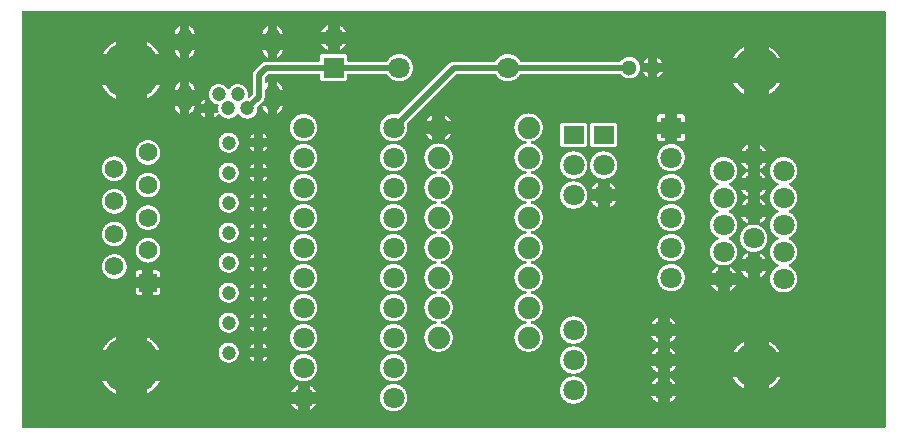
<source format=gbl>
G04 Layer: BottomLayer*
G04 EasyEDA v6.4.7, 2020-10-15T22:52:29+02:00*
G04 9b8f394e45984ab69384a79ff89e00da,6cad3e709bf64c02bac7d46d3581b9cb,10*
G04 Gerber Generator version 0.2*
G04 Scale: 100 percent, Rotated: No, Reflected: No *
G04 Dimensions in millimeters *
G04 leading zeros omitted , absolute positions ,3 integer and 3 decimal *
%FSLAX33Y33*%
%MOMM*%
G90*
D02*

%ADD12C,1.299997*%
%ADD13C,1.799996*%
%ADD14R,1.799996X1.799996*%
%ADD15R,1.799996X1.574800*%
%ADD16C,1.193800*%
%ADD17C,1.879600*%
%ADD18C,1.574800*%
%ADD19C,4.999990*%
%ADD20R,1.574800X1.574800*%
%ADD21C,1.199998*%
%ADD22C,3.999992*%
%ADD23C,0.499999*%

%LPD*%
G36*
G01X73301Y35557D02*
G01X358Y35557D01*
G01X343Y35556D01*
G01X329Y35553D01*
G01X315Y35548D01*
G01X303Y35541D01*
G01X291Y35532D01*
G01X281Y35522D01*
G01X272Y35510D01*
G01X265Y35498D01*
G01X260Y35484D01*
G01X257Y35470D01*
G01X256Y35455D01*
G01X256Y358D01*
G01X257Y343D01*
G01X260Y329D01*
G01X265Y315D01*
G01X272Y303D01*
G01X281Y291D01*
G01X291Y281D01*
G01X303Y272D01*
G01X315Y265D01*
G01X329Y260D01*
G01X343Y257D01*
G01X358Y256D01*
G01X73301Y256D01*
G01X73316Y257D01*
G01X73330Y260D01*
G01X73344Y265D01*
G01X73356Y272D01*
G01X73368Y281D01*
G01X73378Y291D01*
G01X73387Y303D01*
G01X73394Y315D01*
G01X73399Y329D01*
G01X73402Y343D01*
G01X73403Y358D01*
G01X73403Y35455D01*
G01X73402Y35470D01*
G01X73399Y35484D01*
G01X73394Y35498D01*
G01X73387Y35510D01*
G01X73378Y35522D01*
G01X73368Y35532D01*
G01X73356Y35541D01*
G01X73344Y35548D01*
G01X73330Y35553D01*
G01X73316Y35556D01*
G01X73301Y35557D01*
G37*

%LPC*%
G36*
G01X31799Y3949D02*
G01X31750Y3950D01*
G01X31700Y3949D01*
G01X31651Y3946D01*
G01X31603Y3941D01*
G01X31554Y3933D01*
G01X31506Y3924D01*
G01X31458Y3913D01*
G01X31411Y3899D01*
G01X31364Y3884D01*
G01X31318Y3866D01*
G01X31273Y3848D01*
G01X31229Y3826D01*
G01X31186Y3803D01*
G01X31143Y3779D01*
G01X31102Y3752D01*
G01X31062Y3723D01*
G01X31023Y3693D01*
G01X30985Y3662D01*
G01X30949Y3629D01*
G01X30914Y3594D01*
G01X30881Y3558D01*
G01X30850Y3520D01*
G01X30820Y3481D01*
G01X30791Y3441D01*
G01X30764Y3400D01*
G01X30740Y3357D01*
G01X30717Y3314D01*
G01X30695Y3270D01*
G01X30677Y3225D01*
G01X30659Y3179D01*
G01X30644Y3132D01*
G01X30630Y3085D01*
G01X30619Y3037D01*
G01X30610Y2989D01*
G01X30602Y2940D01*
G01X30597Y2892D01*
G01X30594Y2843D01*
G01X30593Y2794D01*
G01X30594Y2744D01*
G01X30597Y2695D01*
G01X30602Y2647D01*
G01X30610Y2598D01*
G01X30619Y2550D01*
G01X30630Y2502D01*
G01X30644Y2455D01*
G01X30659Y2408D01*
G01X30677Y2362D01*
G01X30695Y2317D01*
G01X30717Y2273D01*
G01X30740Y2230D01*
G01X30764Y2187D01*
G01X30791Y2146D01*
G01X30820Y2106D01*
G01X30850Y2067D01*
G01X30881Y2029D01*
G01X30914Y1993D01*
G01X30949Y1958D01*
G01X30985Y1925D01*
G01X31023Y1894D01*
G01X31062Y1864D01*
G01X31102Y1835D01*
G01X31143Y1808D01*
G01X31186Y1784D01*
G01X31229Y1761D01*
G01X31273Y1739D01*
G01X31318Y1721D01*
G01X31364Y1703D01*
G01X31411Y1688D01*
G01X31458Y1674D01*
G01X31506Y1663D01*
G01X31554Y1654D01*
G01X31603Y1646D01*
G01X31651Y1641D01*
G01X31700Y1638D01*
G01X31750Y1637D01*
G01X31799Y1638D01*
G01X31848Y1641D01*
G01X31896Y1646D01*
G01X31945Y1654D01*
G01X31993Y1663D01*
G01X32041Y1674D01*
G01X32088Y1688D01*
G01X32135Y1703D01*
G01X32181Y1721D01*
G01X32226Y1739D01*
G01X32270Y1761D01*
G01X32313Y1784D01*
G01X32356Y1808D01*
G01X32397Y1835D01*
G01X32437Y1864D01*
G01X32476Y1894D01*
G01X32514Y1925D01*
G01X32550Y1958D01*
G01X32585Y1993D01*
G01X32618Y2029D01*
G01X32649Y2067D01*
G01X32679Y2106D01*
G01X32708Y2146D01*
G01X32735Y2187D01*
G01X32759Y2230D01*
G01X32782Y2273D01*
G01X32804Y2317D01*
G01X32822Y2362D01*
G01X32840Y2408D01*
G01X32855Y2455D01*
G01X32869Y2502D01*
G01X32880Y2550D01*
G01X32889Y2598D01*
G01X32897Y2647D01*
G01X32902Y2695D01*
G01X32905Y2744D01*
G01X32906Y2794D01*
G01X32905Y2843D01*
G01X32902Y2892D01*
G01X32897Y2940D01*
G01X32889Y2989D01*
G01X32880Y3037D01*
G01X32869Y3085D01*
G01X32855Y3132D01*
G01X32840Y3179D01*
G01X32822Y3225D01*
G01X32804Y3270D01*
G01X32782Y3314D01*
G01X32759Y3357D01*
G01X32735Y3400D01*
G01X32708Y3441D01*
G01X32679Y3481D01*
G01X32649Y3520D01*
G01X32618Y3558D01*
G01X32585Y3594D01*
G01X32550Y3629D01*
G01X32514Y3662D01*
G01X32476Y3693D01*
G01X32437Y3723D01*
G01X32397Y3752D01*
G01X32356Y3779D01*
G01X32313Y3803D01*
G01X32270Y3826D01*
G01X32226Y3848D01*
G01X32181Y3866D01*
G01X32135Y3884D01*
G01X32088Y3899D01*
G01X32041Y3913D01*
G01X31993Y3924D01*
G01X31945Y3933D01*
G01X31896Y3941D01*
G01X31848Y3946D01*
G01X31799Y3949D01*
G37*
G36*
G01X23616Y2280D02*
G01X23093Y2280D01*
G01X23141Y2192D01*
G01X23168Y2150D01*
G01X23197Y2109D01*
G01X23228Y2069D01*
G01X23260Y2030D01*
G01X23294Y1993D01*
G01X23329Y1958D01*
G01X23366Y1924D01*
G01X23405Y1892D01*
G01X23445Y1861D01*
G01X23486Y1832D01*
G01X23528Y1805D01*
G01X23616Y1757D01*
G01X23616Y2280D01*
G37*
G36*
G01X25166Y2280D02*
G01X24643Y2280D01*
G01X24643Y1757D01*
G01X24731Y1805D01*
G01X24773Y1832D01*
G01X24814Y1861D01*
G01X24854Y1892D01*
G01X24893Y1924D01*
G01X24930Y1958D01*
G01X24965Y1993D01*
G01X24999Y2030D01*
G01X25031Y2069D01*
G01X25062Y2109D01*
G01X25091Y2150D01*
G01X25118Y2192D01*
G01X25166Y2280D01*
G37*
G36*
G01X47039Y4584D02*
G01X46990Y4585D01*
G01X46940Y4584D01*
G01X46891Y4581D01*
G01X46843Y4576D01*
G01X46794Y4568D01*
G01X46746Y4559D01*
G01X46698Y4548D01*
G01X46651Y4534D01*
G01X46604Y4519D01*
G01X46558Y4501D01*
G01X46513Y4483D01*
G01X46469Y4461D01*
G01X46426Y4438D01*
G01X46383Y4414D01*
G01X46342Y4387D01*
G01X46302Y4358D01*
G01X46263Y4328D01*
G01X46225Y4297D01*
G01X46189Y4264D01*
G01X46154Y4229D01*
G01X46121Y4193D01*
G01X46090Y4155D01*
G01X46060Y4116D01*
G01X46031Y4076D01*
G01X46004Y4035D01*
G01X45980Y3992D01*
G01X45957Y3949D01*
G01X45935Y3905D01*
G01X45917Y3860D01*
G01X45899Y3814D01*
G01X45884Y3767D01*
G01X45870Y3720D01*
G01X45859Y3672D01*
G01X45850Y3624D01*
G01X45842Y3575D01*
G01X45837Y3527D01*
G01X45834Y3478D01*
G01X45833Y3429D01*
G01X45834Y3379D01*
G01X45837Y3330D01*
G01X45842Y3282D01*
G01X45850Y3233D01*
G01X45859Y3185D01*
G01X45870Y3137D01*
G01X45884Y3090D01*
G01X45899Y3043D01*
G01X45917Y2997D01*
G01X45935Y2952D01*
G01X45957Y2908D01*
G01X45980Y2865D01*
G01X46004Y2822D01*
G01X46031Y2781D01*
G01X46060Y2741D01*
G01X46090Y2702D01*
G01X46121Y2664D01*
G01X46154Y2628D01*
G01X46189Y2593D01*
G01X46225Y2560D01*
G01X46263Y2529D01*
G01X46302Y2499D01*
G01X46342Y2470D01*
G01X46383Y2443D01*
G01X46426Y2419D01*
G01X46469Y2396D01*
G01X46513Y2374D01*
G01X46558Y2356D01*
G01X46604Y2338D01*
G01X46651Y2323D01*
G01X46698Y2309D01*
G01X46746Y2298D01*
G01X46794Y2289D01*
G01X46843Y2281D01*
G01X46891Y2276D01*
G01X46940Y2273D01*
G01X46990Y2272D01*
G01X47039Y2273D01*
G01X47088Y2276D01*
G01X47136Y2281D01*
G01X47185Y2289D01*
G01X47233Y2298D01*
G01X47281Y2309D01*
G01X47328Y2323D01*
G01X47375Y2338D01*
G01X47421Y2356D01*
G01X47466Y2374D01*
G01X47510Y2396D01*
G01X47553Y2419D01*
G01X47596Y2443D01*
G01X47637Y2470D01*
G01X47677Y2499D01*
G01X47716Y2529D01*
G01X47754Y2560D01*
G01X47790Y2593D01*
G01X47825Y2628D01*
G01X47858Y2664D01*
G01X47889Y2702D01*
G01X47919Y2741D01*
G01X47948Y2781D01*
G01X47975Y2822D01*
G01X47999Y2865D01*
G01X48022Y2908D01*
G01X48044Y2952D01*
G01X48062Y2997D01*
G01X48080Y3043D01*
G01X48095Y3090D01*
G01X48109Y3137D01*
G01X48120Y3185D01*
G01X48129Y3233D01*
G01X48137Y3282D01*
G01X48142Y3330D01*
G01X48145Y3379D01*
G01X48146Y3429D01*
G01X48145Y3478D01*
G01X48142Y3527D01*
G01X48137Y3575D01*
G01X48129Y3624D01*
G01X48120Y3672D01*
G01X48109Y3720D01*
G01X48095Y3767D01*
G01X48080Y3814D01*
G01X48062Y3860D01*
G01X48044Y3905D01*
G01X48022Y3949D01*
G01X47999Y3992D01*
G01X47975Y4035D01*
G01X47948Y4076D01*
G01X47919Y4116D01*
G01X47889Y4155D01*
G01X47858Y4193D01*
G01X47825Y4229D01*
G01X47790Y4264D01*
G01X47754Y4297D01*
G01X47716Y4328D01*
G01X47677Y4358D01*
G01X47637Y4387D01*
G01X47596Y4414D01*
G01X47553Y4438D01*
G01X47510Y4461D01*
G01X47466Y4483D01*
G01X47421Y4501D01*
G01X47375Y4519D01*
G01X47328Y4534D01*
G01X47281Y4548D01*
G01X47233Y4559D01*
G01X47185Y4568D01*
G01X47136Y4576D01*
G01X47088Y4581D01*
G01X47039Y4584D01*
G37*
G36*
G01X54096Y2915D02*
G01X53573Y2915D01*
G01X53621Y2827D01*
G01X53648Y2785D01*
G01X53677Y2744D01*
G01X53708Y2704D01*
G01X53740Y2665D01*
G01X53774Y2628D01*
G01X53809Y2593D01*
G01X53846Y2559D01*
G01X53885Y2527D01*
G01X53925Y2496D01*
G01X53966Y2467D01*
G01X54008Y2440D01*
G01X54096Y2392D01*
G01X54096Y2915D01*
G37*
G36*
G01X55646Y2915D02*
G01X55123Y2915D01*
G01X55123Y2392D01*
G01X55211Y2440D01*
G01X55253Y2467D01*
G01X55294Y2496D01*
G01X55334Y2527D01*
G01X55373Y2559D01*
G01X55410Y2593D01*
G01X55445Y2628D01*
G01X55479Y2665D01*
G01X55511Y2704D01*
G01X55542Y2744D01*
G01X55571Y2785D01*
G01X55598Y2827D01*
G01X55646Y2915D01*
G37*
G36*
G01X11948Y4220D02*
G01X10838Y4220D01*
G01X10838Y3110D01*
G01X10904Y3147D01*
G01X10969Y3186D01*
G01X11033Y3226D01*
G01X11096Y3269D01*
G01X11158Y3313D01*
G01X11218Y3359D01*
G01X11278Y3406D01*
G01X11336Y3455D01*
G01X11392Y3506D01*
G01X11447Y3558D01*
G01X11501Y3611D01*
G01X11552Y3666D01*
G01X11603Y3723D01*
G01X11652Y3781D01*
G01X11699Y3840D01*
G01X11745Y3900D01*
G01X11789Y3962D01*
G01X11832Y4025D01*
G01X11872Y4089D01*
G01X11911Y4154D01*
G01X11948Y4220D01*
G37*
G36*
G01X8211Y4220D02*
G01X7101Y4220D01*
G01X7138Y4154D01*
G01X7177Y4089D01*
G01X7218Y4025D01*
G01X7260Y3962D01*
G01X7304Y3900D01*
G01X7350Y3840D01*
G01X7397Y3781D01*
G01X7446Y3723D01*
G01X7497Y3666D01*
G01X7549Y3611D01*
G01X7602Y3558D01*
G01X7658Y3506D01*
G01X7714Y3455D01*
G01X7772Y3406D01*
G01X7831Y3359D01*
G01X7891Y3313D01*
G01X7953Y3269D01*
G01X8016Y3226D01*
G01X8080Y3186D01*
G01X8145Y3147D01*
G01X8211Y3110D01*
G01X8211Y4220D01*
G37*
G36*
G01X23616Y3307D02*
G01X23616Y3830D01*
G01X23528Y3782D01*
G01X23486Y3755D01*
G01X23445Y3726D01*
G01X23405Y3695D01*
G01X23366Y3663D01*
G01X23329Y3629D01*
G01X23294Y3594D01*
G01X23260Y3557D01*
G01X23228Y3518D01*
G01X23197Y3478D01*
G01X23168Y3437D01*
G01X23141Y3395D01*
G01X23093Y3307D01*
G01X23616Y3307D01*
G37*
G36*
G01X24731Y3782D02*
G01X24643Y3830D01*
G01X24643Y3307D01*
G01X25166Y3307D01*
G01X25118Y3395D01*
G01X25091Y3437D01*
G01X25062Y3478D01*
G01X25031Y3518D01*
G01X24999Y3557D01*
G01X24965Y3594D01*
G01X24930Y3629D01*
G01X24893Y3663D01*
G01X24854Y3695D01*
G01X24814Y3726D01*
G01X24773Y3755D01*
G01X24731Y3782D01*
G37*
G36*
G01X64474Y4497D02*
G01X63547Y4497D01*
G01X63547Y3570D01*
G01X63608Y3604D01*
G01X63668Y3640D01*
G01X63727Y3677D01*
G01X63785Y3717D01*
G01X63841Y3758D01*
G01X63897Y3801D01*
G01X63951Y3846D01*
G01X64003Y3892D01*
G01X64054Y3940D01*
G01X64104Y3990D01*
G01X64152Y4041D01*
G01X64198Y4093D01*
G01X64243Y4147D01*
G01X64285Y4202D01*
G01X64327Y4259D01*
G01X64366Y4316D01*
G01X64404Y4375D01*
G01X64440Y4436D01*
G01X64474Y4497D01*
G37*
G36*
G01X61420Y4497D02*
G01X60493Y4497D01*
G01X60527Y4436D01*
G01X60563Y4375D01*
G01X60601Y4316D01*
G01X60640Y4259D01*
G01X60682Y4202D01*
G01X60724Y4147D01*
G01X60769Y4093D01*
G01X60815Y4041D01*
G01X60863Y3990D01*
G01X60913Y3940D01*
G01X60964Y3892D01*
G01X61016Y3846D01*
G01X61070Y3801D01*
G01X61126Y3758D01*
G01X61182Y3717D01*
G01X61240Y3677D01*
G01X61299Y3640D01*
G01X61359Y3604D01*
G01X61420Y3570D01*
G01X61420Y4497D01*
G37*
G36*
G01X55211Y4417D02*
G01X55123Y4465D01*
G01X55123Y3942D01*
G01X55646Y3942D01*
G01X55598Y4030D01*
G01X55571Y4072D01*
G01X55542Y4113D01*
G01X55511Y4153D01*
G01X55479Y4192D01*
G01X55445Y4229D01*
G01X55410Y4264D01*
G01X55373Y4298D01*
G01X55334Y4330D01*
G01X55294Y4361D01*
G01X55253Y4390D01*
G01X55211Y4417D01*
G37*
G36*
G01X54096Y3942D02*
G01X54096Y4465D01*
G01X54008Y4417D01*
G01X53966Y4390D01*
G01X53925Y4361D01*
G01X53885Y4330D01*
G01X53846Y4298D01*
G01X53809Y4264D01*
G01X53774Y4229D01*
G01X53740Y4192D01*
G01X53708Y4153D01*
G01X53677Y4113D01*
G01X53648Y4072D01*
G01X53621Y4030D01*
G01X53573Y3942D01*
G01X54096Y3942D01*
G37*
G36*
G01X31799Y6489D02*
G01X31750Y6490D01*
G01X31700Y6489D01*
G01X31651Y6486D01*
G01X31603Y6481D01*
G01X31554Y6473D01*
G01X31506Y6464D01*
G01X31458Y6453D01*
G01X31411Y6439D01*
G01X31364Y6424D01*
G01X31318Y6406D01*
G01X31273Y6388D01*
G01X31229Y6366D01*
G01X31186Y6343D01*
G01X31143Y6319D01*
G01X31102Y6292D01*
G01X31062Y6263D01*
G01X31023Y6233D01*
G01X30985Y6202D01*
G01X30949Y6169D01*
G01X30914Y6134D01*
G01X30881Y6098D01*
G01X30850Y6060D01*
G01X30820Y6021D01*
G01X30791Y5981D01*
G01X30764Y5940D01*
G01X30740Y5897D01*
G01X30717Y5854D01*
G01X30695Y5810D01*
G01X30677Y5765D01*
G01X30659Y5719D01*
G01X30644Y5672D01*
G01X30630Y5625D01*
G01X30619Y5577D01*
G01X30610Y5529D01*
G01X30602Y5480D01*
G01X30597Y5432D01*
G01X30594Y5383D01*
G01X30593Y5334D01*
G01X30594Y5284D01*
G01X30597Y5235D01*
G01X30602Y5187D01*
G01X30610Y5138D01*
G01X30619Y5090D01*
G01X30630Y5042D01*
G01X30644Y4995D01*
G01X30659Y4948D01*
G01X30677Y4902D01*
G01X30695Y4857D01*
G01X30717Y4813D01*
G01X30740Y4770D01*
G01X30764Y4727D01*
G01X30791Y4686D01*
G01X30820Y4646D01*
G01X30850Y4607D01*
G01X30881Y4569D01*
G01X30914Y4533D01*
G01X30949Y4498D01*
G01X30985Y4465D01*
G01X31023Y4434D01*
G01X31062Y4404D01*
G01X31102Y4375D01*
G01X31143Y4348D01*
G01X31186Y4324D01*
G01X31229Y4301D01*
G01X31273Y4279D01*
G01X31318Y4261D01*
G01X31364Y4243D01*
G01X31411Y4228D01*
G01X31458Y4214D01*
G01X31506Y4203D01*
G01X31554Y4194D01*
G01X31603Y4186D01*
G01X31651Y4181D01*
G01X31700Y4178D01*
G01X31750Y4177D01*
G01X31799Y4178D01*
G01X31848Y4181D01*
G01X31896Y4186D01*
G01X31945Y4194D01*
G01X31993Y4203D01*
G01X32041Y4214D01*
G01X32088Y4228D01*
G01X32135Y4243D01*
G01X32181Y4261D01*
G01X32226Y4279D01*
G01X32270Y4301D01*
G01X32313Y4324D01*
G01X32356Y4348D01*
G01X32397Y4375D01*
G01X32437Y4404D01*
G01X32476Y4434D01*
G01X32514Y4465D01*
G01X32550Y4498D01*
G01X32585Y4533D01*
G01X32618Y4569D01*
G01X32649Y4607D01*
G01X32679Y4646D01*
G01X32708Y4686D01*
G01X32735Y4727D01*
G01X32759Y4770D01*
G01X32782Y4813D01*
G01X32804Y4857D01*
G01X32822Y4902D01*
G01X32840Y4948D01*
G01X32855Y4995D01*
G01X32869Y5042D01*
G01X32880Y5090D01*
G01X32889Y5138D01*
G01X32897Y5187D01*
G01X32902Y5235D01*
G01X32905Y5284D01*
G01X32906Y5334D01*
G01X32905Y5383D01*
G01X32902Y5432D01*
G01X32897Y5480D01*
G01X32889Y5529D01*
G01X32880Y5577D01*
G01X32869Y5625D01*
G01X32855Y5672D01*
G01X32840Y5719D01*
G01X32822Y5765D01*
G01X32804Y5810D01*
G01X32782Y5854D01*
G01X32759Y5897D01*
G01X32735Y5940D01*
G01X32708Y5981D01*
G01X32679Y6021D01*
G01X32649Y6060D01*
G01X32618Y6098D01*
G01X32585Y6134D01*
G01X32550Y6169D01*
G01X32514Y6202D01*
G01X32476Y6233D01*
G01X32437Y6263D01*
G01X32397Y6292D01*
G01X32356Y6319D01*
G01X32313Y6343D01*
G01X32270Y6366D01*
G01X32226Y6388D01*
G01X32181Y6406D01*
G01X32135Y6424D01*
G01X32088Y6439D01*
G01X32041Y6453D01*
G01X31993Y6464D01*
G01X31945Y6473D01*
G01X31896Y6481D01*
G01X31848Y6486D01*
G01X31799Y6489D01*
G37*
G36*
G01X24179Y6489D02*
G01X24130Y6490D01*
G01X24080Y6489D01*
G01X24031Y6486D01*
G01X23983Y6481D01*
G01X23934Y6473D01*
G01X23886Y6464D01*
G01X23838Y6453D01*
G01X23791Y6439D01*
G01X23744Y6424D01*
G01X23698Y6406D01*
G01X23653Y6388D01*
G01X23609Y6366D01*
G01X23566Y6343D01*
G01X23523Y6319D01*
G01X23482Y6292D01*
G01X23442Y6263D01*
G01X23403Y6233D01*
G01X23365Y6202D01*
G01X23329Y6169D01*
G01X23294Y6134D01*
G01X23261Y6098D01*
G01X23230Y6060D01*
G01X23200Y6021D01*
G01X23171Y5981D01*
G01X23144Y5940D01*
G01X23120Y5897D01*
G01X23097Y5854D01*
G01X23075Y5810D01*
G01X23057Y5765D01*
G01X23039Y5719D01*
G01X23024Y5672D01*
G01X23010Y5625D01*
G01X22999Y5577D01*
G01X22990Y5529D01*
G01X22982Y5480D01*
G01X22977Y5432D01*
G01X22974Y5383D01*
G01X22973Y5334D01*
G01X22974Y5284D01*
G01X22977Y5235D01*
G01X22982Y5187D01*
G01X22990Y5138D01*
G01X22999Y5090D01*
G01X23010Y5042D01*
G01X23024Y4995D01*
G01X23039Y4948D01*
G01X23057Y4902D01*
G01X23075Y4857D01*
G01X23097Y4813D01*
G01X23120Y4770D01*
G01X23144Y4727D01*
G01X23171Y4686D01*
G01X23200Y4646D01*
G01X23230Y4607D01*
G01X23261Y4569D01*
G01X23294Y4533D01*
G01X23329Y4498D01*
G01X23365Y4465D01*
G01X23403Y4434D01*
G01X23442Y4404D01*
G01X23482Y4375D01*
G01X23523Y4348D01*
G01X23566Y4324D01*
G01X23609Y4301D01*
G01X23653Y4279D01*
G01X23698Y4261D01*
G01X23744Y4243D01*
G01X23791Y4228D01*
G01X23838Y4214D01*
G01X23886Y4203D01*
G01X23934Y4194D01*
G01X23983Y4186D01*
G01X24031Y4181D01*
G01X24080Y4178D01*
G01X24130Y4177D01*
G01X24179Y4178D01*
G01X24228Y4181D01*
G01X24276Y4186D01*
G01X24325Y4194D01*
G01X24373Y4203D01*
G01X24421Y4214D01*
G01X24468Y4228D01*
G01X24515Y4243D01*
G01X24561Y4261D01*
G01X24606Y4279D01*
G01X24650Y4301D01*
G01X24693Y4324D01*
G01X24736Y4348D01*
G01X24777Y4375D01*
G01X24817Y4404D01*
G01X24856Y4434D01*
G01X24894Y4465D01*
G01X24930Y4498D01*
G01X24965Y4533D01*
G01X24998Y4569D01*
G01X25029Y4607D01*
G01X25059Y4646D01*
G01X25088Y4686D01*
G01X25115Y4727D01*
G01X25139Y4770D01*
G01X25162Y4813D01*
G01X25184Y4857D01*
G01X25202Y4902D01*
G01X25220Y4948D01*
G01X25235Y4995D01*
G01X25249Y5042D01*
G01X25260Y5090D01*
G01X25269Y5138D01*
G01X25277Y5187D01*
G01X25282Y5235D01*
G01X25285Y5284D01*
G01X25286Y5334D01*
G01X25285Y5383D01*
G01X25282Y5432D01*
G01X25277Y5480D01*
G01X25269Y5529D01*
G01X25260Y5577D01*
G01X25249Y5625D01*
G01X25235Y5672D01*
G01X25220Y5719D01*
G01X25202Y5765D01*
G01X25184Y5810D01*
G01X25162Y5854D01*
G01X25139Y5897D01*
G01X25115Y5940D01*
G01X25088Y5981D01*
G01X25059Y6021D01*
G01X25029Y6060D01*
G01X24998Y6098D01*
G01X24965Y6134D01*
G01X24930Y6169D01*
G01X24894Y6202D01*
G01X24856Y6233D01*
G01X24817Y6263D01*
G01X24777Y6292D01*
G01X24736Y6319D01*
G01X24693Y6343D01*
G01X24650Y6366D01*
G01X24606Y6388D01*
G01X24561Y6406D01*
G01X24515Y6424D01*
G01X24468Y6439D01*
G01X24421Y6453D01*
G01X24373Y6464D01*
G01X24325Y6473D01*
G01X24276Y6481D01*
G01X24228Y6486D01*
G01X24179Y6489D01*
G37*
G36*
G01X47039Y7124D02*
G01X46990Y7125D01*
G01X46940Y7124D01*
G01X46891Y7121D01*
G01X46843Y7116D01*
G01X46794Y7108D01*
G01X46746Y7099D01*
G01X46698Y7088D01*
G01X46651Y7074D01*
G01X46604Y7059D01*
G01X46558Y7041D01*
G01X46513Y7023D01*
G01X46469Y7001D01*
G01X46426Y6978D01*
G01X46383Y6954D01*
G01X46342Y6927D01*
G01X46302Y6898D01*
G01X46263Y6868D01*
G01X46225Y6837D01*
G01X46189Y6804D01*
G01X46154Y6769D01*
G01X46121Y6733D01*
G01X46090Y6695D01*
G01X46060Y6656D01*
G01X46031Y6616D01*
G01X46004Y6575D01*
G01X45980Y6532D01*
G01X45957Y6489D01*
G01X45935Y6445D01*
G01X45917Y6400D01*
G01X45899Y6354D01*
G01X45884Y6307D01*
G01X45870Y6260D01*
G01X45859Y6212D01*
G01X45850Y6164D01*
G01X45842Y6115D01*
G01X45837Y6067D01*
G01X45834Y6018D01*
G01X45833Y5969D01*
G01X45834Y5919D01*
G01X45837Y5870D01*
G01X45842Y5822D01*
G01X45850Y5773D01*
G01X45859Y5725D01*
G01X45870Y5677D01*
G01X45884Y5630D01*
G01X45899Y5583D01*
G01X45917Y5537D01*
G01X45935Y5492D01*
G01X45957Y5448D01*
G01X45980Y5405D01*
G01X46004Y5362D01*
G01X46031Y5321D01*
G01X46060Y5281D01*
G01X46090Y5242D01*
G01X46121Y5204D01*
G01X46154Y5168D01*
G01X46189Y5133D01*
G01X46225Y5100D01*
G01X46263Y5069D01*
G01X46302Y5039D01*
G01X46342Y5010D01*
G01X46383Y4983D01*
G01X46426Y4959D01*
G01X46469Y4936D01*
G01X46513Y4914D01*
G01X46558Y4896D01*
G01X46604Y4878D01*
G01X46651Y4863D01*
G01X46698Y4849D01*
G01X46746Y4838D01*
G01X46794Y4829D01*
G01X46843Y4821D01*
G01X46891Y4816D01*
G01X46940Y4813D01*
G01X46990Y4812D01*
G01X47039Y4813D01*
G01X47088Y4816D01*
G01X47136Y4821D01*
G01X47185Y4829D01*
G01X47233Y4838D01*
G01X47281Y4849D01*
G01X47328Y4863D01*
G01X47375Y4878D01*
G01X47421Y4896D01*
G01X47466Y4914D01*
G01X47510Y4936D01*
G01X47553Y4959D01*
G01X47596Y4983D01*
G01X47637Y5010D01*
G01X47677Y5039D01*
G01X47716Y5069D01*
G01X47754Y5100D01*
G01X47790Y5133D01*
G01X47825Y5168D01*
G01X47858Y5204D01*
G01X47889Y5242D01*
G01X47919Y5281D01*
G01X47948Y5321D01*
G01X47975Y5362D01*
G01X47999Y5405D01*
G01X48022Y5448D01*
G01X48044Y5492D01*
G01X48062Y5537D01*
G01X48080Y5583D01*
G01X48095Y5630D01*
G01X48109Y5677D01*
G01X48120Y5725D01*
G01X48129Y5773D01*
G01X48137Y5822D01*
G01X48142Y5870D01*
G01X48145Y5919D01*
G01X48146Y5969D01*
G01X48145Y6018D01*
G01X48142Y6067D01*
G01X48137Y6115D01*
G01X48129Y6164D01*
G01X48120Y6212D01*
G01X48109Y6260D01*
G01X48095Y6307D01*
G01X48080Y6354D01*
G01X48062Y6400D01*
G01X48044Y6445D01*
G01X48022Y6489D01*
G01X47999Y6532D01*
G01X47975Y6575D01*
G01X47948Y6616D01*
G01X47919Y6656D01*
G01X47889Y6695D01*
G01X47858Y6733D01*
G01X47825Y6769D01*
G01X47790Y6804D01*
G01X47754Y6837D01*
G01X47716Y6868D01*
G01X47677Y6898D01*
G01X47637Y6927D01*
G01X47596Y6954D01*
G01X47553Y6978D01*
G01X47510Y7001D01*
G01X47466Y7023D01*
G01X47421Y7041D01*
G01X47375Y7059D01*
G01X47328Y7074D01*
G01X47281Y7088D01*
G01X47233Y7099D01*
G01X47185Y7108D01*
G01X47136Y7116D01*
G01X47088Y7121D01*
G01X47039Y7124D01*
G37*
G36*
G01X54096Y5455D02*
G01X53573Y5455D01*
G01X53621Y5367D01*
G01X53648Y5325D01*
G01X53677Y5284D01*
G01X53708Y5244D01*
G01X53740Y5205D01*
G01X53774Y5168D01*
G01X53809Y5133D01*
G01X53846Y5099D01*
G01X53885Y5067D01*
G01X53925Y5036D01*
G01X53966Y5007D01*
G01X54008Y4980D01*
G01X54096Y4932D01*
G01X54096Y5455D01*
G37*
G36*
G01X55646Y5455D02*
G01X55123Y5455D01*
G01X55123Y4932D01*
G01X55211Y4980D01*
G01X55253Y5007D01*
G01X55294Y5036D01*
G01X55334Y5067D01*
G01X55373Y5099D01*
G01X55410Y5133D01*
G01X55445Y5168D01*
G01X55479Y5205D01*
G01X55511Y5244D01*
G01X55542Y5284D01*
G01X55571Y5325D01*
G01X55598Y5367D01*
G01X55646Y5455D01*
G37*
G36*
G01X17821Y7456D02*
G01X17780Y7457D01*
G01X17738Y7456D01*
G01X17696Y7453D01*
G01X17654Y7448D01*
G01X17613Y7441D01*
G01X17572Y7432D01*
G01X17532Y7420D01*
G01X17492Y7407D01*
G01X17453Y7392D01*
G01X17415Y7375D01*
G01X17377Y7356D01*
G01X17341Y7336D01*
G01X17306Y7313D01*
G01X17271Y7289D01*
G01X17238Y7263D01*
G01X17206Y7236D01*
G01X17176Y7207D01*
G01X17147Y7177D01*
G01X17120Y7145D01*
G01X17094Y7112D01*
G01X17070Y7077D01*
G01X17047Y7042D01*
G01X17027Y7006D01*
G01X17008Y6968D01*
G01X16991Y6930D01*
G01X16976Y6891D01*
G01X16963Y6851D01*
G01X16951Y6811D01*
G01X16942Y6770D01*
G01X16935Y6729D01*
G01X16930Y6687D01*
G01X16927Y6645D01*
G01X16926Y6604D01*
G01X16927Y6562D01*
G01X16930Y6520D01*
G01X16935Y6478D01*
G01X16942Y6437D01*
G01X16951Y6396D01*
G01X16963Y6356D01*
G01X16976Y6316D01*
G01X16991Y6277D01*
G01X17008Y6239D01*
G01X17027Y6201D01*
G01X17047Y6165D01*
G01X17070Y6130D01*
G01X17094Y6095D01*
G01X17120Y6062D01*
G01X17147Y6030D01*
G01X17176Y6000D01*
G01X17206Y5971D01*
G01X17238Y5944D01*
G01X17271Y5918D01*
G01X17306Y5894D01*
G01X17341Y5871D01*
G01X17377Y5851D01*
G01X17415Y5832D01*
G01X17453Y5815D01*
G01X17492Y5800D01*
G01X17532Y5787D01*
G01X17572Y5775D01*
G01X17613Y5766D01*
G01X17654Y5759D01*
G01X17696Y5754D01*
G01X17738Y5751D01*
G01X17780Y5750D01*
G01X17821Y5751D01*
G01X17863Y5754D01*
G01X17905Y5759D01*
G01X17946Y5766D01*
G01X17987Y5775D01*
G01X18027Y5787D01*
G01X18067Y5800D01*
G01X18106Y5815D01*
G01X18144Y5832D01*
G01X18182Y5851D01*
G01X18218Y5871D01*
G01X18253Y5894D01*
G01X18288Y5918D01*
G01X18321Y5944D01*
G01X18353Y5971D01*
G01X18383Y6000D01*
G01X18412Y6030D01*
G01X18439Y6062D01*
G01X18465Y6095D01*
G01X18489Y6130D01*
G01X18512Y6165D01*
G01X18532Y6201D01*
G01X18551Y6239D01*
G01X18568Y6277D01*
G01X18583Y6316D01*
G01X18596Y6356D01*
G01X18608Y6396D01*
G01X18617Y6437D01*
G01X18624Y6478D01*
G01X18629Y6520D01*
G01X18632Y6562D01*
G01X18633Y6604D01*
G01X18632Y6645D01*
G01X18629Y6687D01*
G01X18624Y6729D01*
G01X18617Y6770D01*
G01X18608Y6811D01*
G01X18596Y6851D01*
G01X18583Y6891D01*
G01X18568Y6930D01*
G01X18551Y6968D01*
G01X18532Y7006D01*
G01X18512Y7042D01*
G01X18489Y7077D01*
G01X18465Y7112D01*
G01X18439Y7145D01*
G01X18412Y7177D01*
G01X18383Y7207D01*
G01X18353Y7236D01*
G01X18321Y7263D01*
G01X18288Y7289D01*
G01X18253Y7313D01*
G01X18218Y7336D01*
G01X18182Y7356D01*
G01X18144Y7375D01*
G01X18106Y7392D01*
G01X18067Y7407D01*
G01X18027Y7420D01*
G01X17987Y7432D01*
G01X17946Y7441D01*
G01X17905Y7448D01*
G01X17863Y7453D01*
G01X17821Y7456D01*
G37*
G36*
G01X19958Y6241D02*
G01X19547Y6241D01*
G01X19566Y6204D01*
G01X19586Y6167D01*
G01X19609Y6131D01*
G01X19633Y6096D01*
G01X19659Y6063D01*
G01X19687Y6030D01*
G01X19716Y6000D01*
G01X19746Y5971D01*
G01X19779Y5943D01*
G01X19812Y5917D01*
G01X19847Y5893D01*
G01X19883Y5870D01*
G01X19920Y5850D01*
G01X19957Y5831D01*
G01X19958Y5831D01*
G01X19958Y6241D01*
G37*
G36*
G01X21092Y6241D02*
G01X20682Y6241D01*
G01X20682Y5831D01*
G01X20719Y5850D01*
G01X20756Y5870D01*
G01X20792Y5893D01*
G01X20827Y5917D01*
G01X20860Y5943D01*
G01X20893Y5971D01*
G01X20923Y6000D01*
G01X20952Y6030D01*
G01X20980Y6063D01*
G01X21006Y6096D01*
G01X21030Y6131D01*
G01X21053Y6167D01*
G01X21073Y6204D01*
G01X21092Y6241D01*
G37*
G36*
G01X54096Y6482D02*
G01X54096Y7005D01*
G01X54008Y6957D01*
G01X53966Y6930D01*
G01X53925Y6901D01*
G01X53885Y6870D01*
G01X53846Y6838D01*
G01X53809Y6804D01*
G01X53774Y6769D01*
G01X53740Y6732D01*
G01X53708Y6693D01*
G01X53677Y6653D01*
G01X53648Y6612D01*
G01X53621Y6570D01*
G01X53573Y6482D01*
G01X54096Y6482D01*
G37*
G36*
G01X55211Y6957D02*
G01X55123Y7005D01*
G01X55123Y6482D01*
G01X55646Y6482D01*
G01X55598Y6570D01*
G01X55571Y6612D01*
G01X55542Y6653D01*
G01X55511Y6693D01*
G01X55479Y6732D01*
G01X55445Y6769D01*
G01X55410Y6804D01*
G01X55373Y6838D01*
G01X55334Y6870D01*
G01X55294Y6901D01*
G01X55253Y6930D01*
G01X55211Y6957D01*
G37*
G36*
G01X61420Y6624D02*
G01X61420Y7550D01*
G01X61359Y7517D01*
G01X61299Y7481D01*
G01X61240Y7443D01*
G01X61182Y7404D01*
G01X61070Y7320D01*
G01X61016Y7275D01*
G01X60964Y7228D01*
G01X60913Y7181D01*
G01X60863Y7131D01*
G01X60815Y7080D01*
G01X60769Y7028D01*
G01X60724Y6974D01*
G01X60640Y6862D01*
G01X60601Y6804D01*
G01X60563Y6745D01*
G01X60527Y6685D01*
G01X60493Y6624D01*
G01X61420Y6624D01*
G37*
G36*
G01X63608Y7517D02*
G01X63547Y7550D01*
G01X63547Y6624D01*
G01X64474Y6624D01*
G01X64440Y6685D01*
G01X64404Y6745D01*
G01X64366Y6804D01*
G01X64327Y6862D01*
G01X64243Y6974D01*
G01X64198Y7028D01*
G01X64152Y7080D01*
G01X64104Y7131D01*
G01X64054Y7181D01*
G01X64003Y7228D01*
G01X63951Y7275D01*
G01X63897Y7320D01*
G01X63785Y7404D01*
G01X63727Y7443D01*
G01X63668Y7481D01*
G01X63608Y7517D01*
G37*
G36*
G01X35609Y24309D02*
G01X35560Y24310D01*
G01X35510Y24309D01*
G01X35460Y24306D01*
G01X35411Y24301D01*
G01X35361Y24294D01*
G01X35313Y24284D01*
G01X35264Y24273D01*
G01X35217Y24260D01*
G01X35170Y24245D01*
G01X35124Y24228D01*
G01X35078Y24209D01*
G01X35033Y24188D01*
G01X34989Y24165D01*
G01X34946Y24141D01*
G01X34904Y24114D01*
G01X34864Y24086D01*
G01X34824Y24057D01*
G01X34786Y24026D01*
G01X34749Y23993D01*
G01X34713Y23959D01*
G01X34679Y23923D01*
G01X34646Y23886D01*
G01X34615Y23848D01*
G01X34586Y23808D01*
G01X34558Y23767D01*
G01X34531Y23726D01*
G01X34507Y23682D01*
G01X34485Y23638D01*
G01X34464Y23594D01*
G01X34445Y23548D01*
G01X34428Y23502D01*
G01X34413Y23454D01*
G01X34400Y23407D01*
G01X34389Y23359D01*
G01X34379Y23310D01*
G01X34372Y23261D01*
G01X34367Y23212D01*
G01X34364Y23163D01*
G01X34363Y23114D01*
G01X34364Y23064D01*
G01X34367Y23015D01*
G01X34372Y22966D01*
G01X34379Y22917D01*
G01X34389Y22868D01*
G01X34400Y22820D01*
G01X34413Y22773D01*
G01X34428Y22725D01*
G01X34445Y22679D01*
G01X34464Y22633D01*
G01X34485Y22589D01*
G01X34507Y22545D01*
G01X34531Y22501D01*
G01X34558Y22460D01*
G01X34586Y22419D01*
G01X34615Y22379D01*
G01X34646Y22341D01*
G01X34679Y22304D01*
G01X34713Y22268D01*
G01X34749Y22234D01*
G01X34786Y22201D01*
G01X34824Y22170D01*
G01X34864Y22141D01*
G01X34904Y22113D01*
G01X34946Y22086D01*
G01X34989Y22062D01*
G01X35033Y22039D01*
G01X35078Y22018D01*
G01X35124Y21999D01*
G01X35170Y21982D01*
G01X35217Y21967D01*
G01X35264Y21954D01*
G01X35313Y21943D01*
G01X35327Y21938D01*
G01X35341Y21932D01*
G01X35354Y21924D01*
G01X35365Y21913D01*
G01X35375Y21901D01*
G01X35383Y21888D01*
G01X35389Y21874D01*
G01X35392Y21859D01*
G01X35393Y21844D01*
G01X35392Y21828D01*
G01X35389Y21813D01*
G01X35383Y21799D01*
G01X35375Y21786D01*
G01X35365Y21774D01*
G01X35354Y21763D01*
G01X35341Y21755D01*
G01X35327Y21749D01*
G01X35313Y21744D01*
G01X35264Y21733D01*
G01X35217Y21720D01*
G01X35170Y21705D01*
G01X35124Y21688D01*
G01X35078Y21669D01*
G01X35033Y21648D01*
G01X34989Y21625D01*
G01X34946Y21601D01*
G01X34904Y21574D01*
G01X34864Y21546D01*
G01X34824Y21517D01*
G01X34786Y21486D01*
G01X34749Y21453D01*
G01X34713Y21419D01*
G01X34679Y21383D01*
G01X34646Y21346D01*
G01X34615Y21308D01*
G01X34586Y21268D01*
G01X34558Y21227D01*
G01X34531Y21186D01*
G01X34507Y21142D01*
G01X34485Y21098D01*
G01X34464Y21054D01*
G01X34445Y21008D01*
G01X34428Y20962D01*
G01X34413Y20914D01*
G01X34400Y20867D01*
G01X34389Y20819D01*
G01X34379Y20770D01*
G01X34372Y20721D01*
G01X34367Y20672D01*
G01X34364Y20623D01*
G01X34363Y20574D01*
G01X34364Y20524D01*
G01X34367Y20475D01*
G01X34372Y20426D01*
G01X34379Y20377D01*
G01X34389Y20328D01*
G01X34400Y20280D01*
G01X34413Y20233D01*
G01X34428Y20185D01*
G01X34445Y20139D01*
G01X34464Y20093D01*
G01X34485Y20049D01*
G01X34507Y20005D01*
G01X34531Y19961D01*
G01X34558Y19920D01*
G01X34586Y19879D01*
G01X34615Y19839D01*
G01X34646Y19801D01*
G01X34679Y19764D01*
G01X34713Y19728D01*
G01X34749Y19694D01*
G01X34786Y19661D01*
G01X34824Y19630D01*
G01X34864Y19601D01*
G01X34904Y19573D01*
G01X34946Y19546D01*
G01X34989Y19522D01*
G01X35033Y19499D01*
G01X35078Y19478D01*
G01X35124Y19459D01*
G01X35170Y19442D01*
G01X35217Y19427D01*
G01X35264Y19414D01*
G01X35313Y19403D01*
G01X35327Y19398D01*
G01X35341Y19392D01*
G01X35354Y19384D01*
G01X35365Y19373D01*
G01X35375Y19361D01*
G01X35383Y19348D01*
G01X35389Y19334D01*
G01X35392Y19319D01*
G01X35393Y19304D01*
G01X35392Y19288D01*
G01X35389Y19273D01*
G01X35383Y19259D01*
G01X35375Y19246D01*
G01X35365Y19234D01*
G01X35354Y19223D01*
G01X35341Y19215D01*
G01X35327Y19209D01*
G01X35313Y19204D01*
G01X35264Y19193D01*
G01X35217Y19180D01*
G01X35170Y19165D01*
G01X35124Y19148D01*
G01X35078Y19129D01*
G01X35033Y19108D01*
G01X34989Y19085D01*
G01X34946Y19061D01*
G01X34904Y19034D01*
G01X34864Y19006D01*
G01X34824Y18977D01*
G01X34786Y18946D01*
G01X34749Y18913D01*
G01X34713Y18879D01*
G01X34679Y18843D01*
G01X34646Y18806D01*
G01X34615Y18768D01*
G01X34586Y18728D01*
G01X34558Y18687D01*
G01X34531Y18646D01*
G01X34507Y18602D01*
G01X34485Y18558D01*
G01X34464Y18514D01*
G01X34445Y18468D01*
G01X34428Y18422D01*
G01X34413Y18374D01*
G01X34400Y18327D01*
G01X34389Y18279D01*
G01X34379Y18230D01*
G01X34372Y18181D01*
G01X34367Y18132D01*
G01X34364Y18083D01*
G01X34363Y18034D01*
G01X34364Y17984D01*
G01X34367Y17935D01*
G01X34372Y17886D01*
G01X34379Y17837D01*
G01X34389Y17788D01*
G01X34400Y17740D01*
G01X34413Y17693D01*
G01X34428Y17645D01*
G01X34445Y17599D01*
G01X34464Y17553D01*
G01X34485Y17509D01*
G01X34507Y17465D01*
G01X34531Y17421D01*
G01X34558Y17380D01*
G01X34586Y17339D01*
G01X34615Y17299D01*
G01X34646Y17261D01*
G01X34679Y17224D01*
G01X34713Y17188D01*
G01X34749Y17154D01*
G01X34786Y17121D01*
G01X34824Y17090D01*
G01X34864Y17061D01*
G01X34904Y17033D01*
G01X34946Y17006D01*
G01X34989Y16982D01*
G01X35033Y16959D01*
G01X35078Y16938D01*
G01X35124Y16919D01*
G01X35170Y16902D01*
G01X35217Y16887D01*
G01X35264Y16874D01*
G01X35313Y16863D01*
G01X35327Y16858D01*
G01X35341Y16852D01*
G01X35354Y16844D01*
G01X35365Y16833D01*
G01X35375Y16821D01*
G01X35383Y16808D01*
G01X35389Y16794D01*
G01X35392Y16779D01*
G01X35393Y16764D01*
G01X35392Y16748D01*
G01X35389Y16733D01*
G01X35383Y16719D01*
G01X35375Y16706D01*
G01X35365Y16694D01*
G01X35354Y16683D01*
G01X35341Y16675D01*
G01X35327Y16669D01*
G01X35313Y16664D01*
G01X35264Y16653D01*
G01X35217Y16640D01*
G01X35170Y16625D01*
G01X35124Y16608D01*
G01X35078Y16589D01*
G01X35033Y16568D01*
G01X34989Y16545D01*
G01X34946Y16521D01*
G01X34904Y16494D01*
G01X34864Y16466D01*
G01X34824Y16437D01*
G01X34786Y16406D01*
G01X34749Y16373D01*
G01X34713Y16339D01*
G01X34679Y16303D01*
G01X34646Y16266D01*
G01X34615Y16228D01*
G01X34586Y16188D01*
G01X34558Y16147D01*
G01X34531Y16106D01*
G01X34507Y16062D01*
G01X34485Y16018D01*
G01X34464Y15974D01*
G01X34445Y15928D01*
G01X34428Y15882D01*
G01X34413Y15834D01*
G01X34400Y15787D01*
G01X34389Y15739D01*
G01X34379Y15690D01*
G01X34372Y15641D01*
G01X34367Y15592D01*
G01X34364Y15543D01*
G01X34363Y15494D01*
G01X34364Y15444D01*
G01X34367Y15395D01*
G01X34372Y15346D01*
G01X34379Y15297D01*
G01X34389Y15248D01*
G01X34400Y15200D01*
G01X34413Y15153D01*
G01X34428Y15105D01*
G01X34445Y15059D01*
G01X34464Y15013D01*
G01X34485Y14969D01*
G01X34507Y14925D01*
G01X34531Y14881D01*
G01X34558Y14840D01*
G01X34586Y14799D01*
G01X34615Y14759D01*
G01X34646Y14721D01*
G01X34679Y14684D01*
G01X34713Y14648D01*
G01X34749Y14614D01*
G01X34786Y14581D01*
G01X34824Y14550D01*
G01X34864Y14521D01*
G01X34904Y14493D01*
G01X34946Y14466D01*
G01X34989Y14442D01*
G01X35033Y14419D01*
G01X35078Y14398D01*
G01X35124Y14379D01*
G01X35170Y14362D01*
G01X35217Y14347D01*
G01X35264Y14334D01*
G01X35313Y14323D01*
G01X35327Y14318D01*
G01X35341Y14312D01*
G01X35354Y14304D01*
G01X35365Y14293D01*
G01X35375Y14281D01*
G01X35383Y14268D01*
G01X35389Y14254D01*
G01X35392Y14239D01*
G01X35393Y14224D01*
G01X35392Y14208D01*
G01X35389Y14193D01*
G01X35383Y14179D01*
G01X35375Y14166D01*
G01X35365Y14154D01*
G01X35354Y14143D01*
G01X35341Y14135D01*
G01X35327Y14129D01*
G01X35313Y14124D01*
G01X35264Y14113D01*
G01X35217Y14100D01*
G01X35170Y14085D01*
G01X35124Y14068D01*
G01X35078Y14049D01*
G01X35033Y14028D01*
G01X34989Y14005D01*
G01X34946Y13981D01*
G01X34904Y13954D01*
G01X34864Y13926D01*
G01X34824Y13897D01*
G01X34786Y13866D01*
G01X34749Y13833D01*
G01X34713Y13799D01*
G01X34679Y13763D01*
G01X34646Y13726D01*
G01X34615Y13688D01*
G01X34586Y13648D01*
G01X34558Y13607D01*
G01X34531Y13566D01*
G01X34507Y13522D01*
G01X34485Y13478D01*
G01X34464Y13434D01*
G01X34445Y13388D01*
G01X34428Y13342D01*
G01X34413Y13294D01*
G01X34400Y13247D01*
G01X34389Y13199D01*
G01X34379Y13150D01*
G01X34372Y13101D01*
G01X34367Y13052D01*
G01X34364Y13003D01*
G01X34363Y12954D01*
G01X34364Y12904D01*
G01X34367Y12855D01*
G01X34372Y12806D01*
G01X34379Y12757D01*
G01X34389Y12708D01*
G01X34400Y12660D01*
G01X34413Y12613D01*
G01X34428Y12565D01*
G01X34445Y12519D01*
G01X34464Y12473D01*
G01X34485Y12429D01*
G01X34507Y12385D01*
G01X34531Y12341D01*
G01X34558Y12300D01*
G01X34586Y12259D01*
G01X34615Y12219D01*
G01X34646Y12181D01*
G01X34679Y12144D01*
G01X34713Y12108D01*
G01X34749Y12074D01*
G01X34786Y12041D01*
G01X34824Y12010D01*
G01X34864Y11981D01*
G01X34904Y11953D01*
G01X34946Y11926D01*
G01X34989Y11902D01*
G01X35033Y11879D01*
G01X35078Y11858D01*
G01X35124Y11839D01*
G01X35170Y11822D01*
G01X35217Y11807D01*
G01X35264Y11794D01*
G01X35313Y11783D01*
G01X35327Y11778D01*
G01X35341Y11772D01*
G01X35354Y11764D01*
G01X35365Y11753D01*
G01X35375Y11741D01*
G01X35383Y11728D01*
G01X35389Y11714D01*
G01X35392Y11699D01*
G01X35393Y11684D01*
G01X35392Y11668D01*
G01X35389Y11653D01*
G01X35383Y11639D01*
G01X35375Y11626D01*
G01X35365Y11614D01*
G01X35354Y11603D01*
G01X35341Y11595D01*
G01X35327Y11589D01*
G01X35313Y11584D01*
G01X35264Y11573D01*
G01X35217Y11560D01*
G01X35170Y11545D01*
G01X35124Y11528D01*
G01X35078Y11509D01*
G01X35033Y11488D01*
G01X34989Y11465D01*
G01X34946Y11441D01*
G01X34904Y11414D01*
G01X34864Y11386D01*
G01X34824Y11357D01*
G01X34786Y11326D01*
G01X34749Y11293D01*
G01X34713Y11259D01*
G01X34679Y11223D01*
G01X34646Y11186D01*
G01X34615Y11148D01*
G01X34586Y11108D01*
G01X34558Y11067D01*
G01X34531Y11026D01*
G01X34507Y10982D01*
G01X34485Y10938D01*
G01X34464Y10894D01*
G01X34445Y10848D01*
G01X34428Y10802D01*
G01X34413Y10754D01*
G01X34400Y10707D01*
G01X34389Y10659D01*
G01X34379Y10610D01*
G01X34372Y10561D01*
G01X34367Y10512D01*
G01X34364Y10463D01*
G01X34363Y10414D01*
G01X34364Y10364D01*
G01X34367Y10315D01*
G01X34372Y10266D01*
G01X34379Y10217D01*
G01X34389Y10168D01*
G01X34400Y10120D01*
G01X34413Y10073D01*
G01X34428Y10025D01*
G01X34445Y9979D01*
G01X34464Y9933D01*
G01X34485Y9889D01*
G01X34507Y9845D01*
G01X34531Y9801D01*
G01X34558Y9760D01*
G01X34586Y9719D01*
G01X34615Y9679D01*
G01X34646Y9641D01*
G01X34679Y9604D01*
G01X34713Y9568D01*
G01X34749Y9534D01*
G01X34786Y9501D01*
G01X34824Y9470D01*
G01X34864Y9441D01*
G01X34904Y9413D01*
G01X34946Y9386D01*
G01X34989Y9362D01*
G01X35033Y9339D01*
G01X35078Y9318D01*
G01X35124Y9299D01*
G01X35170Y9282D01*
G01X35217Y9267D01*
G01X35264Y9254D01*
G01X35313Y9243D01*
G01X35327Y9238D01*
G01X35341Y9232D01*
G01X35354Y9224D01*
G01X35365Y9213D01*
G01X35375Y9201D01*
G01X35383Y9188D01*
G01X35389Y9174D01*
G01X35392Y9159D01*
G01X35393Y9144D01*
G01X35392Y9128D01*
G01X35389Y9113D01*
G01X35383Y9099D01*
G01X35375Y9086D01*
G01X35365Y9074D01*
G01X35354Y9063D01*
G01X35341Y9055D01*
G01X35327Y9049D01*
G01X35313Y9044D01*
G01X35264Y9033D01*
G01X35217Y9020D01*
G01X35170Y9005D01*
G01X35124Y8988D01*
G01X35078Y8969D01*
G01X35033Y8948D01*
G01X34989Y8925D01*
G01X34946Y8901D01*
G01X34904Y8874D01*
G01X34864Y8846D01*
G01X34824Y8817D01*
G01X34786Y8786D01*
G01X34749Y8753D01*
G01X34713Y8719D01*
G01X34679Y8683D01*
G01X34646Y8646D01*
G01X34615Y8608D01*
G01X34586Y8568D01*
G01X34558Y8527D01*
G01X34531Y8486D01*
G01X34507Y8442D01*
G01X34485Y8398D01*
G01X34464Y8354D01*
G01X34445Y8308D01*
G01X34428Y8262D01*
G01X34413Y8214D01*
G01X34400Y8167D01*
G01X34389Y8119D01*
G01X34379Y8070D01*
G01X34372Y8021D01*
G01X34367Y7972D01*
G01X34364Y7923D01*
G01X34363Y7874D01*
G01X34364Y7824D01*
G01X34367Y7775D01*
G01X34372Y7726D01*
G01X34379Y7676D01*
G01X34389Y7628D01*
G01X34400Y7580D01*
G01X34413Y7532D01*
G01X34428Y7485D01*
G01X34445Y7439D01*
G01X34464Y7393D01*
G01X34485Y7348D01*
G01X34507Y7304D01*
G01X34532Y7261D01*
G01X34558Y7219D01*
G01X34586Y7179D01*
G01X34616Y7139D01*
G01X34647Y7100D01*
G01X34679Y7063D01*
G01X34749Y6993D01*
G01X34786Y6961D01*
G01X34825Y6930D01*
G01X34865Y6900D01*
G01X34905Y6872D01*
G01X34947Y6846D01*
G01X34990Y6821D01*
G01X35034Y6799D01*
G01X35079Y6778D01*
G01X35125Y6759D01*
G01X35171Y6742D01*
G01X35218Y6727D01*
G01X35266Y6714D01*
G01X35314Y6703D01*
G01X35362Y6693D01*
G01X35412Y6686D01*
G01X35461Y6681D01*
G01X35510Y6678D01*
G01X35560Y6677D01*
G01X35609Y6678D01*
G01X35658Y6681D01*
G01X35707Y6686D01*
G01X35757Y6693D01*
G01X35805Y6703D01*
G01X35853Y6714D01*
G01X35901Y6727D01*
G01X35948Y6742D01*
G01X35994Y6759D01*
G01X36040Y6778D01*
G01X36085Y6799D01*
G01X36129Y6821D01*
G01X36172Y6846D01*
G01X36214Y6872D01*
G01X36254Y6900D01*
G01X36294Y6930D01*
G01X36333Y6961D01*
G01X36370Y6993D01*
G01X36440Y7063D01*
G01X36472Y7100D01*
G01X36503Y7139D01*
G01X36533Y7179D01*
G01X36561Y7219D01*
G01X36587Y7261D01*
G01X36612Y7304D01*
G01X36634Y7348D01*
G01X36655Y7393D01*
G01X36674Y7439D01*
G01X36691Y7485D01*
G01X36706Y7532D01*
G01X36719Y7580D01*
G01X36730Y7628D01*
G01X36740Y7676D01*
G01X36747Y7726D01*
G01X36752Y7775D01*
G01X36755Y7824D01*
G01X36756Y7874D01*
G01X36755Y7923D01*
G01X36752Y7972D01*
G01X36747Y8021D01*
G01X36740Y8070D01*
G01X36730Y8119D01*
G01X36719Y8167D01*
G01X36706Y8214D01*
G01X36691Y8262D01*
G01X36674Y8308D01*
G01X36655Y8354D01*
G01X36634Y8398D01*
G01X36612Y8442D01*
G01X36588Y8486D01*
G01X36561Y8527D01*
G01X36533Y8568D01*
G01X36504Y8608D01*
G01X36473Y8646D01*
G01X36440Y8683D01*
G01X36406Y8719D01*
G01X36370Y8753D01*
G01X36333Y8786D01*
G01X36295Y8817D01*
G01X36255Y8846D01*
G01X36215Y8874D01*
G01X36173Y8901D01*
G01X36130Y8925D01*
G01X36086Y8948D01*
G01X36041Y8969D01*
G01X35995Y8988D01*
G01X35949Y9005D01*
G01X35902Y9020D01*
G01X35855Y9033D01*
G01X35806Y9044D01*
G01X35792Y9049D01*
G01X35778Y9055D01*
G01X35765Y9063D01*
G01X35754Y9074D01*
G01X35744Y9086D01*
G01X35736Y9099D01*
G01X35730Y9113D01*
G01X35727Y9128D01*
G01X35726Y9144D01*
G01X35727Y9159D01*
G01X35730Y9174D01*
G01X35736Y9188D01*
G01X35744Y9201D01*
G01X35754Y9213D01*
G01X35765Y9224D01*
G01X35778Y9232D01*
G01X35792Y9238D01*
G01X35806Y9243D01*
G01X35855Y9254D01*
G01X35902Y9267D01*
G01X35949Y9282D01*
G01X35995Y9299D01*
G01X36041Y9318D01*
G01X36086Y9339D01*
G01X36130Y9362D01*
G01X36173Y9386D01*
G01X36215Y9413D01*
G01X36255Y9441D01*
G01X36295Y9470D01*
G01X36333Y9501D01*
G01X36370Y9534D01*
G01X36406Y9568D01*
G01X36440Y9604D01*
G01X36473Y9641D01*
G01X36504Y9679D01*
G01X36533Y9719D01*
G01X36561Y9760D01*
G01X36588Y9801D01*
G01X36612Y9845D01*
G01X36634Y9889D01*
G01X36655Y9933D01*
G01X36674Y9979D01*
G01X36691Y10025D01*
G01X36706Y10073D01*
G01X36719Y10120D01*
G01X36730Y10168D01*
G01X36740Y10217D01*
G01X36747Y10266D01*
G01X36752Y10315D01*
G01X36755Y10364D01*
G01X36756Y10414D01*
G01X36755Y10463D01*
G01X36752Y10512D01*
G01X36747Y10561D01*
G01X36740Y10610D01*
G01X36730Y10659D01*
G01X36719Y10707D01*
G01X36706Y10754D01*
G01X36691Y10802D01*
G01X36674Y10848D01*
G01X36655Y10894D01*
G01X36634Y10938D01*
G01X36612Y10982D01*
G01X36588Y11026D01*
G01X36561Y11067D01*
G01X36533Y11108D01*
G01X36504Y11148D01*
G01X36473Y11186D01*
G01X36440Y11223D01*
G01X36406Y11259D01*
G01X36370Y11293D01*
G01X36333Y11326D01*
G01X36295Y11357D01*
G01X36255Y11386D01*
G01X36215Y11414D01*
G01X36173Y11441D01*
G01X36130Y11465D01*
G01X36086Y11488D01*
G01X36041Y11509D01*
G01X35995Y11528D01*
G01X35949Y11545D01*
G01X35902Y11560D01*
G01X35855Y11573D01*
G01X35806Y11584D01*
G01X35792Y11589D01*
G01X35778Y11595D01*
G01X35765Y11603D01*
G01X35754Y11614D01*
G01X35744Y11626D01*
G01X35736Y11639D01*
G01X35730Y11653D01*
G01X35727Y11668D01*
G01X35726Y11684D01*
G01X35727Y11699D01*
G01X35730Y11714D01*
G01X35736Y11728D01*
G01X35744Y11741D01*
G01X35754Y11753D01*
G01X35765Y11764D01*
G01X35778Y11772D01*
G01X35792Y11778D01*
G01X35806Y11783D01*
G01X35855Y11794D01*
G01X35902Y11807D01*
G01X35949Y11822D01*
G01X35995Y11839D01*
G01X36041Y11858D01*
G01X36086Y11879D01*
G01X36130Y11902D01*
G01X36173Y11926D01*
G01X36215Y11953D01*
G01X36255Y11981D01*
G01X36295Y12010D01*
G01X36333Y12041D01*
G01X36370Y12074D01*
G01X36406Y12108D01*
G01X36440Y12144D01*
G01X36473Y12181D01*
G01X36504Y12219D01*
G01X36533Y12259D01*
G01X36561Y12300D01*
G01X36588Y12341D01*
G01X36612Y12385D01*
G01X36634Y12429D01*
G01X36655Y12473D01*
G01X36674Y12519D01*
G01X36691Y12565D01*
G01X36706Y12613D01*
G01X36719Y12660D01*
G01X36730Y12708D01*
G01X36740Y12757D01*
G01X36747Y12806D01*
G01X36752Y12855D01*
G01X36755Y12904D01*
G01X36756Y12954D01*
G01X36755Y13003D01*
G01X36752Y13052D01*
G01X36747Y13101D01*
G01X36740Y13150D01*
G01X36730Y13199D01*
G01X36719Y13247D01*
G01X36706Y13294D01*
G01X36691Y13342D01*
G01X36674Y13388D01*
G01X36655Y13434D01*
G01X36634Y13478D01*
G01X36612Y13522D01*
G01X36588Y13566D01*
G01X36561Y13607D01*
G01X36533Y13648D01*
G01X36504Y13688D01*
G01X36473Y13726D01*
G01X36440Y13763D01*
G01X36406Y13799D01*
G01X36370Y13833D01*
G01X36333Y13866D01*
G01X36295Y13897D01*
G01X36255Y13926D01*
G01X36215Y13954D01*
G01X36173Y13981D01*
G01X36130Y14005D01*
G01X36086Y14028D01*
G01X36041Y14049D01*
G01X35995Y14068D01*
G01X35949Y14085D01*
G01X35902Y14100D01*
G01X35855Y14113D01*
G01X35806Y14124D01*
G01X35792Y14129D01*
G01X35778Y14135D01*
G01X35765Y14143D01*
G01X35754Y14154D01*
G01X35744Y14166D01*
G01X35736Y14179D01*
G01X35730Y14193D01*
G01X35727Y14208D01*
G01X35726Y14224D01*
G01X35727Y14239D01*
G01X35730Y14254D01*
G01X35736Y14268D01*
G01X35744Y14281D01*
G01X35754Y14293D01*
G01X35765Y14304D01*
G01X35778Y14312D01*
G01X35792Y14318D01*
G01X35806Y14323D01*
G01X35855Y14334D01*
G01X35902Y14347D01*
G01X35949Y14362D01*
G01X35995Y14379D01*
G01X36041Y14398D01*
G01X36086Y14419D01*
G01X36130Y14442D01*
G01X36173Y14466D01*
G01X36215Y14493D01*
G01X36255Y14521D01*
G01X36295Y14550D01*
G01X36333Y14581D01*
G01X36370Y14614D01*
G01X36406Y14648D01*
G01X36440Y14684D01*
G01X36473Y14721D01*
G01X36504Y14759D01*
G01X36533Y14799D01*
G01X36561Y14840D01*
G01X36588Y14881D01*
G01X36612Y14925D01*
G01X36634Y14969D01*
G01X36655Y15013D01*
G01X36674Y15059D01*
G01X36691Y15105D01*
G01X36706Y15153D01*
G01X36719Y15200D01*
G01X36730Y15248D01*
G01X36740Y15297D01*
G01X36747Y15346D01*
G01X36752Y15395D01*
G01X36755Y15444D01*
G01X36756Y15494D01*
G01X36755Y15543D01*
G01X36752Y15592D01*
G01X36747Y15641D01*
G01X36740Y15690D01*
G01X36730Y15739D01*
G01X36719Y15787D01*
G01X36706Y15834D01*
G01X36691Y15882D01*
G01X36674Y15928D01*
G01X36655Y15974D01*
G01X36634Y16018D01*
G01X36612Y16062D01*
G01X36588Y16106D01*
G01X36561Y16147D01*
G01X36533Y16188D01*
G01X36504Y16228D01*
G01X36473Y16266D01*
G01X36440Y16303D01*
G01X36406Y16339D01*
G01X36370Y16373D01*
G01X36333Y16406D01*
G01X36295Y16437D01*
G01X36255Y16466D01*
G01X36215Y16494D01*
G01X36173Y16521D01*
G01X36130Y16545D01*
G01X36086Y16568D01*
G01X36041Y16589D01*
G01X35995Y16608D01*
G01X35949Y16625D01*
G01X35902Y16640D01*
G01X35855Y16653D01*
G01X35806Y16664D01*
G01X35792Y16669D01*
G01X35778Y16675D01*
G01X35765Y16683D01*
G01X35754Y16694D01*
G01X35744Y16706D01*
G01X35736Y16719D01*
G01X35730Y16733D01*
G01X35727Y16748D01*
G01X35726Y16764D01*
G01X35727Y16779D01*
G01X35730Y16794D01*
G01X35736Y16808D01*
G01X35744Y16821D01*
G01X35754Y16833D01*
G01X35765Y16844D01*
G01X35778Y16852D01*
G01X35792Y16858D01*
G01X35806Y16863D01*
G01X35855Y16874D01*
G01X35902Y16887D01*
G01X35949Y16902D01*
G01X35995Y16919D01*
G01X36041Y16938D01*
G01X36086Y16959D01*
G01X36130Y16982D01*
G01X36173Y17006D01*
G01X36215Y17033D01*
G01X36255Y17061D01*
G01X36295Y17090D01*
G01X36333Y17121D01*
G01X36370Y17154D01*
G01X36406Y17188D01*
G01X36440Y17224D01*
G01X36473Y17261D01*
G01X36504Y17299D01*
G01X36533Y17339D01*
G01X36561Y17380D01*
G01X36588Y17421D01*
G01X36612Y17465D01*
G01X36634Y17509D01*
G01X36655Y17553D01*
G01X36674Y17599D01*
G01X36691Y17645D01*
G01X36706Y17693D01*
G01X36719Y17740D01*
G01X36730Y17788D01*
G01X36740Y17837D01*
G01X36747Y17886D01*
G01X36752Y17935D01*
G01X36755Y17984D01*
G01X36756Y18034D01*
G01X36755Y18083D01*
G01X36752Y18132D01*
G01X36747Y18181D01*
G01X36740Y18230D01*
G01X36730Y18279D01*
G01X36719Y18327D01*
G01X36706Y18374D01*
G01X36691Y18422D01*
G01X36674Y18468D01*
G01X36655Y18514D01*
G01X36634Y18558D01*
G01X36612Y18602D01*
G01X36588Y18646D01*
G01X36561Y18687D01*
G01X36533Y18728D01*
G01X36504Y18768D01*
G01X36473Y18806D01*
G01X36440Y18843D01*
G01X36406Y18879D01*
G01X36370Y18913D01*
G01X36333Y18946D01*
G01X36295Y18977D01*
G01X36255Y19006D01*
G01X36215Y19034D01*
G01X36173Y19061D01*
G01X36130Y19085D01*
G01X36086Y19108D01*
G01X36041Y19129D01*
G01X35995Y19148D01*
G01X35949Y19165D01*
G01X35902Y19180D01*
G01X35855Y19193D01*
G01X35806Y19204D01*
G01X35792Y19209D01*
G01X35778Y19215D01*
G01X35765Y19223D01*
G01X35754Y19234D01*
G01X35744Y19246D01*
G01X35736Y19259D01*
G01X35730Y19273D01*
G01X35727Y19288D01*
G01X35726Y19304D01*
G01X35727Y19319D01*
G01X35730Y19334D01*
G01X35736Y19348D01*
G01X35744Y19361D01*
G01X35754Y19373D01*
G01X35765Y19384D01*
G01X35778Y19392D01*
G01X35792Y19398D01*
G01X35806Y19403D01*
G01X35855Y19414D01*
G01X35902Y19427D01*
G01X35949Y19442D01*
G01X35995Y19459D01*
G01X36041Y19478D01*
G01X36086Y19499D01*
G01X36130Y19522D01*
G01X36173Y19546D01*
G01X36215Y19573D01*
G01X36255Y19601D01*
G01X36295Y19630D01*
G01X36333Y19661D01*
G01X36370Y19694D01*
G01X36406Y19728D01*
G01X36440Y19764D01*
G01X36473Y19801D01*
G01X36504Y19839D01*
G01X36533Y19879D01*
G01X36561Y19920D01*
G01X36588Y19961D01*
G01X36612Y20005D01*
G01X36634Y20049D01*
G01X36655Y20093D01*
G01X36674Y20139D01*
G01X36691Y20185D01*
G01X36706Y20233D01*
G01X36719Y20280D01*
G01X36730Y20328D01*
G01X36740Y20377D01*
G01X36747Y20426D01*
G01X36752Y20475D01*
G01X36755Y20524D01*
G01X36756Y20574D01*
G01X36755Y20623D01*
G01X36752Y20672D01*
G01X36747Y20721D01*
G01X36740Y20770D01*
G01X36730Y20819D01*
G01X36719Y20867D01*
G01X36706Y20914D01*
G01X36691Y20962D01*
G01X36674Y21008D01*
G01X36655Y21054D01*
G01X36634Y21098D01*
G01X36612Y21142D01*
G01X36588Y21186D01*
G01X36561Y21227D01*
G01X36533Y21268D01*
G01X36504Y21308D01*
G01X36473Y21346D01*
G01X36440Y21383D01*
G01X36406Y21419D01*
G01X36370Y21453D01*
G01X36333Y21486D01*
G01X36295Y21517D01*
G01X36255Y21546D01*
G01X36215Y21574D01*
G01X36173Y21601D01*
G01X36130Y21625D01*
G01X36086Y21648D01*
G01X36041Y21669D01*
G01X35995Y21688D01*
G01X35949Y21705D01*
G01X35902Y21720D01*
G01X35855Y21733D01*
G01X35806Y21744D01*
G01X35792Y21749D01*
G01X35778Y21755D01*
G01X35765Y21763D01*
G01X35754Y21774D01*
G01X35744Y21786D01*
G01X35736Y21799D01*
G01X35730Y21813D01*
G01X35727Y21828D01*
G01X35726Y21844D01*
G01X35727Y21859D01*
G01X35730Y21874D01*
G01X35736Y21888D01*
G01X35744Y21901D01*
G01X35754Y21913D01*
G01X35765Y21924D01*
G01X35778Y21932D01*
G01X35792Y21938D01*
G01X35806Y21943D01*
G01X35855Y21954D01*
G01X35902Y21967D01*
G01X35949Y21982D01*
G01X35995Y21999D01*
G01X36041Y22018D01*
G01X36086Y22039D01*
G01X36130Y22062D01*
G01X36173Y22086D01*
G01X36215Y22113D01*
G01X36255Y22141D01*
G01X36295Y22170D01*
G01X36333Y22201D01*
G01X36370Y22234D01*
G01X36406Y22268D01*
G01X36440Y22304D01*
G01X36473Y22341D01*
G01X36504Y22379D01*
G01X36533Y22419D01*
G01X36561Y22460D01*
G01X36588Y22501D01*
G01X36612Y22545D01*
G01X36634Y22589D01*
G01X36655Y22633D01*
G01X36674Y22679D01*
G01X36691Y22725D01*
G01X36706Y22773D01*
G01X36719Y22820D01*
G01X36730Y22868D01*
G01X36740Y22917D01*
G01X36747Y22966D01*
G01X36752Y23015D01*
G01X36755Y23064D01*
G01X36756Y23114D01*
G01X36755Y23163D01*
G01X36752Y23212D01*
G01X36747Y23261D01*
G01X36740Y23310D01*
G01X36730Y23359D01*
G01X36719Y23407D01*
G01X36706Y23454D01*
G01X36691Y23502D01*
G01X36674Y23548D01*
G01X36655Y23594D01*
G01X36634Y23638D01*
G01X36612Y23682D01*
G01X36588Y23726D01*
G01X36561Y23767D01*
G01X36533Y23808D01*
G01X36504Y23848D01*
G01X36473Y23886D01*
G01X36440Y23923D01*
G01X36406Y23959D01*
G01X36370Y23993D01*
G01X36333Y24026D01*
G01X36295Y24057D01*
G01X36255Y24086D01*
G01X36215Y24114D01*
G01X36173Y24141D01*
G01X36130Y24165D01*
G01X36086Y24188D01*
G01X36041Y24209D01*
G01X35995Y24228D01*
G01X35949Y24245D01*
G01X35902Y24260D01*
G01X35855Y24273D01*
G01X35806Y24284D01*
G01X35758Y24294D01*
G01X35708Y24301D01*
G01X35659Y24306D01*
G01X35609Y24309D01*
G37*
G36*
G01X43229Y26849D02*
G01X43180Y26850D01*
G01X43130Y26849D01*
G01X43081Y26846D01*
G01X43032Y26841D01*
G01X42982Y26834D01*
G01X42934Y26824D01*
G01X42886Y26813D01*
G01X42838Y26800D01*
G01X42791Y26785D01*
G01X42745Y26768D01*
G01X42699Y26749D01*
G01X42654Y26728D01*
G01X42610Y26706D01*
G01X42567Y26681D01*
G01X42525Y26655D01*
G01X42485Y26627D01*
G01X42445Y26597D01*
G01X42406Y26566D01*
G01X42369Y26534D01*
G01X42299Y26464D01*
G01X42267Y26427D01*
G01X42236Y26388D01*
G01X42206Y26348D01*
G01X42178Y26308D01*
G01X42152Y26266D01*
G01X42127Y26223D01*
G01X42105Y26179D01*
G01X42084Y26134D01*
G01X42065Y26088D01*
G01X42048Y26042D01*
G01X42033Y25995D01*
G01X42020Y25947D01*
G01X42009Y25899D01*
G01X41999Y25851D01*
G01X41992Y25801D01*
G01X41987Y25752D01*
G01X41984Y25703D01*
G01X41983Y25654D01*
G01X41984Y25604D01*
G01X41987Y25555D01*
G01X41992Y25506D01*
G01X41999Y25457D01*
G01X42009Y25408D01*
G01X42020Y25360D01*
G01X42033Y25313D01*
G01X42048Y25265D01*
G01X42065Y25219D01*
G01X42084Y25173D01*
G01X42105Y25129D01*
G01X42127Y25085D01*
G01X42151Y25041D01*
G01X42178Y25000D01*
G01X42206Y24959D01*
G01X42235Y24919D01*
G01X42266Y24881D01*
G01X42299Y24844D01*
G01X42333Y24808D01*
G01X42369Y24774D01*
G01X42406Y24741D01*
G01X42444Y24710D01*
G01X42484Y24681D01*
G01X42524Y24653D01*
G01X42566Y24626D01*
G01X42609Y24602D01*
G01X42653Y24579D01*
G01X42698Y24558D01*
G01X42744Y24539D01*
G01X42790Y24522D01*
G01X42837Y24507D01*
G01X42884Y24494D01*
G01X42933Y24483D01*
G01X42947Y24478D01*
G01X42961Y24472D01*
G01X42974Y24464D01*
G01X42985Y24453D01*
G01X42995Y24441D01*
G01X43003Y24428D01*
G01X43009Y24414D01*
G01X43012Y24399D01*
G01X43013Y24384D01*
G01X43012Y24368D01*
G01X43009Y24353D01*
G01X43003Y24339D01*
G01X42995Y24326D01*
G01X42985Y24314D01*
G01X42974Y24303D01*
G01X42961Y24295D01*
G01X42947Y24289D01*
G01X42933Y24284D01*
G01X42884Y24273D01*
G01X42837Y24260D01*
G01X42790Y24245D01*
G01X42744Y24228D01*
G01X42698Y24209D01*
G01X42653Y24188D01*
G01X42609Y24165D01*
G01X42566Y24141D01*
G01X42524Y24114D01*
G01X42484Y24086D01*
G01X42444Y24057D01*
G01X42406Y24026D01*
G01X42369Y23993D01*
G01X42333Y23959D01*
G01X42299Y23923D01*
G01X42266Y23886D01*
G01X42235Y23848D01*
G01X42206Y23808D01*
G01X42178Y23767D01*
G01X42151Y23726D01*
G01X42127Y23682D01*
G01X42105Y23638D01*
G01X42084Y23594D01*
G01X42065Y23548D01*
G01X42048Y23502D01*
G01X42033Y23454D01*
G01X42020Y23407D01*
G01X42009Y23359D01*
G01X41999Y23310D01*
G01X41992Y23261D01*
G01X41987Y23212D01*
G01X41984Y23163D01*
G01X41983Y23114D01*
G01X41984Y23064D01*
G01X41987Y23015D01*
G01X41992Y22966D01*
G01X41999Y22917D01*
G01X42009Y22868D01*
G01X42020Y22820D01*
G01X42033Y22773D01*
G01X42048Y22725D01*
G01X42065Y22679D01*
G01X42084Y22633D01*
G01X42105Y22589D01*
G01X42127Y22545D01*
G01X42151Y22501D01*
G01X42178Y22460D01*
G01X42206Y22419D01*
G01X42235Y22379D01*
G01X42266Y22341D01*
G01X42299Y22304D01*
G01X42333Y22268D01*
G01X42369Y22234D01*
G01X42406Y22201D01*
G01X42444Y22170D01*
G01X42484Y22141D01*
G01X42524Y22113D01*
G01X42566Y22086D01*
G01X42609Y22062D01*
G01X42653Y22039D01*
G01X42698Y22018D01*
G01X42744Y21999D01*
G01X42790Y21982D01*
G01X42837Y21967D01*
G01X42884Y21954D01*
G01X42933Y21943D01*
G01X42947Y21938D01*
G01X42961Y21932D01*
G01X42974Y21924D01*
G01X42985Y21913D01*
G01X42995Y21901D01*
G01X43003Y21888D01*
G01X43009Y21874D01*
G01X43012Y21859D01*
G01X43013Y21844D01*
G01X43012Y21828D01*
G01X43009Y21813D01*
G01X43003Y21799D01*
G01X42995Y21786D01*
G01X42985Y21774D01*
G01X42974Y21763D01*
G01X42961Y21755D01*
G01X42947Y21749D01*
G01X42933Y21744D01*
G01X42884Y21733D01*
G01X42837Y21720D01*
G01X42790Y21705D01*
G01X42744Y21688D01*
G01X42698Y21669D01*
G01X42653Y21648D01*
G01X42609Y21625D01*
G01X42566Y21601D01*
G01X42524Y21574D01*
G01X42484Y21546D01*
G01X42444Y21517D01*
G01X42406Y21486D01*
G01X42369Y21453D01*
G01X42333Y21419D01*
G01X42299Y21383D01*
G01X42266Y21346D01*
G01X42235Y21308D01*
G01X42206Y21268D01*
G01X42178Y21227D01*
G01X42151Y21186D01*
G01X42127Y21142D01*
G01X42105Y21098D01*
G01X42084Y21054D01*
G01X42065Y21008D01*
G01X42048Y20962D01*
G01X42033Y20914D01*
G01X42020Y20867D01*
G01X42009Y20819D01*
G01X41999Y20770D01*
G01X41992Y20721D01*
G01X41987Y20672D01*
G01X41984Y20623D01*
G01X41983Y20574D01*
G01X41984Y20524D01*
G01X41987Y20475D01*
G01X41992Y20426D01*
G01X41999Y20377D01*
G01X42009Y20328D01*
G01X42020Y20280D01*
G01X42033Y20233D01*
G01X42048Y20185D01*
G01X42065Y20139D01*
G01X42084Y20093D01*
G01X42105Y20049D01*
G01X42127Y20005D01*
G01X42151Y19961D01*
G01X42178Y19920D01*
G01X42206Y19879D01*
G01X42235Y19839D01*
G01X42266Y19801D01*
G01X42299Y19764D01*
G01X42333Y19728D01*
G01X42369Y19694D01*
G01X42406Y19661D01*
G01X42444Y19630D01*
G01X42484Y19601D01*
G01X42524Y19573D01*
G01X42566Y19546D01*
G01X42609Y19522D01*
G01X42653Y19499D01*
G01X42698Y19478D01*
G01X42744Y19459D01*
G01X42790Y19442D01*
G01X42837Y19427D01*
G01X42884Y19414D01*
G01X42933Y19403D01*
G01X42947Y19398D01*
G01X42961Y19392D01*
G01X42974Y19384D01*
G01X42985Y19373D01*
G01X42995Y19361D01*
G01X43003Y19348D01*
G01X43009Y19334D01*
G01X43012Y19319D01*
G01X43013Y19304D01*
G01X43012Y19288D01*
G01X43009Y19273D01*
G01X43003Y19259D01*
G01X42995Y19246D01*
G01X42985Y19234D01*
G01X42974Y19223D01*
G01X42961Y19215D01*
G01X42947Y19209D01*
G01X42933Y19204D01*
G01X42884Y19193D01*
G01X42837Y19180D01*
G01X42790Y19165D01*
G01X42744Y19148D01*
G01X42698Y19129D01*
G01X42653Y19108D01*
G01X42609Y19085D01*
G01X42566Y19061D01*
G01X42524Y19034D01*
G01X42484Y19006D01*
G01X42444Y18977D01*
G01X42406Y18946D01*
G01X42369Y18913D01*
G01X42333Y18879D01*
G01X42299Y18843D01*
G01X42266Y18806D01*
G01X42235Y18768D01*
G01X42206Y18728D01*
G01X42178Y18687D01*
G01X42151Y18646D01*
G01X42127Y18602D01*
G01X42105Y18558D01*
G01X42084Y18514D01*
G01X42065Y18468D01*
G01X42048Y18422D01*
G01X42033Y18374D01*
G01X42020Y18327D01*
G01X42009Y18279D01*
G01X41999Y18230D01*
G01X41992Y18181D01*
G01X41987Y18132D01*
G01X41984Y18083D01*
G01X41983Y18034D01*
G01X41984Y17984D01*
G01X41987Y17935D01*
G01X41992Y17886D01*
G01X41999Y17837D01*
G01X42009Y17788D01*
G01X42020Y17740D01*
G01X42033Y17693D01*
G01X42048Y17645D01*
G01X42065Y17599D01*
G01X42084Y17553D01*
G01X42105Y17509D01*
G01X42127Y17465D01*
G01X42151Y17421D01*
G01X42178Y17380D01*
G01X42206Y17339D01*
G01X42235Y17299D01*
G01X42266Y17261D01*
G01X42299Y17224D01*
G01X42333Y17188D01*
G01X42369Y17154D01*
G01X42406Y17121D01*
G01X42444Y17090D01*
G01X42484Y17061D01*
G01X42524Y17033D01*
G01X42566Y17006D01*
G01X42609Y16982D01*
G01X42653Y16959D01*
G01X42698Y16938D01*
G01X42744Y16919D01*
G01X42790Y16902D01*
G01X42837Y16887D01*
G01X42884Y16874D01*
G01X42933Y16863D01*
G01X42947Y16858D01*
G01X42961Y16852D01*
G01X42974Y16844D01*
G01X42985Y16833D01*
G01X42995Y16821D01*
G01X43003Y16808D01*
G01X43009Y16794D01*
G01X43012Y16779D01*
G01X43013Y16764D01*
G01X43012Y16748D01*
G01X43009Y16733D01*
G01X43003Y16719D01*
G01X42995Y16706D01*
G01X42985Y16694D01*
G01X42974Y16683D01*
G01X42961Y16675D01*
G01X42947Y16669D01*
G01X42933Y16664D01*
G01X42884Y16653D01*
G01X42837Y16640D01*
G01X42790Y16625D01*
G01X42744Y16608D01*
G01X42698Y16589D01*
G01X42653Y16568D01*
G01X42609Y16545D01*
G01X42566Y16521D01*
G01X42524Y16494D01*
G01X42484Y16466D01*
G01X42444Y16437D01*
G01X42406Y16406D01*
G01X42369Y16373D01*
G01X42333Y16339D01*
G01X42299Y16303D01*
G01X42266Y16266D01*
G01X42235Y16228D01*
G01X42206Y16188D01*
G01X42178Y16147D01*
G01X42151Y16106D01*
G01X42127Y16062D01*
G01X42105Y16018D01*
G01X42084Y15974D01*
G01X42065Y15928D01*
G01X42048Y15882D01*
G01X42033Y15834D01*
G01X42020Y15787D01*
G01X42009Y15739D01*
G01X41999Y15690D01*
G01X41992Y15641D01*
G01X41987Y15592D01*
G01X41984Y15543D01*
G01X41983Y15494D01*
G01X41984Y15444D01*
G01X41987Y15395D01*
G01X41992Y15346D01*
G01X41999Y15297D01*
G01X42009Y15248D01*
G01X42020Y15200D01*
G01X42033Y15153D01*
G01X42048Y15105D01*
G01X42065Y15059D01*
G01X42084Y15013D01*
G01X42105Y14969D01*
G01X42127Y14925D01*
G01X42151Y14881D01*
G01X42178Y14840D01*
G01X42206Y14799D01*
G01X42235Y14759D01*
G01X42266Y14721D01*
G01X42299Y14684D01*
G01X42333Y14648D01*
G01X42369Y14614D01*
G01X42406Y14581D01*
G01X42444Y14550D01*
G01X42484Y14521D01*
G01X42524Y14493D01*
G01X42566Y14466D01*
G01X42609Y14442D01*
G01X42653Y14419D01*
G01X42698Y14398D01*
G01X42744Y14379D01*
G01X42790Y14362D01*
G01X42837Y14347D01*
G01X42884Y14334D01*
G01X42933Y14323D01*
G01X42947Y14318D01*
G01X42961Y14312D01*
G01X42974Y14304D01*
G01X42985Y14293D01*
G01X42995Y14281D01*
G01X43003Y14268D01*
G01X43009Y14254D01*
G01X43012Y14239D01*
G01X43013Y14224D01*
G01X43012Y14208D01*
G01X43009Y14193D01*
G01X43003Y14179D01*
G01X42995Y14166D01*
G01X42985Y14154D01*
G01X42974Y14143D01*
G01X42961Y14135D01*
G01X42947Y14129D01*
G01X42933Y14124D01*
G01X42884Y14113D01*
G01X42837Y14100D01*
G01X42790Y14085D01*
G01X42744Y14068D01*
G01X42698Y14049D01*
G01X42653Y14028D01*
G01X42609Y14005D01*
G01X42566Y13981D01*
G01X42524Y13954D01*
G01X42484Y13926D01*
G01X42444Y13897D01*
G01X42406Y13866D01*
G01X42369Y13833D01*
G01X42333Y13799D01*
G01X42299Y13763D01*
G01X42266Y13726D01*
G01X42235Y13688D01*
G01X42206Y13648D01*
G01X42178Y13607D01*
G01X42151Y13566D01*
G01X42127Y13522D01*
G01X42105Y13478D01*
G01X42084Y13434D01*
G01X42065Y13388D01*
G01X42048Y13342D01*
G01X42033Y13294D01*
G01X42020Y13247D01*
G01X42009Y13199D01*
G01X41999Y13150D01*
G01X41992Y13101D01*
G01X41987Y13052D01*
G01X41984Y13003D01*
G01X41983Y12954D01*
G01X41984Y12904D01*
G01X41987Y12855D01*
G01X41992Y12806D01*
G01X41999Y12757D01*
G01X42009Y12708D01*
G01X42020Y12660D01*
G01X42033Y12613D01*
G01X42048Y12565D01*
G01X42065Y12519D01*
G01X42084Y12473D01*
G01X42105Y12429D01*
G01X42127Y12385D01*
G01X42151Y12341D01*
G01X42178Y12300D01*
G01X42206Y12259D01*
G01X42235Y12219D01*
G01X42266Y12181D01*
G01X42299Y12144D01*
G01X42333Y12108D01*
G01X42369Y12074D01*
G01X42406Y12041D01*
G01X42444Y12010D01*
G01X42484Y11981D01*
G01X42524Y11953D01*
G01X42566Y11926D01*
G01X42609Y11902D01*
G01X42653Y11879D01*
G01X42698Y11858D01*
G01X42744Y11839D01*
G01X42790Y11822D01*
G01X42837Y11807D01*
G01X42884Y11794D01*
G01X42933Y11783D01*
G01X42947Y11778D01*
G01X42961Y11772D01*
G01X42974Y11764D01*
G01X42985Y11753D01*
G01X42995Y11741D01*
G01X43003Y11728D01*
G01X43009Y11714D01*
G01X43012Y11699D01*
G01X43013Y11684D01*
G01X43012Y11668D01*
G01X43009Y11653D01*
G01X43003Y11639D01*
G01X42995Y11626D01*
G01X42985Y11614D01*
G01X42974Y11603D01*
G01X42961Y11595D01*
G01X42947Y11589D01*
G01X42933Y11584D01*
G01X42884Y11573D01*
G01X42837Y11560D01*
G01X42790Y11545D01*
G01X42744Y11528D01*
G01X42698Y11509D01*
G01X42653Y11488D01*
G01X42609Y11465D01*
G01X42566Y11441D01*
G01X42524Y11414D01*
G01X42484Y11386D01*
G01X42444Y11357D01*
G01X42406Y11326D01*
G01X42369Y11293D01*
G01X42333Y11259D01*
G01X42299Y11223D01*
G01X42266Y11186D01*
G01X42235Y11148D01*
G01X42206Y11108D01*
G01X42178Y11067D01*
G01X42151Y11026D01*
G01X42127Y10982D01*
G01X42105Y10938D01*
G01X42084Y10894D01*
G01X42065Y10848D01*
G01X42048Y10802D01*
G01X42033Y10754D01*
G01X42020Y10707D01*
G01X42009Y10659D01*
G01X41999Y10610D01*
G01X41992Y10561D01*
G01X41987Y10512D01*
G01X41984Y10463D01*
G01X41983Y10414D01*
G01X41984Y10364D01*
G01X41987Y10315D01*
G01X41992Y10266D01*
G01X41999Y10217D01*
G01X42009Y10168D01*
G01X42020Y10120D01*
G01X42033Y10073D01*
G01X42048Y10025D01*
G01X42065Y9979D01*
G01X42084Y9933D01*
G01X42105Y9889D01*
G01X42127Y9845D01*
G01X42151Y9801D01*
G01X42178Y9760D01*
G01X42206Y9719D01*
G01X42235Y9679D01*
G01X42266Y9641D01*
G01X42299Y9604D01*
G01X42333Y9568D01*
G01X42369Y9534D01*
G01X42406Y9501D01*
G01X42444Y9470D01*
G01X42484Y9441D01*
G01X42524Y9413D01*
G01X42566Y9386D01*
G01X42609Y9362D01*
G01X42653Y9339D01*
G01X42698Y9318D01*
G01X42744Y9299D01*
G01X42790Y9282D01*
G01X42837Y9267D01*
G01X42884Y9254D01*
G01X42933Y9243D01*
G01X42947Y9238D01*
G01X42961Y9232D01*
G01X42974Y9224D01*
G01X42985Y9213D01*
G01X42995Y9201D01*
G01X43003Y9188D01*
G01X43009Y9174D01*
G01X43012Y9159D01*
G01X43013Y9144D01*
G01X43012Y9128D01*
G01X43009Y9113D01*
G01X43003Y9099D01*
G01X42995Y9086D01*
G01X42985Y9074D01*
G01X42974Y9063D01*
G01X42961Y9055D01*
G01X42947Y9049D01*
G01X42933Y9044D01*
G01X42884Y9033D01*
G01X42837Y9020D01*
G01X42790Y9005D01*
G01X42744Y8988D01*
G01X42698Y8969D01*
G01X42653Y8948D01*
G01X42609Y8925D01*
G01X42566Y8901D01*
G01X42524Y8874D01*
G01X42484Y8846D01*
G01X42444Y8817D01*
G01X42406Y8786D01*
G01X42369Y8753D01*
G01X42333Y8719D01*
G01X42299Y8683D01*
G01X42266Y8646D01*
G01X42235Y8608D01*
G01X42206Y8568D01*
G01X42178Y8527D01*
G01X42151Y8486D01*
G01X42127Y8442D01*
G01X42105Y8398D01*
G01X42084Y8354D01*
G01X42065Y8308D01*
G01X42048Y8262D01*
G01X42033Y8214D01*
G01X42020Y8167D01*
G01X42009Y8119D01*
G01X41999Y8070D01*
G01X41992Y8021D01*
G01X41987Y7972D01*
G01X41984Y7923D01*
G01X41983Y7874D01*
G01X41984Y7824D01*
G01X41987Y7775D01*
G01X41992Y7726D01*
G01X41999Y7676D01*
G01X42009Y7628D01*
G01X42020Y7580D01*
G01X42033Y7532D01*
G01X42048Y7485D01*
G01X42065Y7439D01*
G01X42084Y7393D01*
G01X42105Y7348D01*
G01X42127Y7304D01*
G01X42152Y7261D01*
G01X42178Y7219D01*
G01X42206Y7179D01*
G01X42236Y7139D01*
G01X42267Y7100D01*
G01X42299Y7063D01*
G01X42369Y6993D01*
G01X42406Y6961D01*
G01X42445Y6930D01*
G01X42485Y6900D01*
G01X42525Y6872D01*
G01X42567Y6846D01*
G01X42610Y6821D01*
G01X42654Y6799D01*
G01X42699Y6778D01*
G01X42745Y6759D01*
G01X42791Y6742D01*
G01X42838Y6727D01*
G01X42886Y6714D01*
G01X42934Y6703D01*
G01X42982Y6693D01*
G01X43032Y6686D01*
G01X43081Y6681D01*
G01X43130Y6678D01*
G01X43180Y6677D01*
G01X43229Y6678D01*
G01X43278Y6681D01*
G01X43327Y6686D01*
G01X43377Y6693D01*
G01X43425Y6703D01*
G01X43473Y6714D01*
G01X43521Y6727D01*
G01X43568Y6742D01*
G01X43614Y6759D01*
G01X43660Y6778D01*
G01X43705Y6799D01*
G01X43749Y6821D01*
G01X43792Y6846D01*
G01X43834Y6872D01*
G01X43874Y6900D01*
G01X43914Y6930D01*
G01X43953Y6961D01*
G01X43990Y6993D01*
G01X44060Y7063D01*
G01X44092Y7100D01*
G01X44123Y7139D01*
G01X44153Y7179D01*
G01X44181Y7219D01*
G01X44207Y7261D01*
G01X44232Y7304D01*
G01X44254Y7348D01*
G01X44275Y7393D01*
G01X44294Y7439D01*
G01X44311Y7485D01*
G01X44326Y7532D01*
G01X44339Y7580D01*
G01X44350Y7628D01*
G01X44360Y7676D01*
G01X44367Y7726D01*
G01X44372Y7775D01*
G01X44375Y7824D01*
G01X44376Y7874D01*
G01X44375Y7923D01*
G01X44372Y7972D01*
G01X44367Y8021D01*
G01X44360Y8070D01*
G01X44350Y8119D01*
G01X44339Y8167D01*
G01X44326Y8214D01*
G01X44311Y8262D01*
G01X44294Y8308D01*
G01X44275Y8354D01*
G01X44254Y8398D01*
G01X44232Y8442D01*
G01X44208Y8486D01*
G01X44181Y8527D01*
G01X44153Y8568D01*
G01X44124Y8608D01*
G01X44093Y8646D01*
G01X44060Y8683D01*
G01X44026Y8719D01*
G01X43990Y8753D01*
G01X43953Y8786D01*
G01X43915Y8817D01*
G01X43875Y8846D01*
G01X43835Y8874D01*
G01X43793Y8901D01*
G01X43750Y8925D01*
G01X43706Y8948D01*
G01X43661Y8969D01*
G01X43615Y8988D01*
G01X43569Y9005D01*
G01X43522Y9020D01*
G01X43475Y9033D01*
G01X43426Y9044D01*
G01X43412Y9049D01*
G01X43398Y9055D01*
G01X43385Y9063D01*
G01X43374Y9074D01*
G01X43364Y9086D01*
G01X43356Y9099D01*
G01X43350Y9113D01*
G01X43347Y9128D01*
G01X43346Y9144D01*
G01X43347Y9159D01*
G01X43350Y9174D01*
G01X43356Y9188D01*
G01X43364Y9201D01*
G01X43374Y9213D01*
G01X43385Y9224D01*
G01X43398Y9232D01*
G01X43412Y9238D01*
G01X43426Y9243D01*
G01X43475Y9254D01*
G01X43522Y9267D01*
G01X43569Y9282D01*
G01X43615Y9299D01*
G01X43661Y9318D01*
G01X43706Y9339D01*
G01X43750Y9362D01*
G01X43793Y9386D01*
G01X43835Y9413D01*
G01X43875Y9441D01*
G01X43915Y9470D01*
G01X43953Y9501D01*
G01X43990Y9534D01*
G01X44026Y9568D01*
G01X44060Y9604D01*
G01X44093Y9641D01*
G01X44124Y9679D01*
G01X44153Y9719D01*
G01X44181Y9760D01*
G01X44208Y9801D01*
G01X44232Y9845D01*
G01X44254Y9889D01*
G01X44275Y9933D01*
G01X44294Y9979D01*
G01X44311Y10025D01*
G01X44326Y10073D01*
G01X44339Y10120D01*
G01X44350Y10168D01*
G01X44360Y10217D01*
G01X44367Y10266D01*
G01X44372Y10315D01*
G01X44375Y10364D01*
G01X44376Y10414D01*
G01X44375Y10463D01*
G01X44372Y10512D01*
G01X44367Y10561D01*
G01X44360Y10610D01*
G01X44350Y10659D01*
G01X44339Y10707D01*
G01X44326Y10754D01*
G01X44311Y10802D01*
G01X44294Y10848D01*
G01X44275Y10894D01*
G01X44254Y10938D01*
G01X44232Y10982D01*
G01X44208Y11026D01*
G01X44181Y11067D01*
G01X44153Y11108D01*
G01X44124Y11148D01*
G01X44093Y11186D01*
G01X44060Y11223D01*
G01X44026Y11259D01*
G01X43990Y11293D01*
G01X43953Y11326D01*
G01X43915Y11357D01*
G01X43875Y11386D01*
G01X43835Y11414D01*
G01X43793Y11441D01*
G01X43750Y11465D01*
G01X43706Y11488D01*
G01X43661Y11509D01*
G01X43615Y11528D01*
G01X43569Y11545D01*
G01X43522Y11560D01*
G01X43475Y11573D01*
G01X43426Y11584D01*
G01X43412Y11589D01*
G01X43398Y11595D01*
G01X43385Y11603D01*
G01X43374Y11614D01*
G01X43364Y11626D01*
G01X43356Y11639D01*
G01X43350Y11653D01*
G01X43347Y11668D01*
G01X43346Y11684D01*
G01X43347Y11699D01*
G01X43350Y11714D01*
G01X43356Y11728D01*
G01X43364Y11741D01*
G01X43374Y11753D01*
G01X43385Y11764D01*
G01X43398Y11772D01*
G01X43412Y11778D01*
G01X43426Y11783D01*
G01X43475Y11794D01*
G01X43522Y11807D01*
G01X43569Y11822D01*
G01X43615Y11839D01*
G01X43661Y11858D01*
G01X43706Y11879D01*
G01X43750Y11902D01*
G01X43793Y11926D01*
G01X43835Y11953D01*
G01X43875Y11981D01*
G01X43915Y12010D01*
G01X43953Y12041D01*
G01X43990Y12074D01*
G01X44026Y12108D01*
G01X44060Y12144D01*
G01X44093Y12181D01*
G01X44124Y12219D01*
G01X44153Y12259D01*
G01X44181Y12300D01*
G01X44208Y12341D01*
G01X44232Y12385D01*
G01X44254Y12429D01*
G01X44275Y12473D01*
G01X44294Y12519D01*
G01X44311Y12565D01*
G01X44326Y12613D01*
G01X44339Y12660D01*
G01X44350Y12708D01*
G01X44360Y12757D01*
G01X44367Y12806D01*
G01X44372Y12855D01*
G01X44375Y12904D01*
G01X44376Y12954D01*
G01X44375Y13003D01*
G01X44372Y13052D01*
G01X44367Y13101D01*
G01X44360Y13150D01*
G01X44350Y13199D01*
G01X44339Y13247D01*
G01X44326Y13294D01*
G01X44311Y13342D01*
G01X44294Y13388D01*
G01X44275Y13434D01*
G01X44254Y13478D01*
G01X44232Y13522D01*
G01X44208Y13566D01*
G01X44181Y13607D01*
G01X44153Y13648D01*
G01X44124Y13688D01*
G01X44093Y13726D01*
G01X44060Y13763D01*
G01X44026Y13799D01*
G01X43990Y13833D01*
G01X43953Y13866D01*
G01X43915Y13897D01*
G01X43875Y13926D01*
G01X43835Y13954D01*
G01X43793Y13981D01*
G01X43750Y14005D01*
G01X43706Y14028D01*
G01X43661Y14049D01*
G01X43615Y14068D01*
G01X43569Y14085D01*
G01X43522Y14100D01*
G01X43475Y14113D01*
G01X43426Y14124D01*
G01X43412Y14129D01*
G01X43398Y14135D01*
G01X43385Y14143D01*
G01X43374Y14154D01*
G01X43364Y14166D01*
G01X43356Y14179D01*
G01X43350Y14193D01*
G01X43347Y14208D01*
G01X43346Y14224D01*
G01X43347Y14239D01*
G01X43350Y14254D01*
G01X43356Y14268D01*
G01X43364Y14281D01*
G01X43374Y14293D01*
G01X43385Y14304D01*
G01X43398Y14312D01*
G01X43412Y14318D01*
G01X43426Y14323D01*
G01X43475Y14334D01*
G01X43522Y14347D01*
G01X43569Y14362D01*
G01X43615Y14379D01*
G01X43661Y14398D01*
G01X43706Y14419D01*
G01X43750Y14442D01*
G01X43793Y14466D01*
G01X43835Y14493D01*
G01X43875Y14521D01*
G01X43915Y14550D01*
G01X43953Y14581D01*
G01X43990Y14614D01*
G01X44026Y14648D01*
G01X44060Y14684D01*
G01X44093Y14721D01*
G01X44124Y14759D01*
G01X44153Y14799D01*
G01X44181Y14840D01*
G01X44208Y14881D01*
G01X44232Y14925D01*
G01X44254Y14969D01*
G01X44275Y15013D01*
G01X44294Y15059D01*
G01X44311Y15105D01*
G01X44326Y15153D01*
G01X44339Y15200D01*
G01X44350Y15248D01*
G01X44360Y15297D01*
G01X44367Y15346D01*
G01X44372Y15395D01*
G01X44375Y15444D01*
G01X44376Y15494D01*
G01X44375Y15543D01*
G01X44372Y15592D01*
G01X44367Y15641D01*
G01X44360Y15690D01*
G01X44350Y15739D01*
G01X44339Y15787D01*
G01X44326Y15834D01*
G01X44311Y15882D01*
G01X44294Y15928D01*
G01X44275Y15974D01*
G01X44254Y16018D01*
G01X44232Y16062D01*
G01X44208Y16106D01*
G01X44181Y16147D01*
G01X44153Y16188D01*
G01X44124Y16228D01*
G01X44093Y16266D01*
G01X44060Y16303D01*
G01X44026Y16339D01*
G01X43990Y16373D01*
G01X43953Y16406D01*
G01X43915Y16437D01*
G01X43875Y16466D01*
G01X43835Y16494D01*
G01X43793Y16521D01*
G01X43750Y16545D01*
G01X43706Y16568D01*
G01X43661Y16589D01*
G01X43615Y16608D01*
G01X43569Y16625D01*
G01X43522Y16640D01*
G01X43475Y16653D01*
G01X43426Y16664D01*
G01X43412Y16669D01*
G01X43398Y16675D01*
G01X43385Y16683D01*
G01X43374Y16694D01*
G01X43364Y16706D01*
G01X43356Y16719D01*
G01X43350Y16733D01*
G01X43347Y16748D01*
G01X43346Y16764D01*
G01X43347Y16779D01*
G01X43350Y16794D01*
G01X43356Y16808D01*
G01X43364Y16821D01*
G01X43374Y16833D01*
G01X43385Y16844D01*
G01X43398Y16852D01*
G01X43412Y16858D01*
G01X43426Y16863D01*
G01X43475Y16874D01*
G01X43522Y16887D01*
G01X43569Y16902D01*
G01X43615Y16919D01*
G01X43661Y16938D01*
G01X43706Y16959D01*
G01X43750Y16982D01*
G01X43793Y17006D01*
G01X43835Y17033D01*
G01X43875Y17061D01*
G01X43915Y17090D01*
G01X43953Y17121D01*
G01X43990Y17154D01*
G01X44026Y17188D01*
G01X44060Y17224D01*
G01X44093Y17261D01*
G01X44124Y17299D01*
G01X44153Y17339D01*
G01X44181Y17380D01*
G01X44208Y17421D01*
G01X44232Y17465D01*
G01X44254Y17509D01*
G01X44275Y17553D01*
G01X44294Y17599D01*
G01X44311Y17645D01*
G01X44326Y17693D01*
G01X44339Y17740D01*
G01X44350Y17788D01*
G01X44360Y17837D01*
G01X44367Y17886D01*
G01X44372Y17935D01*
G01X44375Y17984D01*
G01X44376Y18034D01*
G01X44375Y18083D01*
G01X44372Y18132D01*
G01X44367Y18181D01*
G01X44360Y18230D01*
G01X44350Y18279D01*
G01X44339Y18327D01*
G01X44326Y18374D01*
G01X44311Y18422D01*
G01X44294Y18468D01*
G01X44275Y18514D01*
G01X44254Y18558D01*
G01X44232Y18602D01*
G01X44208Y18646D01*
G01X44181Y18687D01*
G01X44153Y18728D01*
G01X44124Y18768D01*
G01X44093Y18806D01*
G01X44060Y18843D01*
G01X44026Y18879D01*
G01X43990Y18913D01*
G01X43953Y18946D01*
G01X43915Y18977D01*
G01X43875Y19006D01*
G01X43835Y19034D01*
G01X43793Y19061D01*
G01X43750Y19085D01*
G01X43706Y19108D01*
G01X43661Y19129D01*
G01X43615Y19148D01*
G01X43569Y19165D01*
G01X43522Y19180D01*
G01X43475Y19193D01*
G01X43426Y19204D01*
G01X43412Y19209D01*
G01X43398Y19215D01*
G01X43385Y19223D01*
G01X43374Y19234D01*
G01X43364Y19246D01*
G01X43356Y19259D01*
G01X43350Y19273D01*
G01X43347Y19288D01*
G01X43346Y19304D01*
G01X43347Y19319D01*
G01X43350Y19334D01*
G01X43356Y19348D01*
G01X43364Y19361D01*
G01X43374Y19373D01*
G01X43385Y19384D01*
G01X43398Y19392D01*
G01X43412Y19398D01*
G01X43426Y19403D01*
G01X43475Y19414D01*
G01X43522Y19427D01*
G01X43569Y19442D01*
G01X43615Y19459D01*
G01X43661Y19478D01*
G01X43706Y19499D01*
G01X43750Y19522D01*
G01X43793Y19546D01*
G01X43835Y19573D01*
G01X43875Y19601D01*
G01X43915Y19630D01*
G01X43953Y19661D01*
G01X43990Y19694D01*
G01X44026Y19728D01*
G01X44060Y19764D01*
G01X44093Y19801D01*
G01X44124Y19839D01*
G01X44153Y19879D01*
G01X44181Y19920D01*
G01X44208Y19961D01*
G01X44232Y20005D01*
G01X44254Y20049D01*
G01X44275Y20093D01*
G01X44294Y20139D01*
G01X44311Y20185D01*
G01X44326Y20233D01*
G01X44339Y20280D01*
G01X44350Y20328D01*
G01X44360Y20377D01*
G01X44367Y20426D01*
G01X44372Y20475D01*
G01X44375Y20524D01*
G01X44376Y20574D01*
G01X44375Y20623D01*
G01X44372Y20672D01*
G01X44367Y20721D01*
G01X44360Y20770D01*
G01X44350Y20819D01*
G01X44339Y20867D01*
G01X44326Y20914D01*
G01X44311Y20962D01*
G01X44294Y21008D01*
G01X44275Y21054D01*
G01X44254Y21098D01*
G01X44232Y21142D01*
G01X44208Y21186D01*
G01X44181Y21227D01*
G01X44153Y21268D01*
G01X44124Y21308D01*
G01X44093Y21346D01*
G01X44060Y21383D01*
G01X44026Y21419D01*
G01X43990Y21453D01*
G01X43953Y21486D01*
G01X43915Y21517D01*
G01X43875Y21546D01*
G01X43835Y21574D01*
G01X43793Y21601D01*
G01X43750Y21625D01*
G01X43706Y21648D01*
G01X43661Y21669D01*
G01X43615Y21688D01*
G01X43569Y21705D01*
G01X43522Y21720D01*
G01X43475Y21733D01*
G01X43426Y21744D01*
G01X43412Y21749D01*
G01X43398Y21755D01*
G01X43385Y21763D01*
G01X43374Y21774D01*
G01X43364Y21786D01*
G01X43356Y21799D01*
G01X43350Y21813D01*
G01X43347Y21828D01*
G01X43346Y21844D01*
G01X43347Y21859D01*
G01X43350Y21874D01*
G01X43356Y21888D01*
G01X43364Y21901D01*
G01X43374Y21913D01*
G01X43385Y21924D01*
G01X43398Y21932D01*
G01X43412Y21938D01*
G01X43426Y21943D01*
G01X43475Y21954D01*
G01X43522Y21967D01*
G01X43569Y21982D01*
G01X43615Y21999D01*
G01X43661Y22018D01*
G01X43706Y22039D01*
G01X43750Y22062D01*
G01X43793Y22086D01*
G01X43835Y22113D01*
G01X43875Y22141D01*
G01X43915Y22170D01*
G01X43953Y22201D01*
G01X43990Y22234D01*
G01X44026Y22268D01*
G01X44060Y22304D01*
G01X44093Y22341D01*
G01X44124Y22379D01*
G01X44153Y22419D01*
G01X44181Y22460D01*
G01X44208Y22501D01*
G01X44232Y22545D01*
G01X44254Y22589D01*
G01X44275Y22633D01*
G01X44294Y22679D01*
G01X44311Y22725D01*
G01X44326Y22773D01*
G01X44339Y22820D01*
G01X44350Y22868D01*
G01X44360Y22917D01*
G01X44367Y22966D01*
G01X44372Y23015D01*
G01X44375Y23064D01*
G01X44376Y23114D01*
G01X44375Y23163D01*
G01X44372Y23212D01*
G01X44367Y23261D01*
G01X44360Y23310D01*
G01X44350Y23359D01*
G01X44339Y23407D01*
G01X44326Y23454D01*
G01X44311Y23502D01*
G01X44294Y23548D01*
G01X44275Y23594D01*
G01X44254Y23638D01*
G01X44232Y23682D01*
G01X44208Y23726D01*
G01X44181Y23767D01*
G01X44153Y23808D01*
G01X44124Y23848D01*
G01X44093Y23886D01*
G01X44060Y23923D01*
G01X44026Y23959D01*
G01X43990Y23993D01*
G01X43953Y24026D01*
G01X43915Y24057D01*
G01X43875Y24086D01*
G01X43835Y24114D01*
G01X43793Y24141D01*
G01X43750Y24165D01*
G01X43706Y24188D01*
G01X43661Y24209D01*
G01X43615Y24228D01*
G01X43569Y24245D01*
G01X43522Y24260D01*
G01X43475Y24273D01*
G01X43426Y24284D01*
G01X43412Y24289D01*
G01X43398Y24295D01*
G01X43385Y24303D01*
G01X43374Y24314D01*
G01X43364Y24326D01*
G01X43356Y24339D01*
G01X43350Y24353D01*
G01X43347Y24368D01*
G01X43346Y24384D01*
G01X43347Y24399D01*
G01X43350Y24414D01*
G01X43356Y24428D01*
G01X43364Y24441D01*
G01X43374Y24453D01*
G01X43385Y24464D01*
G01X43398Y24472D01*
G01X43412Y24478D01*
G01X43426Y24483D01*
G01X43475Y24494D01*
G01X43522Y24507D01*
G01X43569Y24522D01*
G01X43615Y24539D01*
G01X43661Y24558D01*
G01X43706Y24579D01*
G01X43750Y24602D01*
G01X43793Y24626D01*
G01X43835Y24653D01*
G01X43875Y24681D01*
G01X43915Y24710D01*
G01X43953Y24741D01*
G01X43990Y24774D01*
G01X44026Y24808D01*
G01X44060Y24844D01*
G01X44093Y24881D01*
G01X44124Y24919D01*
G01X44153Y24959D01*
G01X44181Y25000D01*
G01X44208Y25041D01*
G01X44232Y25085D01*
G01X44254Y25129D01*
G01X44275Y25173D01*
G01X44294Y25219D01*
G01X44311Y25265D01*
G01X44326Y25313D01*
G01X44339Y25360D01*
G01X44350Y25408D01*
G01X44360Y25457D01*
G01X44367Y25506D01*
G01X44372Y25555D01*
G01X44375Y25604D01*
G01X44376Y25654D01*
G01X44375Y25703D01*
G01X44372Y25752D01*
G01X44367Y25801D01*
G01X44360Y25851D01*
G01X44350Y25899D01*
G01X44339Y25947D01*
G01X44326Y25995D01*
G01X44311Y26042D01*
G01X44294Y26088D01*
G01X44275Y26134D01*
G01X44254Y26179D01*
G01X44232Y26223D01*
G01X44207Y26266D01*
G01X44181Y26308D01*
G01X44153Y26348D01*
G01X44123Y26388D01*
G01X44092Y26427D01*
G01X44060Y26464D01*
G01X43990Y26534D01*
G01X43953Y26566D01*
G01X43914Y26597D01*
G01X43874Y26627D01*
G01X43834Y26655D01*
G01X43792Y26681D01*
G01X43749Y26706D01*
G01X43705Y26728D01*
G01X43660Y26749D01*
G01X43614Y26768D01*
G01X43568Y26785D01*
G01X43521Y26800D01*
G01X43473Y26813D01*
G01X43425Y26824D01*
G01X43377Y26834D01*
G01X43327Y26841D01*
G01X43278Y26846D01*
G01X43229Y26849D01*
G37*
G36*
G01X24179Y9029D02*
G01X24130Y9030D01*
G01X24080Y9029D01*
G01X24031Y9026D01*
G01X23983Y9021D01*
G01X23934Y9013D01*
G01X23886Y9004D01*
G01X23838Y8993D01*
G01X23791Y8979D01*
G01X23744Y8964D01*
G01X23698Y8946D01*
G01X23653Y8928D01*
G01X23609Y8906D01*
G01X23566Y8883D01*
G01X23523Y8859D01*
G01X23482Y8832D01*
G01X23442Y8803D01*
G01X23403Y8773D01*
G01X23365Y8742D01*
G01X23329Y8709D01*
G01X23294Y8674D01*
G01X23261Y8638D01*
G01X23230Y8600D01*
G01X23200Y8561D01*
G01X23171Y8521D01*
G01X23144Y8480D01*
G01X23120Y8437D01*
G01X23097Y8394D01*
G01X23075Y8350D01*
G01X23057Y8305D01*
G01X23039Y8259D01*
G01X23024Y8212D01*
G01X23010Y8165D01*
G01X22999Y8117D01*
G01X22990Y8069D01*
G01X22982Y8020D01*
G01X22977Y7972D01*
G01X22974Y7923D01*
G01X22973Y7874D01*
G01X22974Y7824D01*
G01X22977Y7775D01*
G01X22982Y7727D01*
G01X22990Y7678D01*
G01X22999Y7630D01*
G01X23010Y7582D01*
G01X23024Y7535D01*
G01X23039Y7488D01*
G01X23057Y7442D01*
G01X23075Y7397D01*
G01X23097Y7353D01*
G01X23120Y7310D01*
G01X23144Y7267D01*
G01X23171Y7226D01*
G01X23200Y7186D01*
G01X23230Y7147D01*
G01X23261Y7109D01*
G01X23294Y7073D01*
G01X23329Y7038D01*
G01X23365Y7005D01*
G01X23403Y6974D01*
G01X23442Y6944D01*
G01X23482Y6915D01*
G01X23523Y6888D01*
G01X23566Y6864D01*
G01X23609Y6841D01*
G01X23653Y6819D01*
G01X23698Y6801D01*
G01X23744Y6783D01*
G01X23791Y6768D01*
G01X23838Y6754D01*
G01X23886Y6743D01*
G01X23934Y6734D01*
G01X23983Y6726D01*
G01X24031Y6721D01*
G01X24080Y6718D01*
G01X24130Y6717D01*
G01X24179Y6718D01*
G01X24228Y6721D01*
G01X24276Y6726D01*
G01X24325Y6734D01*
G01X24373Y6743D01*
G01X24421Y6754D01*
G01X24468Y6768D01*
G01X24515Y6783D01*
G01X24561Y6801D01*
G01X24606Y6819D01*
G01X24650Y6841D01*
G01X24693Y6864D01*
G01X24736Y6888D01*
G01X24777Y6915D01*
G01X24817Y6944D01*
G01X24856Y6974D01*
G01X24894Y7005D01*
G01X24930Y7038D01*
G01X24965Y7073D01*
G01X24998Y7109D01*
G01X25029Y7147D01*
G01X25059Y7186D01*
G01X25088Y7226D01*
G01X25115Y7267D01*
G01X25139Y7310D01*
G01X25162Y7353D01*
G01X25184Y7397D01*
G01X25202Y7442D01*
G01X25220Y7488D01*
G01X25235Y7535D01*
G01X25249Y7582D01*
G01X25260Y7630D01*
G01X25269Y7678D01*
G01X25277Y7727D01*
G01X25282Y7775D01*
G01X25285Y7824D01*
G01X25286Y7874D01*
G01X25285Y7923D01*
G01X25282Y7972D01*
G01X25277Y8020D01*
G01X25269Y8069D01*
G01X25260Y8117D01*
G01X25249Y8165D01*
G01X25235Y8212D01*
G01X25220Y8259D01*
G01X25202Y8305D01*
G01X25184Y8350D01*
G01X25162Y8394D01*
G01X25139Y8437D01*
G01X25115Y8480D01*
G01X25088Y8521D01*
G01X25059Y8561D01*
G01X25029Y8600D01*
G01X24998Y8638D01*
G01X24965Y8674D01*
G01X24930Y8709D01*
G01X24894Y8742D01*
G01X24856Y8773D01*
G01X24817Y8803D01*
G01X24777Y8832D01*
G01X24736Y8859D01*
G01X24693Y8883D01*
G01X24650Y8906D01*
G01X24606Y8928D01*
G01X24561Y8946D01*
G01X24515Y8964D01*
G01X24468Y8979D01*
G01X24421Y8993D01*
G01X24373Y9004D01*
G01X24325Y9013D01*
G01X24276Y9021D01*
G01X24228Y9026D01*
G01X24179Y9029D01*
G37*
G36*
G01X31799Y9029D02*
G01X31750Y9030D01*
G01X31700Y9029D01*
G01X31651Y9026D01*
G01X31603Y9021D01*
G01X31554Y9013D01*
G01X31506Y9004D01*
G01X31458Y8993D01*
G01X31411Y8979D01*
G01X31364Y8964D01*
G01X31318Y8946D01*
G01X31273Y8928D01*
G01X31229Y8906D01*
G01X31186Y8883D01*
G01X31143Y8859D01*
G01X31102Y8832D01*
G01X31062Y8803D01*
G01X31023Y8773D01*
G01X30985Y8742D01*
G01X30949Y8709D01*
G01X30914Y8674D01*
G01X30881Y8638D01*
G01X30850Y8600D01*
G01X30820Y8561D01*
G01X30791Y8521D01*
G01X30764Y8480D01*
G01X30740Y8437D01*
G01X30717Y8394D01*
G01X30695Y8350D01*
G01X30677Y8305D01*
G01X30659Y8259D01*
G01X30644Y8212D01*
G01X30630Y8165D01*
G01X30619Y8117D01*
G01X30610Y8069D01*
G01X30602Y8020D01*
G01X30597Y7972D01*
G01X30594Y7923D01*
G01X30593Y7874D01*
G01X30594Y7824D01*
G01X30597Y7775D01*
G01X30602Y7727D01*
G01X30610Y7678D01*
G01X30619Y7630D01*
G01X30630Y7582D01*
G01X30644Y7535D01*
G01X30659Y7488D01*
G01X30677Y7442D01*
G01X30695Y7397D01*
G01X30717Y7353D01*
G01X30740Y7310D01*
G01X30764Y7267D01*
G01X30791Y7226D01*
G01X30820Y7186D01*
G01X30850Y7147D01*
G01X30881Y7109D01*
G01X30914Y7073D01*
G01X30949Y7038D01*
G01X30985Y7005D01*
G01X31023Y6974D01*
G01X31062Y6944D01*
G01X31102Y6915D01*
G01X31143Y6888D01*
G01X31186Y6864D01*
G01X31229Y6841D01*
G01X31273Y6819D01*
G01X31318Y6801D01*
G01X31364Y6783D01*
G01X31411Y6768D01*
G01X31458Y6754D01*
G01X31506Y6743D01*
G01X31554Y6734D01*
G01X31603Y6726D01*
G01X31651Y6721D01*
G01X31700Y6718D01*
G01X31750Y6717D01*
G01X31799Y6718D01*
G01X31848Y6721D01*
G01X31896Y6726D01*
G01X31945Y6734D01*
G01X31993Y6743D01*
G01X32041Y6754D01*
G01X32088Y6768D01*
G01X32135Y6783D01*
G01X32181Y6801D01*
G01X32226Y6819D01*
G01X32270Y6841D01*
G01X32313Y6864D01*
G01X32356Y6888D01*
G01X32397Y6915D01*
G01X32437Y6944D01*
G01X32476Y6974D01*
G01X32514Y7005D01*
G01X32550Y7038D01*
G01X32585Y7073D01*
G01X32618Y7109D01*
G01X32649Y7147D01*
G01X32679Y7186D01*
G01X32708Y7226D01*
G01X32735Y7267D01*
G01X32759Y7310D01*
G01X32782Y7353D01*
G01X32804Y7397D01*
G01X32822Y7442D01*
G01X32840Y7488D01*
G01X32855Y7535D01*
G01X32869Y7582D01*
G01X32880Y7630D01*
G01X32889Y7678D01*
G01X32897Y7727D01*
G01X32902Y7775D01*
G01X32905Y7824D01*
G01X32906Y7874D01*
G01X32905Y7923D01*
G01X32902Y7972D01*
G01X32897Y8020D01*
G01X32889Y8069D01*
G01X32880Y8117D01*
G01X32869Y8165D01*
G01X32855Y8212D01*
G01X32840Y8259D01*
G01X32822Y8305D01*
G01X32804Y8350D01*
G01X32782Y8394D01*
G01X32759Y8437D01*
G01X32735Y8480D01*
G01X32708Y8521D01*
G01X32679Y8561D01*
G01X32649Y8600D01*
G01X32618Y8638D01*
G01X32585Y8674D01*
G01X32550Y8709D01*
G01X32514Y8742D01*
G01X32476Y8773D01*
G01X32437Y8803D01*
G01X32397Y8832D01*
G01X32356Y8859D01*
G01X32313Y8883D01*
G01X32270Y8906D01*
G01X32226Y8928D01*
G01X32181Y8946D01*
G01X32135Y8964D01*
G01X32088Y8979D01*
G01X32041Y8993D01*
G01X31993Y9004D01*
G01X31945Y9013D01*
G01X31896Y9021D01*
G01X31848Y9026D01*
G01X31799Y9029D01*
G37*
G36*
G01X10904Y7920D02*
G01X10838Y7957D01*
G01X10838Y6847D01*
G01X11948Y6847D01*
G01X11911Y6913D01*
G01X11872Y6978D01*
G01X11832Y7042D01*
G01X11789Y7105D01*
G01X11745Y7167D01*
G01X11699Y7227D01*
G01X11652Y7286D01*
G01X11603Y7344D01*
G01X11552Y7401D01*
G01X11501Y7456D01*
G01X11447Y7509D01*
G01X11392Y7562D01*
G01X11336Y7612D01*
G01X11278Y7661D01*
G01X11218Y7708D01*
G01X11158Y7754D01*
G01X11096Y7798D01*
G01X11033Y7840D01*
G01X10969Y7881D01*
G01X10904Y7920D01*
G37*
G36*
G01X8211Y6847D02*
G01X8211Y7957D01*
G01X8145Y7920D01*
G01X8080Y7881D01*
G01X8016Y7840D01*
G01X7953Y7798D01*
G01X7891Y7754D01*
G01X7831Y7708D01*
G01X7772Y7661D01*
G01X7714Y7612D01*
G01X7658Y7562D01*
G01X7602Y7509D01*
G01X7549Y7456D01*
G01X7497Y7401D01*
G01X7446Y7344D01*
G01X7397Y7286D01*
G01X7350Y7227D01*
G01X7304Y7167D01*
G01X7260Y7105D01*
G01X7218Y7042D01*
G01X7177Y6978D01*
G01X7138Y6913D01*
G01X7101Y6847D01*
G01X8211Y6847D01*
G37*
G36*
G01X19958Y6965D02*
G01X19957Y7376D01*
G01X19920Y7357D01*
G01X19883Y7337D01*
G01X19847Y7314D01*
G01X19812Y7290D01*
G01X19779Y7264D01*
G01X19746Y7236D01*
G01X19716Y7207D01*
G01X19687Y7177D01*
G01X19659Y7144D01*
G01X19633Y7111D01*
G01X19609Y7076D01*
G01X19586Y7040D01*
G01X19566Y7003D01*
G01X19547Y6966D01*
G01X19958Y6965D01*
G37*
G36*
G01X20719Y7357D02*
G01X20682Y7376D01*
G01X20682Y6965D01*
G01X21092Y6966D01*
G01X21073Y7003D01*
G01X21053Y7040D01*
G01X21030Y7076D01*
G01X21006Y7111D01*
G01X20980Y7144D01*
G01X20952Y7177D01*
G01X20923Y7207D01*
G01X20893Y7236D01*
G01X20860Y7264D01*
G01X20827Y7290D01*
G01X20792Y7314D01*
G01X20756Y7337D01*
G01X20719Y7357D01*
G37*
G36*
G01X47039Y9664D02*
G01X46990Y9665D01*
G01X46940Y9664D01*
G01X46891Y9661D01*
G01X46843Y9656D01*
G01X46794Y9648D01*
G01X46746Y9639D01*
G01X46698Y9628D01*
G01X46651Y9614D01*
G01X46604Y9599D01*
G01X46558Y9581D01*
G01X46513Y9563D01*
G01X46469Y9541D01*
G01X46426Y9518D01*
G01X46383Y9494D01*
G01X46342Y9467D01*
G01X46302Y9438D01*
G01X46263Y9408D01*
G01X46225Y9377D01*
G01X46189Y9344D01*
G01X46154Y9309D01*
G01X46121Y9273D01*
G01X46090Y9235D01*
G01X46060Y9196D01*
G01X46031Y9156D01*
G01X46004Y9115D01*
G01X45980Y9072D01*
G01X45957Y9029D01*
G01X45935Y8985D01*
G01X45917Y8940D01*
G01X45899Y8894D01*
G01X45884Y8847D01*
G01X45870Y8800D01*
G01X45859Y8752D01*
G01X45850Y8704D01*
G01X45842Y8655D01*
G01X45837Y8607D01*
G01X45834Y8558D01*
G01X45833Y8509D01*
G01X45834Y8459D01*
G01X45837Y8410D01*
G01X45842Y8362D01*
G01X45850Y8313D01*
G01X45859Y8265D01*
G01X45870Y8217D01*
G01X45884Y8170D01*
G01X45899Y8123D01*
G01X45917Y8077D01*
G01X45935Y8032D01*
G01X45957Y7988D01*
G01X45980Y7945D01*
G01X46004Y7902D01*
G01X46031Y7861D01*
G01X46060Y7821D01*
G01X46090Y7782D01*
G01X46121Y7744D01*
G01X46154Y7708D01*
G01X46189Y7673D01*
G01X46225Y7640D01*
G01X46263Y7609D01*
G01X46302Y7579D01*
G01X46342Y7550D01*
G01X46383Y7523D01*
G01X46426Y7499D01*
G01X46469Y7476D01*
G01X46513Y7454D01*
G01X46558Y7436D01*
G01X46604Y7418D01*
G01X46651Y7403D01*
G01X46698Y7389D01*
G01X46746Y7378D01*
G01X46794Y7369D01*
G01X46843Y7361D01*
G01X46891Y7356D01*
G01X46940Y7353D01*
G01X46990Y7352D01*
G01X47039Y7353D01*
G01X47088Y7356D01*
G01X47136Y7361D01*
G01X47185Y7369D01*
G01X47233Y7378D01*
G01X47281Y7389D01*
G01X47328Y7403D01*
G01X47375Y7418D01*
G01X47421Y7436D01*
G01X47466Y7454D01*
G01X47510Y7476D01*
G01X47553Y7499D01*
G01X47596Y7523D01*
G01X47637Y7550D01*
G01X47677Y7579D01*
G01X47716Y7609D01*
G01X47754Y7640D01*
G01X47790Y7673D01*
G01X47825Y7708D01*
G01X47858Y7744D01*
G01X47889Y7782D01*
G01X47919Y7821D01*
G01X47948Y7861D01*
G01X47975Y7902D01*
G01X47999Y7945D01*
G01X48022Y7988D01*
G01X48044Y8032D01*
G01X48062Y8077D01*
G01X48080Y8123D01*
G01X48095Y8170D01*
G01X48109Y8217D01*
G01X48120Y8265D01*
G01X48129Y8313D01*
G01X48137Y8362D01*
G01X48142Y8410D01*
G01X48145Y8459D01*
G01X48146Y8509D01*
G01X48145Y8558D01*
G01X48142Y8607D01*
G01X48137Y8655D01*
G01X48129Y8704D01*
G01X48120Y8752D01*
G01X48109Y8800D01*
G01X48095Y8847D01*
G01X48080Y8894D01*
G01X48062Y8940D01*
G01X48044Y8985D01*
G01X48022Y9029D01*
G01X47999Y9072D01*
G01X47975Y9115D01*
G01X47948Y9156D01*
G01X47919Y9196D01*
G01X47889Y9235D01*
G01X47858Y9273D01*
G01X47825Y9309D01*
G01X47790Y9344D01*
G01X47754Y9377D01*
G01X47716Y9408D01*
G01X47677Y9438D01*
G01X47637Y9467D01*
G01X47596Y9494D01*
G01X47553Y9518D01*
G01X47510Y9541D01*
G01X47466Y9563D01*
G01X47421Y9581D01*
G01X47375Y9599D01*
G01X47328Y9614D01*
G01X47281Y9628D01*
G01X47233Y9639D01*
G01X47185Y9648D01*
G01X47136Y9656D01*
G01X47088Y9661D01*
G01X47039Y9664D01*
G37*
G36*
G01X54096Y7995D02*
G01X53573Y7995D01*
G01X53621Y7907D01*
G01X53648Y7865D01*
G01X53677Y7824D01*
G01X53708Y7784D01*
G01X53740Y7745D01*
G01X53774Y7708D01*
G01X53809Y7673D01*
G01X53846Y7639D01*
G01X53885Y7607D01*
G01X53925Y7576D01*
G01X53966Y7547D01*
G01X54008Y7520D01*
G01X54096Y7472D01*
G01X54096Y7995D01*
G37*
G36*
G01X55646Y7995D02*
G01X55123Y7995D01*
G01X55123Y7472D01*
G01X55211Y7520D01*
G01X55253Y7547D01*
G01X55294Y7576D01*
G01X55334Y7607D01*
G01X55373Y7639D01*
G01X55410Y7673D01*
G01X55445Y7708D01*
G01X55479Y7745D01*
G01X55511Y7784D01*
G01X55542Y7824D01*
G01X55571Y7865D01*
G01X55598Y7907D01*
G01X55646Y7995D01*
G37*
G36*
G01X17821Y9996D02*
G01X17780Y9997D01*
G01X17738Y9996D01*
G01X17696Y9993D01*
G01X17654Y9988D01*
G01X17613Y9981D01*
G01X17572Y9972D01*
G01X17532Y9960D01*
G01X17492Y9947D01*
G01X17453Y9932D01*
G01X17415Y9915D01*
G01X17377Y9896D01*
G01X17341Y9876D01*
G01X17306Y9853D01*
G01X17271Y9829D01*
G01X17238Y9803D01*
G01X17206Y9776D01*
G01X17176Y9747D01*
G01X17147Y9717D01*
G01X17120Y9685D01*
G01X17094Y9652D01*
G01X17070Y9617D01*
G01X17047Y9582D01*
G01X17027Y9546D01*
G01X17008Y9508D01*
G01X16991Y9470D01*
G01X16976Y9431D01*
G01X16963Y9391D01*
G01X16951Y9351D01*
G01X16942Y9310D01*
G01X16935Y9269D01*
G01X16930Y9227D01*
G01X16927Y9185D01*
G01X16926Y9144D01*
G01X16927Y9102D01*
G01X16930Y9060D01*
G01X16935Y9018D01*
G01X16942Y8977D01*
G01X16951Y8936D01*
G01X16963Y8896D01*
G01X16976Y8856D01*
G01X16991Y8817D01*
G01X17008Y8779D01*
G01X17027Y8741D01*
G01X17047Y8705D01*
G01X17070Y8670D01*
G01X17094Y8635D01*
G01X17120Y8602D01*
G01X17147Y8570D01*
G01X17176Y8540D01*
G01X17206Y8511D01*
G01X17238Y8484D01*
G01X17271Y8458D01*
G01X17306Y8434D01*
G01X17341Y8411D01*
G01X17377Y8391D01*
G01X17415Y8372D01*
G01X17453Y8355D01*
G01X17492Y8340D01*
G01X17532Y8327D01*
G01X17572Y8315D01*
G01X17613Y8306D01*
G01X17654Y8299D01*
G01X17696Y8294D01*
G01X17738Y8291D01*
G01X17780Y8290D01*
G01X17821Y8291D01*
G01X17863Y8294D01*
G01X17905Y8299D01*
G01X17946Y8306D01*
G01X17987Y8315D01*
G01X18027Y8327D01*
G01X18067Y8340D01*
G01X18106Y8355D01*
G01X18144Y8372D01*
G01X18182Y8391D01*
G01X18218Y8411D01*
G01X18253Y8434D01*
G01X18288Y8458D01*
G01X18321Y8484D01*
G01X18353Y8511D01*
G01X18383Y8540D01*
G01X18412Y8570D01*
G01X18439Y8602D01*
G01X18465Y8635D01*
G01X18489Y8670D01*
G01X18512Y8705D01*
G01X18532Y8741D01*
G01X18551Y8779D01*
G01X18568Y8817D01*
G01X18583Y8856D01*
G01X18596Y8896D01*
G01X18608Y8936D01*
G01X18617Y8977D01*
G01X18624Y9018D01*
G01X18629Y9060D01*
G01X18632Y9102D01*
G01X18633Y9144D01*
G01X18632Y9185D01*
G01X18629Y9227D01*
G01X18624Y9269D01*
G01X18617Y9310D01*
G01X18608Y9351D01*
G01X18596Y9391D01*
G01X18583Y9431D01*
G01X18568Y9470D01*
G01X18551Y9508D01*
G01X18532Y9546D01*
G01X18512Y9582D01*
G01X18489Y9617D01*
G01X18465Y9652D01*
G01X18439Y9685D01*
G01X18412Y9717D01*
G01X18383Y9747D01*
G01X18353Y9776D01*
G01X18321Y9803D01*
G01X18288Y9829D01*
G01X18253Y9853D01*
G01X18218Y9876D01*
G01X18182Y9896D01*
G01X18144Y9915D01*
G01X18106Y9932D01*
G01X18067Y9947D01*
G01X18027Y9960D01*
G01X17987Y9972D01*
G01X17946Y9981D01*
G01X17905Y9988D01*
G01X17863Y9993D01*
G01X17821Y9996D01*
G37*
G36*
G01X19958Y8781D02*
G01X19547Y8781D01*
G01X19566Y8744D01*
G01X19586Y8707D01*
G01X19609Y8671D01*
G01X19633Y8636D01*
G01X19659Y8603D01*
G01X19687Y8570D01*
G01X19716Y8540D01*
G01X19746Y8511D01*
G01X19779Y8483D01*
G01X19812Y8457D01*
G01X19847Y8433D01*
G01X19883Y8410D01*
G01X19920Y8390D01*
G01X19957Y8371D01*
G01X19958Y8371D01*
G01X19958Y8781D01*
G37*
G36*
G01X21092Y8781D02*
G01X20682Y8781D01*
G01X20682Y8371D01*
G01X20719Y8390D01*
G01X20756Y8410D01*
G01X20792Y8433D01*
G01X20827Y8457D01*
G01X20860Y8483D01*
G01X20893Y8511D01*
G01X20923Y8540D01*
G01X20952Y8570D01*
G01X20980Y8603D01*
G01X21006Y8636D01*
G01X21030Y8671D01*
G01X21053Y8707D01*
G01X21073Y8744D01*
G01X21092Y8781D01*
G37*
G36*
G01X54096Y9022D02*
G01X54096Y9545D01*
G01X54008Y9497D01*
G01X53966Y9470D01*
G01X53925Y9441D01*
G01X53885Y9410D01*
G01X53846Y9378D01*
G01X53809Y9344D01*
G01X53774Y9309D01*
G01X53740Y9272D01*
G01X53708Y9233D01*
G01X53677Y9193D01*
G01X53648Y9152D01*
G01X53621Y9110D01*
G01X53573Y9022D01*
G01X54096Y9022D01*
G37*
G36*
G01X55211Y9497D02*
G01X55123Y9545D01*
G01X55123Y9022D01*
G01X55646Y9022D01*
G01X55598Y9110D01*
G01X55571Y9152D01*
G01X55542Y9193D01*
G01X55511Y9233D01*
G01X55479Y9272D01*
G01X55445Y9309D01*
G01X55410Y9344D01*
G01X55373Y9378D01*
G01X55334Y9410D01*
G01X55294Y9441D01*
G01X55253Y9470D01*
G01X55211Y9497D01*
G37*
G36*
G01X24179Y11569D02*
G01X24130Y11570D01*
G01X24080Y11569D01*
G01X24031Y11566D01*
G01X23983Y11561D01*
G01X23934Y11553D01*
G01X23886Y11544D01*
G01X23838Y11533D01*
G01X23791Y11519D01*
G01X23744Y11504D01*
G01X23698Y11486D01*
G01X23653Y11468D01*
G01X23609Y11446D01*
G01X23566Y11423D01*
G01X23523Y11399D01*
G01X23482Y11372D01*
G01X23442Y11343D01*
G01X23403Y11313D01*
G01X23365Y11282D01*
G01X23329Y11249D01*
G01X23294Y11214D01*
G01X23261Y11178D01*
G01X23230Y11140D01*
G01X23200Y11101D01*
G01X23171Y11061D01*
G01X23144Y11020D01*
G01X23120Y10977D01*
G01X23097Y10934D01*
G01X23075Y10890D01*
G01X23057Y10845D01*
G01X23039Y10799D01*
G01X23024Y10752D01*
G01X23010Y10705D01*
G01X22999Y10657D01*
G01X22990Y10609D01*
G01X22982Y10560D01*
G01X22977Y10512D01*
G01X22974Y10463D01*
G01X22973Y10414D01*
G01X22974Y10364D01*
G01X22977Y10315D01*
G01X22982Y10267D01*
G01X22990Y10218D01*
G01X22999Y10170D01*
G01X23010Y10122D01*
G01X23024Y10075D01*
G01X23039Y10028D01*
G01X23057Y9982D01*
G01X23075Y9937D01*
G01X23097Y9893D01*
G01X23120Y9850D01*
G01X23144Y9807D01*
G01X23171Y9766D01*
G01X23200Y9726D01*
G01X23230Y9687D01*
G01X23261Y9649D01*
G01X23294Y9613D01*
G01X23329Y9578D01*
G01X23365Y9545D01*
G01X23403Y9514D01*
G01X23442Y9484D01*
G01X23482Y9455D01*
G01X23523Y9428D01*
G01X23566Y9404D01*
G01X23609Y9381D01*
G01X23653Y9359D01*
G01X23698Y9341D01*
G01X23744Y9323D01*
G01X23791Y9308D01*
G01X23838Y9294D01*
G01X23886Y9283D01*
G01X23934Y9274D01*
G01X23983Y9266D01*
G01X24031Y9261D01*
G01X24080Y9258D01*
G01X24130Y9257D01*
G01X24179Y9258D01*
G01X24228Y9261D01*
G01X24276Y9266D01*
G01X24325Y9274D01*
G01X24373Y9283D01*
G01X24421Y9294D01*
G01X24468Y9308D01*
G01X24515Y9323D01*
G01X24561Y9341D01*
G01X24606Y9359D01*
G01X24650Y9381D01*
G01X24693Y9404D01*
G01X24736Y9428D01*
G01X24777Y9455D01*
G01X24817Y9484D01*
G01X24856Y9514D01*
G01X24894Y9545D01*
G01X24930Y9578D01*
G01X24965Y9613D01*
G01X24998Y9649D01*
G01X25029Y9687D01*
G01X25059Y9726D01*
G01X25088Y9766D01*
G01X25115Y9807D01*
G01X25139Y9850D01*
G01X25162Y9893D01*
G01X25184Y9937D01*
G01X25202Y9982D01*
G01X25220Y10028D01*
G01X25235Y10075D01*
G01X25249Y10122D01*
G01X25260Y10170D01*
G01X25269Y10218D01*
G01X25277Y10267D01*
G01X25282Y10315D01*
G01X25285Y10364D01*
G01X25286Y10414D01*
G01X25285Y10463D01*
G01X25282Y10512D01*
G01X25277Y10560D01*
G01X25269Y10609D01*
G01X25260Y10657D01*
G01X25249Y10705D01*
G01X25235Y10752D01*
G01X25220Y10799D01*
G01X25202Y10845D01*
G01X25184Y10890D01*
G01X25162Y10934D01*
G01X25139Y10977D01*
G01X25115Y11020D01*
G01X25088Y11061D01*
G01X25059Y11101D01*
G01X25029Y11140D01*
G01X24998Y11178D01*
G01X24965Y11214D01*
G01X24930Y11249D01*
G01X24894Y11282D01*
G01X24856Y11313D01*
G01X24817Y11343D01*
G01X24777Y11372D01*
G01X24736Y11399D01*
G01X24693Y11423D01*
G01X24650Y11446D01*
G01X24606Y11468D01*
G01X24561Y11486D01*
G01X24515Y11504D01*
G01X24468Y11519D01*
G01X24421Y11533D01*
G01X24373Y11544D01*
G01X24325Y11553D01*
G01X24276Y11561D01*
G01X24228Y11566D01*
G01X24179Y11569D01*
G37*
G36*
G01X31799Y11569D02*
G01X31750Y11570D01*
G01X31700Y11569D01*
G01X31651Y11566D01*
G01X31603Y11561D01*
G01X31554Y11553D01*
G01X31506Y11544D01*
G01X31458Y11533D01*
G01X31411Y11519D01*
G01X31364Y11504D01*
G01X31318Y11486D01*
G01X31273Y11468D01*
G01X31229Y11446D01*
G01X31186Y11423D01*
G01X31143Y11399D01*
G01X31102Y11372D01*
G01X31062Y11343D01*
G01X31023Y11313D01*
G01X30985Y11282D01*
G01X30949Y11249D01*
G01X30914Y11214D01*
G01X30881Y11178D01*
G01X30850Y11140D01*
G01X30820Y11101D01*
G01X30791Y11061D01*
G01X30764Y11020D01*
G01X30740Y10977D01*
G01X30717Y10934D01*
G01X30695Y10890D01*
G01X30677Y10845D01*
G01X30659Y10799D01*
G01X30644Y10752D01*
G01X30630Y10705D01*
G01X30619Y10657D01*
G01X30610Y10609D01*
G01X30602Y10560D01*
G01X30597Y10512D01*
G01X30594Y10463D01*
G01X30593Y10414D01*
G01X30594Y10364D01*
G01X30597Y10315D01*
G01X30602Y10267D01*
G01X30610Y10218D01*
G01X30619Y10170D01*
G01X30630Y10122D01*
G01X30644Y10075D01*
G01X30659Y10028D01*
G01X30677Y9982D01*
G01X30695Y9937D01*
G01X30717Y9893D01*
G01X30740Y9850D01*
G01X30764Y9807D01*
G01X30791Y9766D01*
G01X30820Y9726D01*
G01X30850Y9687D01*
G01X30881Y9649D01*
G01X30914Y9613D01*
G01X30949Y9578D01*
G01X30985Y9545D01*
G01X31023Y9514D01*
G01X31062Y9484D01*
G01X31102Y9455D01*
G01X31143Y9428D01*
G01X31186Y9404D01*
G01X31229Y9381D01*
G01X31273Y9359D01*
G01X31318Y9341D01*
G01X31364Y9323D01*
G01X31411Y9308D01*
G01X31458Y9294D01*
G01X31506Y9283D01*
G01X31554Y9274D01*
G01X31603Y9266D01*
G01X31651Y9261D01*
G01X31700Y9258D01*
G01X31750Y9257D01*
G01X31799Y9258D01*
G01X31848Y9261D01*
G01X31896Y9266D01*
G01X31945Y9274D01*
G01X31993Y9283D01*
G01X32041Y9294D01*
G01X32088Y9308D01*
G01X32135Y9323D01*
G01X32181Y9341D01*
G01X32226Y9359D01*
G01X32270Y9381D01*
G01X32313Y9404D01*
G01X32356Y9428D01*
G01X32397Y9455D01*
G01X32437Y9484D01*
G01X32476Y9514D01*
G01X32514Y9545D01*
G01X32550Y9578D01*
G01X32585Y9613D01*
G01X32618Y9649D01*
G01X32649Y9687D01*
G01X32679Y9726D01*
G01X32708Y9766D01*
G01X32735Y9807D01*
G01X32759Y9850D01*
G01X32782Y9893D01*
G01X32804Y9937D01*
G01X32822Y9982D01*
G01X32840Y10028D01*
G01X32855Y10075D01*
G01X32869Y10122D01*
G01X32880Y10170D01*
G01X32889Y10218D01*
G01X32897Y10267D01*
G01X32902Y10315D01*
G01X32905Y10364D01*
G01X32906Y10414D01*
G01X32905Y10463D01*
G01X32902Y10512D01*
G01X32897Y10560D01*
G01X32889Y10609D01*
G01X32880Y10657D01*
G01X32869Y10705D01*
G01X32855Y10752D01*
G01X32840Y10799D01*
G01X32822Y10845D01*
G01X32804Y10890D01*
G01X32782Y10934D01*
G01X32759Y10977D01*
G01X32735Y11020D01*
G01X32708Y11061D01*
G01X32679Y11101D01*
G01X32649Y11140D01*
G01X32618Y11178D01*
G01X32585Y11214D01*
G01X32550Y11249D01*
G01X32514Y11282D01*
G01X32476Y11313D01*
G01X32437Y11343D01*
G01X32397Y11372D01*
G01X32356Y11399D01*
G01X32313Y11423D01*
G01X32270Y11446D01*
G01X32226Y11468D01*
G01X32181Y11486D01*
G01X32135Y11504D01*
G01X32088Y11519D01*
G01X32041Y11533D01*
G01X31993Y11544D01*
G01X31945Y11553D01*
G01X31896Y11561D01*
G01X31848Y11566D01*
G01X31799Y11569D01*
G37*
G36*
G01X20719Y9897D02*
G01X20682Y9916D01*
G01X20682Y9505D01*
G01X21092Y9506D01*
G01X21073Y9543D01*
G01X21053Y9580D01*
G01X21030Y9616D01*
G01X21006Y9651D01*
G01X20980Y9684D01*
G01X20952Y9717D01*
G01X20923Y9747D01*
G01X20893Y9776D01*
G01X20860Y9804D01*
G01X20827Y9830D01*
G01X20792Y9854D01*
G01X20756Y9877D01*
G01X20719Y9897D01*
G37*
G36*
G01X19958Y9916D02*
G01X19957Y9916D01*
G01X19920Y9897D01*
G01X19883Y9877D01*
G01X19847Y9854D01*
G01X19812Y9830D01*
G01X19779Y9804D01*
G01X19746Y9776D01*
G01X19716Y9747D01*
G01X19687Y9717D01*
G01X19659Y9684D01*
G01X19633Y9651D01*
G01X19609Y9616D01*
G01X19586Y9580D01*
G01X19566Y9543D01*
G01X19547Y9506D01*
G01X19958Y9505D01*
G01X19958Y9916D01*
G37*
G36*
G01X17821Y12536D02*
G01X17780Y12537D01*
G01X17738Y12536D01*
G01X17696Y12533D01*
G01X17654Y12528D01*
G01X17613Y12521D01*
G01X17572Y12512D01*
G01X17532Y12500D01*
G01X17492Y12487D01*
G01X17453Y12472D01*
G01X17415Y12455D01*
G01X17377Y12436D01*
G01X17341Y12416D01*
G01X17306Y12393D01*
G01X17271Y12369D01*
G01X17238Y12343D01*
G01X17206Y12316D01*
G01X17176Y12287D01*
G01X17147Y12257D01*
G01X17120Y12225D01*
G01X17094Y12192D01*
G01X17070Y12157D01*
G01X17047Y12122D01*
G01X17027Y12086D01*
G01X17008Y12048D01*
G01X16991Y12010D01*
G01X16976Y11971D01*
G01X16963Y11931D01*
G01X16951Y11891D01*
G01X16942Y11850D01*
G01X16935Y11809D01*
G01X16930Y11767D01*
G01X16927Y11725D01*
G01X16926Y11684D01*
G01X16927Y11642D01*
G01X16930Y11600D01*
G01X16935Y11558D01*
G01X16942Y11517D01*
G01X16951Y11476D01*
G01X16963Y11436D01*
G01X16976Y11396D01*
G01X16991Y11357D01*
G01X17008Y11319D01*
G01X17027Y11281D01*
G01X17047Y11245D01*
G01X17070Y11210D01*
G01X17094Y11175D01*
G01X17120Y11142D01*
G01X17147Y11110D01*
G01X17176Y11080D01*
G01X17206Y11051D01*
G01X17238Y11024D01*
G01X17271Y10998D01*
G01X17306Y10974D01*
G01X17341Y10951D01*
G01X17377Y10931D01*
G01X17415Y10912D01*
G01X17453Y10895D01*
G01X17492Y10880D01*
G01X17532Y10867D01*
G01X17572Y10855D01*
G01X17613Y10846D01*
G01X17654Y10839D01*
G01X17696Y10834D01*
G01X17738Y10831D01*
G01X17780Y10830D01*
G01X17821Y10831D01*
G01X17863Y10834D01*
G01X17905Y10839D01*
G01X17946Y10846D01*
G01X17987Y10855D01*
G01X18027Y10867D01*
G01X18067Y10880D01*
G01X18106Y10895D01*
G01X18144Y10912D01*
G01X18182Y10931D01*
G01X18218Y10951D01*
G01X18253Y10974D01*
G01X18288Y10998D01*
G01X18321Y11024D01*
G01X18353Y11051D01*
G01X18383Y11080D01*
G01X18412Y11110D01*
G01X18439Y11142D01*
G01X18465Y11175D01*
G01X18489Y11210D01*
G01X18512Y11245D01*
G01X18532Y11281D01*
G01X18551Y11319D01*
G01X18568Y11357D01*
G01X18583Y11396D01*
G01X18596Y11436D01*
G01X18608Y11476D01*
G01X18617Y11517D01*
G01X18624Y11558D01*
G01X18629Y11600D01*
G01X18632Y11642D01*
G01X18633Y11684D01*
G01X18632Y11725D01*
G01X18629Y11767D01*
G01X18624Y11809D01*
G01X18617Y11850D01*
G01X18608Y11891D01*
G01X18596Y11931D01*
G01X18583Y11971D01*
G01X18568Y12010D01*
G01X18551Y12048D01*
G01X18532Y12086D01*
G01X18512Y12122D01*
G01X18489Y12157D01*
G01X18465Y12192D01*
G01X18439Y12225D01*
G01X18412Y12257D01*
G01X18383Y12287D01*
G01X18353Y12316D01*
G01X18321Y12343D01*
G01X18288Y12369D01*
G01X18253Y12393D01*
G01X18218Y12416D01*
G01X18182Y12436D01*
G01X18144Y12455D01*
G01X18106Y12472D01*
G01X18067Y12487D01*
G01X18027Y12500D01*
G01X17987Y12512D01*
G01X17946Y12521D01*
G01X17905Y12528D01*
G01X17863Y12533D01*
G01X17821Y12536D01*
G37*
G36*
G01X21092Y11321D02*
G01X20682Y11321D01*
G01X20682Y10911D01*
G01X20719Y10930D01*
G01X20756Y10950D01*
G01X20792Y10973D01*
G01X20827Y10997D01*
G01X20860Y11023D01*
G01X20893Y11051D01*
G01X20923Y11080D01*
G01X20952Y11110D01*
G01X20980Y11143D01*
G01X21006Y11176D01*
G01X21030Y11211D01*
G01X21053Y11247D01*
G01X21073Y11284D01*
G01X21092Y11321D01*
G37*
G36*
G01X19958Y11321D02*
G01X19547Y11321D01*
G01X19566Y11284D01*
G01X19586Y11247D01*
G01X19609Y11211D01*
G01X19633Y11176D01*
G01X19659Y11143D01*
G01X19687Y11110D01*
G01X19716Y11080D01*
G01X19746Y11051D01*
G01X19779Y11023D01*
G01X19812Y10997D01*
G01X19847Y10973D01*
G01X19883Y10950D01*
G01X19920Y10930D01*
G01X19957Y10911D01*
G01X19958Y10911D01*
G01X19958Y11321D01*
G37*
G36*
G01X11988Y12056D02*
G01X11402Y12056D01*
G01X11402Y11470D01*
G01X11732Y11470D01*
G01X11756Y11471D01*
G01X11779Y11474D01*
G01X11802Y11480D01*
G01X11825Y11487D01*
G01X11846Y11497D01*
G01X11867Y11508D01*
G01X11887Y11521D01*
G01X11921Y11553D01*
G01X11936Y11572D01*
G01X11950Y11591D01*
G01X11961Y11612D01*
G01X11971Y11634D01*
G01X11979Y11656D01*
G01X11984Y11679D01*
G01X11987Y11703D01*
G01X11988Y11726D01*
G01X11988Y12056D01*
G37*
G36*
G01X10487Y12056D02*
G01X9900Y12056D01*
G01X9900Y11726D01*
G01X9901Y11703D01*
G01X9905Y11679D01*
G01X9911Y11656D01*
G01X9918Y11634D01*
G01X9927Y11612D01*
G01X9939Y11591D01*
G01X9952Y11572D01*
G01X9967Y11553D01*
G01X9984Y11537D01*
G01X10003Y11521D01*
G01X10022Y11508D01*
G01X10043Y11497D01*
G01X10065Y11487D01*
G01X10087Y11480D01*
G01X10110Y11474D01*
G01X10134Y11471D01*
G01X10157Y11470D01*
G01X10487Y11470D01*
G01X10487Y12056D01*
G37*
G36*
G01X64819Y23166D02*
G01X64770Y23167D01*
G01X64720Y23166D01*
G01X64671Y23163D01*
G01X64623Y23158D01*
G01X64574Y23151D01*
G01X64526Y23141D01*
G01X64478Y23130D01*
G01X64431Y23117D01*
G01X64384Y23101D01*
G01X64338Y23084D01*
G01X64293Y23065D01*
G01X64249Y23043D01*
G01X64206Y23021D01*
G01X64163Y22996D01*
G01X64122Y22969D01*
G01X64082Y22941D01*
G01X64043Y22911D01*
G01X64005Y22879D01*
G01X63969Y22846D01*
G01X63934Y22811D01*
G01X63901Y22775D01*
G01X63870Y22737D01*
G01X63840Y22698D01*
G01X63811Y22658D01*
G01X63784Y22617D01*
G01X63760Y22575D01*
G01X63737Y22531D01*
G01X63715Y22487D01*
G01X63697Y22442D01*
G01X63679Y22396D01*
G01X63664Y22349D01*
G01X63650Y22302D01*
G01X63639Y22254D01*
G01X63630Y22206D01*
G01X63622Y22157D01*
G01X63617Y22109D01*
G01X63614Y22060D01*
G01X63613Y22011D01*
G01X63614Y21962D01*
G01X63617Y21913D01*
G01X63622Y21864D01*
G01X63630Y21816D01*
G01X63639Y21768D01*
G01X63650Y21721D01*
G01X63663Y21673D01*
G01X63678Y21627D01*
G01X63696Y21581D01*
G01X63715Y21536D01*
G01X63736Y21492D01*
G01X63759Y21449D01*
G01X63783Y21406D01*
G01X63810Y21365D01*
G01X63838Y21325D01*
G01X63868Y21286D01*
G01X63899Y21249D01*
G01X63932Y21213D01*
G01X63967Y21178D01*
G01X64003Y21145D01*
G01X64040Y21114D01*
G01X64079Y21083D01*
G01X64118Y21055D01*
G01X64159Y21028D01*
G01X64202Y21003D01*
G01X64245Y20980D01*
G01X64289Y20959D01*
G01X64302Y20952D01*
G01X64313Y20943D01*
G01X64323Y20933D01*
G01X64332Y20921D01*
G01X64339Y20909D01*
G01X64344Y20895D01*
G01X64347Y20881D01*
G01X64348Y20867D01*
G01X64347Y20852D01*
G01X64344Y20838D01*
G01X64339Y20824D01*
G01X64332Y20812D01*
G01X64323Y20800D01*
G01X64313Y20790D01*
G01X64302Y20781D01*
G01X64289Y20774D01*
G01X64245Y20753D01*
G01X64159Y20705D01*
G01X64118Y20678D01*
G01X64079Y20650D01*
G01X64040Y20620D01*
G01X64003Y20588D01*
G01X63967Y20555D01*
G01X63932Y20520D01*
G01X63899Y20484D01*
G01X63868Y20447D01*
G01X63838Y20408D01*
G01X63810Y20368D01*
G01X63783Y20327D01*
G01X63759Y20284D01*
G01X63736Y20241D01*
G01X63715Y20197D01*
G01X63696Y20152D01*
G01X63678Y20106D01*
G01X63663Y20060D01*
G01X63650Y20013D01*
G01X63639Y19965D01*
G01X63630Y19917D01*
G01X63622Y19868D01*
G01X63617Y19820D01*
G01X63614Y19771D01*
G01X63613Y19722D01*
G01X63614Y19673D01*
G01X63617Y19624D01*
G01X63622Y19576D01*
G01X63630Y19527D01*
G01X63639Y19479D01*
G01X63650Y19431D01*
G01X63664Y19384D01*
G01X63679Y19338D01*
G01X63696Y19292D01*
G01X63715Y19247D01*
G01X63736Y19202D01*
G01X63760Y19159D01*
G01X63784Y19117D01*
G01X63811Y19075D01*
G01X63839Y19035D01*
G01X63869Y18997D01*
G01X63900Y18959D01*
G01X63934Y18923D01*
G01X63968Y18888D01*
G01X64004Y18855D01*
G01X64042Y18823D01*
G01X64081Y18793D01*
G01X64120Y18765D01*
G01X64161Y18738D01*
G01X64247Y18690D01*
G01X64291Y18669D01*
G01X64304Y18662D01*
G01X64316Y18654D01*
G01X64326Y18643D01*
G01X64335Y18632D01*
G01X64342Y18619D01*
G01X64347Y18606D01*
G01X64350Y18591D01*
G01X64351Y18577D01*
G01X64350Y18562D01*
G01X64347Y18548D01*
G01X64342Y18534D01*
G01X64335Y18522D01*
G01X64326Y18510D01*
G01X64316Y18500D01*
G01X64304Y18491D01*
G01X64291Y18484D01*
G01X64247Y18463D01*
G01X64204Y18440D01*
G01X64161Y18415D01*
G01X64120Y18389D01*
G01X64081Y18360D01*
G01X64042Y18330D01*
G01X64004Y18298D01*
G01X63968Y18265D01*
G01X63934Y18231D01*
G01X63900Y18194D01*
G01X63869Y18157D01*
G01X63839Y18118D01*
G01X63811Y18078D01*
G01X63784Y18037D01*
G01X63736Y17951D01*
G01X63715Y17907D01*
G01X63696Y17862D01*
G01X63679Y17816D01*
G01X63664Y17769D01*
G01X63650Y17722D01*
G01X63639Y17674D01*
G01X63630Y17626D01*
G01X63622Y17578D01*
G01X63617Y17529D01*
G01X63614Y17480D01*
G01X63613Y17431D01*
G01X63614Y17382D01*
G01X63617Y17333D01*
G01X63622Y17285D01*
G01X63630Y17236D01*
G01X63639Y17188D01*
G01X63650Y17140D01*
G01X63664Y17093D01*
G01X63679Y17046D01*
G01X63696Y17001D01*
G01X63715Y16956D01*
G01X63736Y16911D01*
G01X63784Y16825D01*
G01X63811Y16784D01*
G01X63839Y16744D01*
G01X63869Y16706D01*
G01X63900Y16668D01*
G01X63934Y16632D01*
G01X63968Y16597D01*
G01X64004Y16564D01*
G01X64042Y16532D01*
G01X64081Y16502D01*
G01X64120Y16474D01*
G01X64161Y16447D01*
G01X64247Y16399D01*
G01X64291Y16378D01*
G01X64304Y16371D01*
G01X64316Y16363D01*
G01X64326Y16352D01*
G01X64335Y16341D01*
G01X64342Y16328D01*
G01X64347Y16314D01*
G01X64350Y16300D01*
G01X64351Y16285D01*
G01X64350Y16271D01*
G01X64347Y16257D01*
G01X64342Y16243D01*
G01X64335Y16231D01*
G01X64326Y16219D01*
G01X64316Y16209D01*
G01X64304Y16200D01*
G01X64291Y16193D01*
G01X64247Y16172D01*
G01X64204Y16149D01*
G01X64161Y16124D01*
G01X64120Y16098D01*
G01X64081Y16069D01*
G01X64042Y16039D01*
G01X64004Y16007D01*
G01X63968Y15974D01*
G01X63934Y15940D01*
G01X63900Y15903D01*
G01X63869Y15866D01*
G01X63839Y15827D01*
G01X63811Y15787D01*
G01X63784Y15745D01*
G01X63760Y15703D01*
G01X63736Y15660D01*
G01X63715Y15616D01*
G01X63696Y15571D01*
G01X63679Y15525D01*
G01X63664Y15478D01*
G01X63650Y15431D01*
G01X63639Y15383D01*
G01X63630Y15335D01*
G01X63622Y15287D01*
G01X63617Y15238D01*
G01X63614Y15189D01*
G01X63613Y15140D01*
G01X63614Y15091D01*
G01X63617Y15042D01*
G01X63622Y14994D01*
G01X63630Y14945D01*
G01X63639Y14897D01*
G01X63650Y14850D01*
G01X63663Y14803D01*
G01X63678Y14756D01*
G01X63696Y14710D01*
G01X63715Y14665D01*
G01X63736Y14621D01*
G01X63759Y14578D01*
G01X63783Y14535D01*
G01X63810Y14494D01*
G01X63838Y14455D01*
G01X63868Y14416D01*
G01X63899Y14378D01*
G01X63932Y14342D01*
G01X63967Y14307D01*
G01X64003Y14274D01*
G01X64040Y14243D01*
G01X64079Y14212D01*
G01X64118Y14184D01*
G01X64159Y14157D01*
G01X64202Y14133D01*
G01X64245Y14110D01*
G01X64289Y14088D01*
G01X64302Y14081D01*
G01X64313Y14073D01*
G01X64323Y14062D01*
G01X64332Y14051D01*
G01X64339Y14038D01*
G01X64344Y14024D01*
G01X64347Y14010D01*
G01X64348Y13996D01*
G01X64347Y13981D01*
G01X64344Y13967D01*
G01X64339Y13954D01*
G01X64332Y13941D01*
G01X64323Y13929D01*
G01X64313Y13919D01*
G01X64302Y13911D01*
G01X64289Y13903D01*
G01X64245Y13882D01*
G01X64202Y13859D01*
G01X64159Y13834D01*
G01X64118Y13807D01*
G01X64079Y13779D01*
G01X64040Y13749D01*
G01X64003Y13718D01*
G01X63967Y13684D01*
G01X63932Y13649D01*
G01X63899Y13613D01*
G01X63868Y13576D01*
G01X63838Y13537D01*
G01X63810Y13497D01*
G01X63783Y13456D01*
G01X63759Y13414D01*
G01X63736Y13371D01*
G01X63715Y13326D01*
G01X63696Y13281D01*
G01X63678Y13235D01*
G01X63663Y13189D01*
G01X63650Y13142D01*
G01X63639Y13094D01*
G01X63630Y13046D01*
G01X63622Y12998D01*
G01X63617Y12949D01*
G01X63614Y12901D01*
G01X63613Y12851D01*
G01X63614Y12803D01*
G01X63617Y12753D01*
G01X63622Y12705D01*
G01X63630Y12656D01*
G01X63639Y12608D01*
G01X63650Y12560D01*
G01X63664Y12513D01*
G01X63679Y12466D01*
G01X63697Y12420D01*
G01X63715Y12375D01*
G01X63737Y12331D01*
G01X63760Y12288D01*
G01X63784Y12245D01*
G01X63811Y12204D01*
G01X63840Y12164D01*
G01X63870Y12125D01*
G01X63901Y12087D01*
G01X63934Y12051D01*
G01X63969Y12017D01*
G01X64005Y11983D01*
G01X64043Y11952D01*
G01X64082Y11922D01*
G01X64122Y11893D01*
G01X64163Y11867D01*
G01X64206Y11842D01*
G01X64249Y11819D01*
G01X64293Y11798D01*
G01X64338Y11778D01*
G01X64384Y11761D01*
G01X64431Y11745D01*
G01X64478Y11732D01*
G01X64526Y11721D01*
G01X64574Y11711D01*
G01X64623Y11704D01*
G01X64671Y11699D01*
G01X64720Y11696D01*
G01X64770Y11695D01*
G01X64819Y11696D01*
G01X64868Y11699D01*
G01X64916Y11704D01*
G01X64965Y11711D01*
G01X65013Y11721D01*
G01X65061Y11732D01*
G01X65108Y11745D01*
G01X65155Y11761D01*
G01X65201Y11778D01*
G01X65246Y11798D01*
G01X65290Y11819D01*
G01X65333Y11842D01*
G01X65376Y11867D01*
G01X65417Y11893D01*
G01X65457Y11922D01*
G01X65496Y11952D01*
G01X65534Y11983D01*
G01X65570Y12017D01*
G01X65605Y12051D01*
G01X65638Y12087D01*
G01X65669Y12125D01*
G01X65699Y12164D01*
G01X65728Y12204D01*
G01X65755Y12245D01*
G01X65779Y12288D01*
G01X65802Y12331D01*
G01X65824Y12375D01*
G01X65842Y12420D01*
G01X65860Y12466D01*
G01X65875Y12513D01*
G01X65889Y12560D01*
G01X65900Y12608D01*
G01X65909Y12656D01*
G01X65917Y12705D01*
G01X65922Y12753D01*
G01X65925Y12803D01*
G01X65926Y12851D01*
G01X65925Y12901D01*
G01X65922Y12949D01*
G01X65917Y12998D01*
G01X65909Y13046D01*
G01X65900Y13094D01*
G01X65889Y13142D01*
G01X65876Y13189D01*
G01X65861Y13235D01*
G01X65843Y13281D01*
G01X65824Y13326D01*
G01X65803Y13371D01*
G01X65780Y13414D01*
G01X65756Y13456D01*
G01X65729Y13497D01*
G01X65701Y13537D01*
G01X65671Y13576D01*
G01X65640Y13613D01*
G01X65607Y13649D01*
G01X65572Y13684D01*
G01X65536Y13718D01*
G01X65499Y13749D01*
G01X65460Y13779D01*
G01X65421Y13807D01*
G01X65380Y13834D01*
G01X65337Y13859D01*
G01X65294Y13882D01*
G01X65250Y13903D01*
G01X65237Y13911D01*
G01X65226Y13919D01*
G01X65216Y13929D01*
G01X65207Y13941D01*
G01X65200Y13954D01*
G01X65195Y13967D01*
G01X65192Y13981D01*
G01X65191Y13996D01*
G01X65192Y14010D01*
G01X65195Y14024D01*
G01X65200Y14038D01*
G01X65207Y14051D01*
G01X65216Y14062D01*
G01X65226Y14073D01*
G01X65237Y14081D01*
G01X65250Y14088D01*
G01X65294Y14110D01*
G01X65337Y14133D01*
G01X65380Y14157D01*
G01X65421Y14184D01*
G01X65460Y14212D01*
G01X65499Y14243D01*
G01X65536Y14274D01*
G01X65572Y14307D01*
G01X65607Y14342D01*
G01X65640Y14378D01*
G01X65671Y14416D01*
G01X65701Y14455D01*
G01X65729Y14494D01*
G01X65756Y14535D01*
G01X65780Y14578D01*
G01X65803Y14621D01*
G01X65824Y14665D01*
G01X65843Y14710D01*
G01X65861Y14756D01*
G01X65876Y14803D01*
G01X65889Y14850D01*
G01X65900Y14897D01*
G01X65909Y14945D01*
G01X65917Y14994D01*
G01X65922Y15042D01*
G01X65925Y15091D01*
G01X65926Y15140D01*
G01X65925Y15189D01*
G01X65922Y15238D01*
G01X65917Y15287D01*
G01X65909Y15335D01*
G01X65900Y15383D01*
G01X65889Y15431D01*
G01X65875Y15478D01*
G01X65860Y15525D01*
G01X65843Y15571D01*
G01X65824Y15616D01*
G01X65803Y15660D01*
G01X65779Y15703D01*
G01X65755Y15745D01*
G01X65728Y15787D01*
G01X65700Y15827D01*
G01X65670Y15866D01*
G01X65639Y15903D01*
G01X65605Y15940D01*
G01X65571Y15974D01*
G01X65535Y16007D01*
G01X65497Y16039D01*
G01X65458Y16069D01*
G01X65419Y16098D01*
G01X65378Y16124D01*
G01X65335Y16149D01*
G01X65292Y16172D01*
G01X65248Y16193D01*
G01X65235Y16200D01*
G01X65223Y16209D01*
G01X65213Y16219D01*
G01X65204Y16231D01*
G01X65197Y16243D01*
G01X65192Y16257D01*
G01X65189Y16271D01*
G01X65188Y16285D01*
G01X65189Y16300D01*
G01X65192Y16314D01*
G01X65197Y16328D01*
G01X65204Y16341D01*
G01X65213Y16352D01*
G01X65223Y16363D01*
G01X65235Y16371D01*
G01X65248Y16378D01*
G01X65292Y16399D01*
G01X65378Y16447D01*
G01X65419Y16474D01*
G01X65458Y16502D01*
G01X65497Y16532D01*
G01X65535Y16564D01*
G01X65571Y16597D01*
G01X65605Y16632D01*
G01X65639Y16668D01*
G01X65670Y16706D01*
G01X65700Y16744D01*
G01X65728Y16784D01*
G01X65755Y16825D01*
G01X65803Y16911D01*
G01X65824Y16956D01*
G01X65843Y17001D01*
G01X65860Y17046D01*
G01X65875Y17093D01*
G01X65889Y17140D01*
G01X65900Y17188D01*
G01X65909Y17236D01*
G01X65917Y17285D01*
G01X65922Y17333D01*
G01X65925Y17382D01*
G01X65926Y17431D01*
G01X65925Y17480D01*
G01X65922Y17529D01*
G01X65917Y17578D01*
G01X65909Y17626D01*
G01X65900Y17674D01*
G01X65889Y17722D01*
G01X65875Y17769D01*
G01X65860Y17816D01*
G01X65843Y17862D01*
G01X65824Y17907D01*
G01X65803Y17951D01*
G01X65755Y18037D01*
G01X65728Y18078D01*
G01X65700Y18118D01*
G01X65670Y18157D01*
G01X65639Y18194D01*
G01X65605Y18231D01*
G01X65571Y18265D01*
G01X65535Y18298D01*
G01X65497Y18330D01*
G01X65458Y18360D01*
G01X65419Y18389D01*
G01X65378Y18415D01*
G01X65335Y18440D01*
G01X65292Y18463D01*
G01X65248Y18484D01*
G01X65235Y18491D01*
G01X65223Y18500D01*
G01X65213Y18510D01*
G01X65204Y18522D01*
G01X65197Y18534D01*
G01X65192Y18548D01*
G01X65189Y18562D01*
G01X65188Y18577D01*
G01X65189Y18591D01*
G01X65192Y18606D01*
G01X65197Y18619D01*
G01X65204Y18632D01*
G01X65213Y18643D01*
G01X65223Y18654D01*
G01X65235Y18662D01*
G01X65248Y18669D01*
G01X65292Y18690D01*
G01X65378Y18738D01*
G01X65419Y18765D01*
G01X65458Y18793D01*
G01X65497Y18823D01*
G01X65535Y18855D01*
G01X65571Y18888D01*
G01X65605Y18923D01*
G01X65639Y18959D01*
G01X65670Y18997D01*
G01X65700Y19035D01*
G01X65728Y19075D01*
G01X65755Y19117D01*
G01X65779Y19159D01*
G01X65803Y19202D01*
G01X65824Y19247D01*
G01X65843Y19292D01*
G01X65860Y19338D01*
G01X65875Y19384D01*
G01X65889Y19431D01*
G01X65900Y19479D01*
G01X65909Y19527D01*
G01X65917Y19576D01*
G01X65922Y19624D01*
G01X65925Y19673D01*
G01X65926Y19722D01*
G01X65925Y19771D01*
G01X65922Y19820D01*
G01X65917Y19868D01*
G01X65909Y19917D01*
G01X65900Y19965D01*
G01X65889Y20013D01*
G01X65876Y20060D01*
G01X65861Y20106D01*
G01X65843Y20152D01*
G01X65824Y20197D01*
G01X65803Y20241D01*
G01X65780Y20284D01*
G01X65756Y20327D01*
G01X65729Y20368D01*
G01X65701Y20408D01*
G01X65671Y20447D01*
G01X65640Y20484D01*
G01X65607Y20520D01*
G01X65572Y20555D01*
G01X65536Y20588D01*
G01X65499Y20620D01*
G01X65460Y20650D01*
G01X65421Y20678D01*
G01X65380Y20705D01*
G01X65294Y20753D01*
G01X65250Y20774D01*
G01X65237Y20781D01*
G01X65226Y20790D01*
G01X65216Y20800D01*
G01X65207Y20812D01*
G01X65200Y20824D01*
G01X65195Y20838D01*
G01X65192Y20852D01*
G01X65191Y20867D01*
G01X65192Y20881D01*
G01X65195Y20895D01*
G01X65200Y20909D01*
G01X65207Y20921D01*
G01X65216Y20933D01*
G01X65226Y20943D01*
G01X65237Y20952D01*
G01X65250Y20959D01*
G01X65294Y20980D01*
G01X65337Y21003D01*
G01X65380Y21028D01*
G01X65421Y21055D01*
G01X65460Y21083D01*
G01X65499Y21114D01*
G01X65536Y21145D01*
G01X65572Y21178D01*
G01X65607Y21213D01*
G01X65640Y21249D01*
G01X65671Y21286D01*
G01X65701Y21325D01*
G01X65729Y21365D01*
G01X65756Y21406D01*
G01X65780Y21449D01*
G01X65803Y21492D01*
G01X65824Y21536D01*
G01X65843Y21581D01*
G01X65861Y21627D01*
G01X65876Y21673D01*
G01X65889Y21721D01*
G01X65900Y21768D01*
G01X65909Y21816D01*
G01X65917Y21864D01*
G01X65922Y21913D01*
G01X65925Y21962D01*
G01X65926Y22011D01*
G01X65925Y22060D01*
G01X65922Y22109D01*
G01X65917Y22157D01*
G01X65909Y22206D01*
G01X65900Y22254D01*
G01X65889Y22302D01*
G01X65875Y22349D01*
G01X65860Y22396D01*
G01X65842Y22442D01*
G01X65824Y22487D01*
G01X65802Y22531D01*
G01X65779Y22575D01*
G01X65755Y22617D01*
G01X65728Y22658D01*
G01X65699Y22698D01*
G01X65669Y22737D01*
G01X65638Y22775D01*
G01X65605Y22811D01*
G01X65570Y22846D01*
G01X65534Y22879D01*
G01X65496Y22911D01*
G01X65457Y22941D01*
G01X65417Y22969D01*
G01X65376Y22996D01*
G01X65333Y23021D01*
G01X65290Y23043D01*
G01X65246Y23065D01*
G01X65201Y23084D01*
G01X65155Y23101D01*
G01X65108Y23117D01*
G01X65061Y23130D01*
G01X65013Y23141D01*
G01X64965Y23151D01*
G01X64916Y23158D01*
G01X64868Y23163D01*
G01X64819Y23166D01*
G37*
G36*
G01X55294Y14109D02*
G01X55245Y14110D01*
G01X55195Y14109D01*
G01X55146Y14106D01*
G01X55098Y14101D01*
G01X55049Y14093D01*
G01X55001Y14084D01*
G01X54953Y14073D01*
G01X54906Y14059D01*
G01X54859Y14044D01*
G01X54813Y14026D01*
G01X54768Y14008D01*
G01X54724Y13986D01*
G01X54681Y13963D01*
G01X54638Y13939D01*
G01X54597Y13912D01*
G01X54557Y13883D01*
G01X54518Y13853D01*
G01X54480Y13822D01*
G01X54444Y13789D01*
G01X54409Y13754D01*
G01X54376Y13718D01*
G01X54345Y13680D01*
G01X54315Y13641D01*
G01X54286Y13601D01*
G01X54259Y13560D01*
G01X54235Y13517D01*
G01X54212Y13474D01*
G01X54190Y13430D01*
G01X54172Y13385D01*
G01X54154Y13339D01*
G01X54139Y13292D01*
G01X54125Y13245D01*
G01X54114Y13197D01*
G01X54105Y13149D01*
G01X54097Y13100D01*
G01X54092Y13052D01*
G01X54089Y13003D01*
G01X54088Y12954D01*
G01X54089Y12904D01*
G01X54092Y12855D01*
G01X54097Y12807D01*
G01X54105Y12758D01*
G01X54114Y12710D01*
G01X54125Y12662D01*
G01X54139Y12615D01*
G01X54154Y12568D01*
G01X54172Y12522D01*
G01X54190Y12477D01*
G01X54212Y12433D01*
G01X54235Y12390D01*
G01X54259Y12347D01*
G01X54286Y12306D01*
G01X54315Y12266D01*
G01X54345Y12227D01*
G01X54376Y12189D01*
G01X54409Y12153D01*
G01X54444Y12118D01*
G01X54480Y12085D01*
G01X54518Y12054D01*
G01X54557Y12024D01*
G01X54597Y11995D01*
G01X54638Y11968D01*
G01X54681Y11944D01*
G01X54724Y11921D01*
G01X54768Y11899D01*
G01X54813Y11881D01*
G01X54859Y11863D01*
G01X54906Y11848D01*
G01X54953Y11834D01*
G01X55001Y11823D01*
G01X55049Y11814D01*
G01X55098Y11806D01*
G01X55146Y11801D01*
G01X55195Y11798D01*
G01X55245Y11797D01*
G01X55294Y11798D01*
G01X55343Y11801D01*
G01X55391Y11806D01*
G01X55440Y11814D01*
G01X55488Y11823D01*
G01X55536Y11834D01*
G01X55583Y11848D01*
G01X55630Y11863D01*
G01X55676Y11881D01*
G01X55721Y11899D01*
G01X55765Y11921D01*
G01X55808Y11944D01*
G01X55851Y11968D01*
G01X55892Y11995D01*
G01X55932Y12024D01*
G01X55971Y12054D01*
G01X56009Y12085D01*
G01X56045Y12118D01*
G01X56080Y12153D01*
G01X56113Y12189D01*
G01X56144Y12227D01*
G01X56174Y12266D01*
G01X56203Y12306D01*
G01X56230Y12347D01*
G01X56254Y12390D01*
G01X56277Y12433D01*
G01X56299Y12477D01*
G01X56317Y12522D01*
G01X56335Y12568D01*
G01X56350Y12615D01*
G01X56364Y12662D01*
G01X56375Y12710D01*
G01X56384Y12758D01*
G01X56392Y12807D01*
G01X56397Y12855D01*
G01X56400Y12904D01*
G01X56401Y12954D01*
G01X56400Y13003D01*
G01X56397Y13052D01*
G01X56392Y13100D01*
G01X56384Y13149D01*
G01X56375Y13197D01*
G01X56364Y13245D01*
G01X56350Y13292D01*
G01X56335Y13339D01*
G01X56317Y13385D01*
G01X56299Y13430D01*
G01X56277Y13474D01*
G01X56254Y13517D01*
G01X56230Y13560D01*
G01X56203Y13601D01*
G01X56174Y13641D01*
G01X56144Y13680D01*
G01X56113Y13718D01*
G01X56080Y13754D01*
G01X56045Y13789D01*
G01X56009Y13822D01*
G01X55971Y13853D01*
G01X55932Y13883D01*
G01X55892Y13912D01*
G01X55851Y13939D01*
G01X55808Y13963D01*
G01X55765Y13986D01*
G01X55721Y14008D01*
G01X55676Y14026D01*
G01X55630Y14044D01*
G01X55583Y14059D01*
G01X55536Y14073D01*
G01X55488Y14084D01*
G01X55440Y14093D01*
G01X55391Y14101D01*
G01X55343Y14106D01*
G01X55294Y14109D01*
G37*
G36*
G01X24179Y14109D02*
G01X24130Y14110D01*
G01X24080Y14109D01*
G01X24031Y14106D01*
G01X23983Y14101D01*
G01X23934Y14093D01*
G01X23886Y14084D01*
G01X23838Y14073D01*
G01X23791Y14059D01*
G01X23744Y14044D01*
G01X23698Y14026D01*
G01X23653Y14008D01*
G01X23609Y13986D01*
G01X23566Y13963D01*
G01X23523Y13939D01*
G01X23482Y13912D01*
G01X23442Y13883D01*
G01X23403Y13853D01*
G01X23365Y13822D01*
G01X23329Y13789D01*
G01X23294Y13754D01*
G01X23261Y13718D01*
G01X23230Y13680D01*
G01X23200Y13641D01*
G01X23171Y13601D01*
G01X23144Y13560D01*
G01X23120Y13517D01*
G01X23097Y13474D01*
G01X23075Y13430D01*
G01X23057Y13385D01*
G01X23039Y13339D01*
G01X23024Y13292D01*
G01X23010Y13245D01*
G01X22999Y13197D01*
G01X22990Y13149D01*
G01X22982Y13100D01*
G01X22977Y13052D01*
G01X22974Y13003D01*
G01X22973Y12954D01*
G01X22974Y12904D01*
G01X22977Y12855D01*
G01X22982Y12807D01*
G01X22990Y12758D01*
G01X22999Y12710D01*
G01X23010Y12662D01*
G01X23024Y12615D01*
G01X23039Y12568D01*
G01X23057Y12522D01*
G01X23075Y12477D01*
G01X23097Y12433D01*
G01X23120Y12390D01*
G01X23144Y12347D01*
G01X23171Y12306D01*
G01X23200Y12266D01*
G01X23230Y12227D01*
G01X23261Y12189D01*
G01X23294Y12153D01*
G01X23329Y12118D01*
G01X23365Y12085D01*
G01X23403Y12054D01*
G01X23442Y12024D01*
G01X23482Y11995D01*
G01X23523Y11968D01*
G01X23566Y11944D01*
G01X23609Y11921D01*
G01X23653Y11899D01*
G01X23698Y11881D01*
G01X23744Y11863D01*
G01X23791Y11848D01*
G01X23838Y11834D01*
G01X23886Y11823D01*
G01X23934Y11814D01*
G01X23983Y11806D01*
G01X24031Y11801D01*
G01X24080Y11798D01*
G01X24130Y11797D01*
G01X24179Y11798D01*
G01X24228Y11801D01*
G01X24276Y11806D01*
G01X24325Y11814D01*
G01X24373Y11823D01*
G01X24421Y11834D01*
G01X24468Y11848D01*
G01X24515Y11863D01*
G01X24561Y11881D01*
G01X24606Y11899D01*
G01X24650Y11921D01*
G01X24693Y11944D01*
G01X24736Y11968D01*
G01X24777Y11995D01*
G01X24817Y12024D01*
G01X24856Y12054D01*
G01X24894Y12085D01*
G01X24930Y12118D01*
G01X24965Y12153D01*
G01X24998Y12189D01*
G01X25029Y12227D01*
G01X25059Y12266D01*
G01X25088Y12306D01*
G01X25115Y12347D01*
G01X25139Y12390D01*
G01X25162Y12433D01*
G01X25184Y12477D01*
G01X25202Y12522D01*
G01X25220Y12568D01*
G01X25235Y12615D01*
G01X25249Y12662D01*
G01X25260Y12710D01*
G01X25269Y12758D01*
G01X25277Y12807D01*
G01X25282Y12855D01*
G01X25285Y12904D01*
G01X25286Y12954D01*
G01X25285Y13003D01*
G01X25282Y13052D01*
G01X25277Y13100D01*
G01X25269Y13149D01*
G01X25260Y13197D01*
G01X25249Y13245D01*
G01X25235Y13292D01*
G01X25220Y13339D01*
G01X25202Y13385D01*
G01X25184Y13430D01*
G01X25162Y13474D01*
G01X25139Y13517D01*
G01X25115Y13560D01*
G01X25088Y13601D01*
G01X25059Y13641D01*
G01X25029Y13680D01*
G01X24998Y13718D01*
G01X24965Y13754D01*
G01X24930Y13789D01*
G01X24894Y13822D01*
G01X24856Y13853D01*
G01X24817Y13883D01*
G01X24777Y13912D01*
G01X24736Y13939D01*
G01X24693Y13963D01*
G01X24650Y13986D01*
G01X24606Y14008D01*
G01X24561Y14026D01*
G01X24515Y14044D01*
G01X24468Y14059D01*
G01X24421Y14073D01*
G01X24373Y14084D01*
G01X24325Y14093D01*
G01X24276Y14101D01*
G01X24228Y14106D01*
G01X24179Y14109D01*
G37*
G36*
G01X31799Y14109D02*
G01X31750Y14110D01*
G01X31700Y14109D01*
G01X31651Y14106D01*
G01X31603Y14101D01*
G01X31554Y14093D01*
G01X31506Y14084D01*
G01X31458Y14073D01*
G01X31411Y14059D01*
G01X31364Y14044D01*
G01X31318Y14026D01*
G01X31273Y14008D01*
G01X31229Y13986D01*
G01X31186Y13963D01*
G01X31143Y13939D01*
G01X31102Y13912D01*
G01X31062Y13883D01*
G01X31023Y13853D01*
G01X30985Y13822D01*
G01X30949Y13789D01*
G01X30914Y13754D01*
G01X30881Y13718D01*
G01X30850Y13680D01*
G01X30820Y13641D01*
G01X30791Y13601D01*
G01X30764Y13560D01*
G01X30740Y13517D01*
G01X30717Y13474D01*
G01X30695Y13430D01*
G01X30677Y13385D01*
G01X30659Y13339D01*
G01X30644Y13292D01*
G01X30630Y13245D01*
G01X30619Y13197D01*
G01X30610Y13149D01*
G01X30602Y13100D01*
G01X30597Y13052D01*
G01X30594Y13003D01*
G01X30593Y12954D01*
G01X30594Y12904D01*
G01X30597Y12855D01*
G01X30602Y12807D01*
G01X30610Y12758D01*
G01X30619Y12710D01*
G01X30630Y12662D01*
G01X30644Y12615D01*
G01X30659Y12568D01*
G01X30677Y12522D01*
G01X30695Y12477D01*
G01X30717Y12433D01*
G01X30740Y12390D01*
G01X30764Y12347D01*
G01X30791Y12306D01*
G01X30820Y12266D01*
G01X30850Y12227D01*
G01X30881Y12189D01*
G01X30914Y12153D01*
G01X30949Y12118D01*
G01X30985Y12085D01*
G01X31023Y12054D01*
G01X31062Y12024D01*
G01X31102Y11995D01*
G01X31143Y11968D01*
G01X31186Y11944D01*
G01X31229Y11921D01*
G01X31273Y11899D01*
G01X31318Y11881D01*
G01X31364Y11863D01*
G01X31411Y11848D01*
G01X31458Y11834D01*
G01X31506Y11823D01*
G01X31554Y11814D01*
G01X31603Y11806D01*
G01X31651Y11801D01*
G01X31700Y11798D01*
G01X31750Y11797D01*
G01X31799Y11798D01*
G01X31848Y11801D01*
G01X31896Y11806D01*
G01X31945Y11814D01*
G01X31993Y11823D01*
G01X32041Y11834D01*
G01X32088Y11848D01*
G01X32135Y11863D01*
G01X32181Y11881D01*
G01X32226Y11899D01*
G01X32270Y11921D01*
G01X32313Y11944D01*
G01X32356Y11968D01*
G01X32397Y11995D01*
G01X32437Y12024D01*
G01X32476Y12054D01*
G01X32514Y12085D01*
G01X32550Y12118D01*
G01X32585Y12153D01*
G01X32618Y12189D01*
G01X32649Y12227D01*
G01X32679Y12266D01*
G01X32708Y12306D01*
G01X32735Y12347D01*
G01X32759Y12390D01*
G01X32782Y12433D01*
G01X32804Y12477D01*
G01X32822Y12522D01*
G01X32840Y12568D01*
G01X32855Y12615D01*
G01X32869Y12662D01*
G01X32880Y12710D01*
G01X32889Y12758D01*
G01X32897Y12807D01*
G01X32902Y12855D01*
G01X32905Y12904D01*
G01X32906Y12954D01*
G01X32905Y13003D01*
G01X32902Y13052D01*
G01X32897Y13100D01*
G01X32889Y13149D01*
G01X32880Y13197D01*
G01X32869Y13245D01*
G01X32855Y13292D01*
G01X32840Y13339D01*
G01X32822Y13385D01*
G01X32804Y13430D01*
G01X32782Y13474D01*
G01X32759Y13517D01*
G01X32735Y13560D01*
G01X32708Y13601D01*
G01X32679Y13641D01*
G01X32649Y13680D01*
G01X32618Y13718D01*
G01X32585Y13754D01*
G01X32550Y13789D01*
G01X32514Y13822D01*
G01X32476Y13853D01*
G01X32437Y13883D01*
G01X32397Y13912D01*
G01X32356Y13939D01*
G01X32313Y13963D01*
G01X32270Y13986D01*
G01X32226Y14008D01*
G01X32181Y14026D01*
G01X32135Y14044D01*
G01X32088Y14059D01*
G01X32041Y14073D01*
G01X31993Y14084D01*
G01X31945Y14093D01*
G01X31896Y14101D01*
G01X31848Y14106D01*
G01X31799Y14109D01*
G37*
G36*
G01X60726Y12338D02*
G01X60203Y12338D01*
G01X60203Y11815D01*
G01X60247Y11838D01*
G01X60291Y11864D01*
G01X60333Y11891D01*
G01X60374Y11919D01*
G01X60414Y11950D01*
G01X60453Y11982D01*
G01X60490Y12016D01*
G01X60525Y12052D01*
G01X60559Y12088D01*
G01X60591Y12127D01*
G01X60622Y12167D01*
G01X60651Y12208D01*
G01X60678Y12250D01*
G01X60726Y12338D01*
G37*
G36*
G01X59176Y12338D02*
G01X58653Y12338D01*
G01X58701Y12250D01*
G01X58728Y12208D01*
G01X58757Y12167D01*
G01X58788Y12127D01*
G01X58820Y12088D01*
G01X58854Y12052D01*
G01X58889Y12016D01*
G01X58926Y11982D01*
G01X58965Y11950D01*
G01X59005Y11919D01*
G01X59046Y11891D01*
G01X59088Y11864D01*
G01X59132Y11838D01*
G01X59176Y11815D01*
G01X59176Y12338D01*
G37*
G36*
G01X20719Y12437D02*
G01X20682Y12456D01*
G01X20682Y12045D01*
G01X21092Y12045D01*
G01X21092Y12046D01*
G01X21073Y12083D01*
G01X21053Y12120D01*
G01X21030Y12156D01*
G01X21006Y12191D01*
G01X20980Y12224D01*
G01X20952Y12257D01*
G01X20923Y12287D01*
G01X20893Y12316D01*
G01X20860Y12344D01*
G01X20827Y12370D01*
G01X20792Y12394D01*
G01X20756Y12417D01*
G01X20719Y12437D01*
G37*
G36*
G01X19958Y12456D02*
G01X19957Y12456D01*
G01X19920Y12437D01*
G01X19883Y12417D01*
G01X19847Y12394D01*
G01X19812Y12370D01*
G01X19779Y12344D01*
G01X19746Y12316D01*
G01X19716Y12287D01*
G01X19687Y12257D01*
G01X19659Y12224D01*
G01X19633Y12191D01*
G01X19609Y12156D01*
G01X19586Y12120D01*
G01X19566Y12083D01*
G01X19547Y12046D01*
G01X19958Y12045D01*
G01X19958Y12456D01*
G37*
G36*
G01X8151Y14937D02*
G01X8105Y14938D01*
G01X8058Y14937D01*
G01X8011Y14933D01*
G01X7964Y14928D01*
G01X7918Y14921D01*
G01X7872Y14911D01*
G01X7827Y14900D01*
G01X7782Y14886D01*
G01X7738Y14871D01*
G01X7694Y14853D01*
G01X7652Y14834D01*
G01X7610Y14813D01*
G01X7569Y14790D01*
G01X7530Y14765D01*
G01X7491Y14738D01*
G01X7453Y14710D01*
G01X7418Y14680D01*
G01X7383Y14648D01*
G01X7350Y14615D01*
G01X7318Y14581D01*
G01X7288Y14545D01*
G01X7260Y14507D01*
G01X7233Y14469D01*
G01X7185Y14389D01*
G01X7164Y14346D01*
G01X7145Y14304D01*
G01X7127Y14261D01*
G01X7112Y14216D01*
G01X7098Y14171D01*
G01X7087Y14126D01*
G01X7077Y14080D01*
G01X7070Y14034D01*
G01X7065Y13987D01*
G01X7062Y13941D01*
G01X7061Y13894D01*
G01X7062Y13847D01*
G01X7065Y13800D01*
G01X7070Y13754D01*
G01X7077Y13707D01*
G01X7087Y13661D01*
G01X7098Y13616D01*
G01X7112Y13571D01*
G01X7127Y13527D01*
G01X7145Y13483D01*
G01X7164Y13441D01*
G01X7185Y13399D01*
G01X7209Y13358D01*
G01X7233Y13319D01*
G01X7260Y13280D01*
G01X7288Y13243D01*
G01X7318Y13207D01*
G01X7350Y13172D01*
G01X7383Y13139D01*
G01X7418Y13107D01*
G01X7453Y13077D01*
G01X7491Y13049D01*
G01X7530Y13023D01*
G01X7569Y12998D01*
G01X7610Y12974D01*
G01X7652Y12953D01*
G01X7694Y12934D01*
G01X7738Y12916D01*
G01X7782Y12901D01*
G01X7827Y12887D01*
G01X7872Y12876D01*
G01X7918Y12867D01*
G01X7964Y12859D01*
G01X8011Y12854D01*
G01X8058Y12851D01*
G01X8105Y12850D01*
G01X8151Y12851D01*
G01X8198Y12854D01*
G01X8245Y12859D01*
G01X8291Y12867D01*
G01X8337Y12876D01*
G01X8382Y12887D01*
G01X8427Y12901D01*
G01X8471Y12916D01*
G01X8515Y12934D01*
G01X8557Y12953D01*
G01X8599Y12974D01*
G01X8640Y12998D01*
G01X8680Y13023D01*
G01X8718Y13049D01*
G01X8755Y13077D01*
G01X8791Y13107D01*
G01X8826Y13139D01*
G01X8859Y13172D01*
G01X8891Y13207D01*
G01X8920Y13243D01*
G01X8949Y13280D01*
G01X8976Y13319D01*
G01X9001Y13358D01*
G01X9024Y13399D01*
G01X9045Y13441D01*
G01X9064Y13483D01*
G01X9082Y13527D01*
G01X9097Y13571D01*
G01X9111Y13616D01*
G01X9122Y13661D01*
G01X9132Y13707D01*
G01X9139Y13754D01*
G01X9144Y13800D01*
G01X9148Y13847D01*
G01X9149Y13894D01*
G01X9148Y13941D01*
G01X9144Y13987D01*
G01X9139Y14034D01*
G01X9132Y14080D01*
G01X9122Y14126D01*
G01X9111Y14171D01*
G01X9097Y14216D01*
G01X9082Y14261D01*
G01X9064Y14304D01*
G01X9045Y14346D01*
G01X9024Y14389D01*
G01X9001Y14429D01*
G01X8976Y14469D01*
G01X8949Y14507D01*
G01X8920Y14545D01*
G01X8891Y14581D01*
G01X8859Y14615D01*
G01X8826Y14648D01*
G01X8791Y14680D01*
G01X8755Y14710D01*
G01X8718Y14738D01*
G01X8680Y14765D01*
G01X8640Y14790D01*
G01X8599Y14813D01*
G01X8557Y14834D01*
G01X8515Y14853D01*
G01X8471Y14871D01*
G01X8427Y14886D01*
G01X8382Y14900D01*
G01X8337Y14911D01*
G01X8291Y14921D01*
G01X8245Y14928D01*
G01X8198Y14933D01*
G01X8151Y14937D01*
G37*
G36*
G01X63266Y13478D02*
G01X62743Y13478D01*
G01X62743Y12956D01*
G01X62787Y12979D01*
G01X62831Y13004D01*
G01X62873Y13031D01*
G01X62914Y13060D01*
G01X62954Y13091D01*
G01X62993Y13123D01*
G01X63030Y13157D01*
G01X63065Y13192D01*
G01X63099Y13229D01*
G01X63131Y13267D01*
G01X63162Y13307D01*
G01X63191Y13348D01*
G01X63218Y13390D01*
G01X63266Y13478D01*
G37*
G36*
G01X61716Y13478D02*
G01X61193Y13478D01*
G01X61241Y13390D01*
G01X61268Y13348D01*
G01X61297Y13307D01*
G01X61328Y13267D01*
G01X61360Y13229D01*
G01X61394Y13192D01*
G01X61429Y13157D01*
G01X61466Y13123D01*
G01X61505Y13091D01*
G01X61545Y13060D01*
G01X61586Y13031D01*
G01X61628Y13004D01*
G01X61672Y12979D01*
G01X61716Y12956D01*
G01X61716Y13478D01*
G37*
G36*
G01X10487Y13558D02*
G01X10157Y13558D01*
G01X10134Y13556D01*
G01X10110Y13553D01*
G01X10087Y13548D01*
G01X10065Y13540D01*
G01X10043Y13531D01*
G01X10022Y13519D01*
G01X10003Y13506D01*
G01X9984Y13490D01*
G01X9967Y13474D01*
G01X9952Y13456D01*
G01X9939Y13436D01*
G01X9927Y13415D01*
G01X9918Y13394D01*
G01X9911Y13371D01*
G01X9905Y13348D01*
G01X9901Y13325D01*
G01X9900Y13301D01*
G01X9900Y12971D01*
G01X10487Y12971D01*
G01X10487Y13558D01*
G37*
G36*
G01X11732Y13558D02*
G01X11402Y13558D01*
G01X11402Y12971D01*
G01X11988Y12971D01*
G01X11988Y13301D01*
G01X11987Y13325D01*
G01X11984Y13348D01*
G01X11979Y13371D01*
G01X11971Y13394D01*
G01X11961Y13415D01*
G01X11950Y13436D01*
G01X11936Y13456D01*
G01X11921Y13474D01*
G01X11887Y13506D01*
G01X11867Y13519D01*
G01X11846Y13531D01*
G01X11825Y13540D01*
G01X11802Y13548D01*
G01X11779Y13553D01*
G01X11756Y13556D01*
G01X11732Y13558D01*
G37*
G36*
G01X59176Y13365D02*
G01X59176Y13888D01*
G01X59132Y13864D01*
G01X59088Y13839D01*
G01X59046Y13813D01*
G01X59005Y13784D01*
G01X58965Y13753D01*
G01X58926Y13721D01*
G01X58889Y13687D01*
G01X58854Y13651D01*
G01X58820Y13614D01*
G01X58788Y13576D01*
G01X58757Y13536D01*
G01X58728Y13495D01*
G01X58701Y13453D01*
G01X58677Y13410D01*
G01X58653Y13365D01*
G01X59176Y13365D01*
G37*
G36*
G01X60247Y13864D02*
G01X60203Y13888D01*
G01X60203Y13365D01*
G01X60726Y13365D01*
G01X60702Y13410D01*
G01X60678Y13453D01*
G01X60651Y13495D01*
G01X60622Y13536D01*
G01X60591Y13576D01*
G01X60559Y13614D01*
G01X60525Y13651D01*
G01X60490Y13687D01*
G01X60453Y13721D01*
G01X60414Y13753D01*
G01X60374Y13784D01*
G01X60333Y13813D01*
G01X60291Y13839D01*
G01X60247Y13864D01*
G37*
G36*
G01X17821Y15076D02*
G01X17780Y15077D01*
G01X17738Y15076D01*
G01X17696Y15073D01*
G01X17654Y15068D01*
G01X17613Y15061D01*
G01X17572Y15052D01*
G01X17532Y15040D01*
G01X17492Y15027D01*
G01X17453Y15012D01*
G01X17415Y14995D01*
G01X17377Y14976D01*
G01X17341Y14956D01*
G01X17306Y14933D01*
G01X17271Y14909D01*
G01X17238Y14883D01*
G01X17206Y14856D01*
G01X17176Y14827D01*
G01X17147Y14797D01*
G01X17120Y14765D01*
G01X17094Y14732D01*
G01X17070Y14697D01*
G01X17047Y14662D01*
G01X17027Y14626D01*
G01X17008Y14588D01*
G01X16991Y14550D01*
G01X16976Y14511D01*
G01X16963Y14471D01*
G01X16951Y14431D01*
G01X16942Y14390D01*
G01X16935Y14349D01*
G01X16930Y14307D01*
G01X16927Y14265D01*
G01X16926Y14224D01*
G01X16927Y14182D01*
G01X16930Y14140D01*
G01X16935Y14098D01*
G01X16942Y14057D01*
G01X16951Y14016D01*
G01X16963Y13976D01*
G01X16976Y13936D01*
G01X16991Y13897D01*
G01X17008Y13859D01*
G01X17027Y13821D01*
G01X17047Y13785D01*
G01X17070Y13750D01*
G01X17094Y13715D01*
G01X17120Y13682D01*
G01X17147Y13650D01*
G01X17176Y13620D01*
G01X17206Y13591D01*
G01X17238Y13564D01*
G01X17271Y13538D01*
G01X17306Y13514D01*
G01X17341Y13491D01*
G01X17377Y13471D01*
G01X17415Y13452D01*
G01X17453Y13435D01*
G01X17492Y13420D01*
G01X17532Y13407D01*
G01X17572Y13395D01*
G01X17613Y13386D01*
G01X17654Y13379D01*
G01X17696Y13374D01*
G01X17738Y13371D01*
G01X17780Y13370D01*
G01X17821Y13371D01*
G01X17863Y13374D01*
G01X17905Y13379D01*
G01X17946Y13386D01*
G01X17987Y13395D01*
G01X18027Y13407D01*
G01X18067Y13420D01*
G01X18106Y13435D01*
G01X18144Y13452D01*
G01X18182Y13471D01*
G01X18218Y13491D01*
G01X18253Y13514D01*
G01X18288Y13538D01*
G01X18321Y13564D01*
G01X18353Y13591D01*
G01X18383Y13620D01*
G01X18412Y13650D01*
G01X18439Y13682D01*
G01X18465Y13715D01*
G01X18489Y13750D01*
G01X18512Y13785D01*
G01X18532Y13821D01*
G01X18551Y13859D01*
G01X18568Y13897D01*
G01X18583Y13936D01*
G01X18596Y13976D01*
G01X18608Y14016D01*
G01X18617Y14057D01*
G01X18624Y14098D01*
G01X18629Y14140D01*
G01X18632Y14182D01*
G01X18633Y14224D01*
G01X18632Y14265D01*
G01X18629Y14307D01*
G01X18624Y14349D01*
G01X18617Y14390D01*
G01X18608Y14431D01*
G01X18596Y14471D01*
G01X18583Y14511D01*
G01X18568Y14550D01*
G01X18551Y14588D01*
G01X18532Y14626D01*
G01X18512Y14662D01*
G01X18489Y14697D01*
G01X18465Y14732D01*
G01X18439Y14765D01*
G01X18412Y14797D01*
G01X18383Y14827D01*
G01X18353Y14856D01*
G01X18321Y14883D01*
G01X18288Y14909D01*
G01X18253Y14933D01*
G01X18218Y14956D01*
G01X18182Y14976D01*
G01X18144Y14995D01*
G01X18106Y15012D01*
G01X18067Y15027D01*
G01X18027Y15040D01*
G01X17987Y15052D01*
G01X17946Y15061D01*
G01X17905Y15068D01*
G01X17863Y15073D01*
G01X17821Y15076D01*
G37*
G36*
G01X21092Y13861D02*
G01X20682Y13861D01*
G01X20682Y13451D01*
G01X20719Y13470D01*
G01X20756Y13490D01*
G01X20792Y13513D01*
G01X20827Y13537D01*
G01X20860Y13563D01*
G01X20893Y13591D01*
G01X20923Y13620D01*
G01X20952Y13650D01*
G01X20980Y13683D01*
G01X21006Y13716D01*
G01X21030Y13751D01*
G01X21053Y13787D01*
G01X21073Y13824D01*
G01X21092Y13861D01*
G37*
G36*
G01X19958Y13861D02*
G01X19547Y13861D01*
G01X19566Y13824D01*
G01X19586Y13787D01*
G01X19609Y13751D01*
G01X19633Y13716D01*
G01X19659Y13683D01*
G01X19687Y13650D01*
G01X19716Y13620D01*
G01X19746Y13591D01*
G01X19779Y13563D01*
G01X19812Y13537D01*
G01X19847Y13513D01*
G01X19883Y13490D01*
G01X19920Y13470D01*
G01X19957Y13451D01*
G01X19958Y13861D01*
G37*
G36*
G01X59739Y23166D02*
G01X59690Y23167D01*
G01X59640Y23166D01*
G01X59591Y23163D01*
G01X59543Y23158D01*
G01X59494Y23151D01*
G01X59446Y23141D01*
G01X59398Y23130D01*
G01X59351Y23117D01*
G01X59304Y23101D01*
G01X59258Y23084D01*
G01X59213Y23065D01*
G01X59169Y23043D01*
G01X59126Y23021D01*
G01X59083Y22996D01*
G01X59042Y22969D01*
G01X59002Y22941D01*
G01X58963Y22911D01*
G01X58925Y22879D01*
G01X58889Y22846D01*
G01X58854Y22811D01*
G01X58821Y22775D01*
G01X58790Y22737D01*
G01X58760Y22698D01*
G01X58731Y22658D01*
G01X58704Y22617D01*
G01X58680Y22575D01*
G01X58657Y22531D01*
G01X58635Y22487D01*
G01X58617Y22442D01*
G01X58599Y22396D01*
G01X58584Y22349D01*
G01X58570Y22302D01*
G01X58559Y22254D01*
G01X58550Y22206D01*
G01X58542Y22157D01*
G01X58537Y22109D01*
G01X58534Y22060D01*
G01X58533Y22011D01*
G01X58534Y21962D01*
G01X58537Y21913D01*
G01X58542Y21864D01*
G01X58550Y21816D01*
G01X58559Y21768D01*
G01X58570Y21721D01*
G01X58583Y21673D01*
G01X58598Y21627D01*
G01X58616Y21581D01*
G01X58635Y21536D01*
G01X58656Y21492D01*
G01X58679Y21449D01*
G01X58703Y21406D01*
G01X58730Y21365D01*
G01X58758Y21325D01*
G01X58788Y21286D01*
G01X58819Y21249D01*
G01X58852Y21213D01*
G01X58887Y21178D01*
G01X58923Y21145D01*
G01X58960Y21114D01*
G01X58999Y21083D01*
G01X59038Y21055D01*
G01X59079Y21028D01*
G01X59122Y21003D01*
G01X59165Y20980D01*
G01X59209Y20959D01*
G01X59222Y20952D01*
G01X59233Y20943D01*
G01X59243Y20933D01*
G01X59252Y20921D01*
G01X59259Y20909D01*
G01X59264Y20895D01*
G01X59267Y20881D01*
G01X59268Y20867D01*
G01X59267Y20852D01*
G01X59264Y20838D01*
G01X59259Y20824D01*
G01X59252Y20812D01*
G01X59243Y20800D01*
G01X59233Y20790D01*
G01X59222Y20781D01*
G01X59209Y20774D01*
G01X59165Y20753D01*
G01X59079Y20705D01*
G01X59038Y20678D01*
G01X58999Y20650D01*
G01X58960Y20620D01*
G01X58923Y20588D01*
G01X58887Y20555D01*
G01X58852Y20520D01*
G01X58819Y20484D01*
G01X58788Y20447D01*
G01X58758Y20408D01*
G01X58730Y20368D01*
G01X58703Y20327D01*
G01X58679Y20284D01*
G01X58656Y20241D01*
G01X58635Y20197D01*
G01X58616Y20152D01*
G01X58598Y20106D01*
G01X58583Y20060D01*
G01X58570Y20013D01*
G01X58559Y19965D01*
G01X58550Y19917D01*
G01X58542Y19868D01*
G01X58537Y19820D01*
G01X58534Y19771D01*
G01X58533Y19722D01*
G01X58534Y19673D01*
G01X58537Y19624D01*
G01X58542Y19576D01*
G01X58550Y19527D01*
G01X58559Y19479D01*
G01X58570Y19431D01*
G01X58584Y19384D01*
G01X58599Y19338D01*
G01X58616Y19292D01*
G01X58635Y19247D01*
G01X58656Y19202D01*
G01X58680Y19159D01*
G01X58704Y19117D01*
G01X58731Y19075D01*
G01X58759Y19035D01*
G01X58789Y18997D01*
G01X58820Y18959D01*
G01X58854Y18923D01*
G01X58888Y18888D01*
G01X58924Y18855D01*
G01X58962Y18823D01*
G01X59001Y18793D01*
G01X59040Y18765D01*
G01X59081Y18738D01*
G01X59167Y18690D01*
G01X59211Y18669D01*
G01X59224Y18662D01*
G01X59236Y18654D01*
G01X59246Y18643D01*
G01X59255Y18632D01*
G01X59262Y18619D01*
G01X59267Y18606D01*
G01X59270Y18591D01*
G01X59271Y18577D01*
G01X59270Y18562D01*
G01X59267Y18548D01*
G01X59262Y18534D01*
G01X59255Y18522D01*
G01X59246Y18510D01*
G01X59236Y18500D01*
G01X59224Y18491D01*
G01X59211Y18484D01*
G01X59167Y18463D01*
G01X59124Y18440D01*
G01X59081Y18415D01*
G01X59040Y18389D01*
G01X59001Y18360D01*
G01X58962Y18330D01*
G01X58924Y18298D01*
G01X58888Y18265D01*
G01X58854Y18231D01*
G01X58820Y18194D01*
G01X58789Y18157D01*
G01X58759Y18118D01*
G01X58731Y18078D01*
G01X58704Y18037D01*
G01X58656Y17951D01*
G01X58635Y17907D01*
G01X58616Y17862D01*
G01X58599Y17816D01*
G01X58584Y17769D01*
G01X58570Y17722D01*
G01X58559Y17674D01*
G01X58550Y17626D01*
G01X58542Y17578D01*
G01X58537Y17529D01*
G01X58534Y17480D01*
G01X58533Y17431D01*
G01X58534Y17382D01*
G01X58537Y17333D01*
G01X58542Y17285D01*
G01X58550Y17236D01*
G01X58559Y17188D01*
G01X58570Y17140D01*
G01X58584Y17093D01*
G01X58599Y17046D01*
G01X58616Y17001D01*
G01X58635Y16956D01*
G01X58656Y16911D01*
G01X58704Y16825D01*
G01X58731Y16784D01*
G01X58759Y16744D01*
G01X58789Y16706D01*
G01X58820Y16668D01*
G01X58854Y16632D01*
G01X58888Y16597D01*
G01X58924Y16564D01*
G01X58962Y16532D01*
G01X59001Y16502D01*
G01X59040Y16474D01*
G01X59081Y16447D01*
G01X59167Y16399D01*
G01X59211Y16378D01*
G01X59224Y16371D01*
G01X59236Y16363D01*
G01X59246Y16352D01*
G01X59255Y16341D01*
G01X59262Y16328D01*
G01X59267Y16314D01*
G01X59270Y16300D01*
G01X59271Y16285D01*
G01X59270Y16271D01*
G01X59267Y16257D01*
G01X59262Y16243D01*
G01X59255Y16231D01*
G01X59246Y16219D01*
G01X59236Y16209D01*
G01X59224Y16200D01*
G01X59211Y16193D01*
G01X59167Y16172D01*
G01X59124Y16149D01*
G01X59081Y16124D01*
G01X59040Y16098D01*
G01X59001Y16069D01*
G01X58962Y16039D01*
G01X58924Y16007D01*
G01X58888Y15974D01*
G01X58854Y15940D01*
G01X58820Y15903D01*
G01X58789Y15866D01*
G01X58759Y15827D01*
G01X58731Y15787D01*
G01X58704Y15745D01*
G01X58680Y15703D01*
G01X58656Y15660D01*
G01X58635Y15616D01*
G01X58616Y15571D01*
G01X58599Y15525D01*
G01X58584Y15478D01*
G01X58570Y15431D01*
G01X58559Y15383D01*
G01X58550Y15335D01*
G01X58542Y15287D01*
G01X58537Y15238D01*
G01X58534Y15189D01*
G01X58533Y15140D01*
G01X58534Y15091D01*
G01X58537Y15042D01*
G01X58542Y14994D01*
G01X58550Y14945D01*
G01X58559Y14897D01*
G01X58570Y14850D01*
G01X58583Y14803D01*
G01X58598Y14756D01*
G01X58616Y14710D01*
G01X58635Y14665D01*
G01X58656Y14621D01*
G01X58679Y14578D01*
G01X58703Y14535D01*
G01X58730Y14494D01*
G01X58758Y14455D01*
G01X58788Y14416D01*
G01X58819Y14378D01*
G01X58852Y14342D01*
G01X58887Y14307D01*
G01X58923Y14274D01*
G01X58960Y14243D01*
G01X58999Y14212D01*
G01X59038Y14184D01*
G01X59079Y14157D01*
G01X59122Y14133D01*
G01X59165Y14110D01*
G01X59209Y14088D01*
G01X59222Y14081D01*
G01X59233Y14072D01*
G01X59244Y14061D01*
G01X59253Y14050D01*
G01X59278Y14053D01*
G01X59294Y14051D01*
G01X59311Y14047D01*
G01X59363Y14030D01*
G01X59417Y14016D01*
G01X59471Y14005D01*
G01X59525Y13995D01*
G01X59579Y13989D01*
G01X59635Y13985D01*
G01X59690Y13984D01*
G01X59744Y13985D01*
G01X59800Y13989D01*
G01X59854Y13995D01*
G01X59908Y14005D01*
G01X59962Y14016D01*
G01X60016Y14030D01*
G01X60068Y14047D01*
G01X60085Y14051D01*
G01X60101Y14053D01*
G01X60126Y14050D01*
G01X60135Y14061D01*
G01X60146Y14072D01*
G01X60157Y14081D01*
G01X60170Y14088D01*
G01X60214Y14110D01*
G01X60257Y14133D01*
G01X60300Y14157D01*
G01X60341Y14184D01*
G01X60380Y14212D01*
G01X60419Y14243D01*
G01X60456Y14274D01*
G01X60492Y14307D01*
G01X60527Y14342D01*
G01X60560Y14378D01*
G01X60591Y14416D01*
G01X60621Y14455D01*
G01X60649Y14494D01*
G01X60676Y14535D01*
G01X60700Y14578D01*
G01X60723Y14621D01*
G01X60744Y14665D01*
G01X60763Y14710D01*
G01X60781Y14756D01*
G01X60796Y14803D01*
G01X60809Y14850D01*
G01X60820Y14897D01*
G01X60829Y14945D01*
G01X60837Y14994D01*
G01X60842Y15042D01*
G01X60845Y15091D01*
G01X60846Y15140D01*
G01X60845Y15189D01*
G01X60842Y15238D01*
G01X60837Y15287D01*
G01X60829Y15335D01*
G01X60820Y15383D01*
G01X60809Y15431D01*
G01X60795Y15478D01*
G01X60780Y15525D01*
G01X60763Y15571D01*
G01X60744Y15616D01*
G01X60723Y15660D01*
G01X60699Y15703D01*
G01X60675Y15745D01*
G01X60648Y15787D01*
G01X60620Y15827D01*
G01X60590Y15866D01*
G01X60559Y15903D01*
G01X60525Y15940D01*
G01X60491Y15974D01*
G01X60455Y16007D01*
G01X60417Y16039D01*
G01X60378Y16069D01*
G01X60339Y16098D01*
G01X60298Y16124D01*
G01X60255Y16149D01*
G01X60212Y16172D01*
G01X60168Y16193D01*
G01X60155Y16200D01*
G01X60143Y16209D01*
G01X60133Y16219D01*
G01X60124Y16231D01*
G01X60117Y16243D01*
G01X60112Y16257D01*
G01X60109Y16271D01*
G01X60108Y16285D01*
G01X60109Y16300D01*
G01X60112Y16314D01*
G01X60117Y16328D01*
G01X60124Y16341D01*
G01X60133Y16352D01*
G01X60143Y16363D01*
G01X60155Y16371D01*
G01X60168Y16378D01*
G01X60212Y16399D01*
G01X60298Y16447D01*
G01X60339Y16474D01*
G01X60378Y16502D01*
G01X60417Y16532D01*
G01X60455Y16564D01*
G01X60491Y16597D01*
G01X60525Y16632D01*
G01X60559Y16668D01*
G01X60590Y16706D01*
G01X60620Y16744D01*
G01X60648Y16784D01*
G01X60675Y16825D01*
G01X60723Y16911D01*
G01X60744Y16956D01*
G01X60763Y17001D01*
G01X60780Y17046D01*
G01X60795Y17093D01*
G01X60809Y17140D01*
G01X60820Y17188D01*
G01X60829Y17236D01*
G01X60837Y17285D01*
G01X60842Y17333D01*
G01X60845Y17382D01*
G01X60846Y17431D01*
G01X60845Y17480D01*
G01X60842Y17529D01*
G01X60837Y17578D01*
G01X60829Y17626D01*
G01X60820Y17674D01*
G01X60809Y17722D01*
G01X60795Y17769D01*
G01X60780Y17816D01*
G01X60763Y17862D01*
G01X60744Y17907D01*
G01X60723Y17951D01*
G01X60675Y18037D01*
G01X60648Y18078D01*
G01X60620Y18118D01*
G01X60590Y18157D01*
G01X60559Y18194D01*
G01X60525Y18231D01*
G01X60491Y18265D01*
G01X60455Y18298D01*
G01X60417Y18330D01*
G01X60378Y18360D01*
G01X60339Y18389D01*
G01X60298Y18415D01*
G01X60255Y18440D01*
G01X60212Y18463D01*
G01X60168Y18484D01*
G01X60155Y18491D01*
G01X60143Y18500D01*
G01X60133Y18510D01*
G01X60124Y18522D01*
G01X60117Y18534D01*
G01X60112Y18548D01*
G01X60109Y18562D01*
G01X60108Y18577D01*
G01X60109Y18591D01*
G01X60112Y18606D01*
G01X60117Y18619D01*
G01X60124Y18632D01*
G01X60133Y18643D01*
G01X60143Y18654D01*
G01X60155Y18662D01*
G01X60168Y18669D01*
G01X60212Y18690D01*
G01X60298Y18738D01*
G01X60339Y18765D01*
G01X60378Y18793D01*
G01X60417Y18823D01*
G01X60455Y18855D01*
G01X60491Y18888D01*
G01X60525Y18923D01*
G01X60559Y18959D01*
G01X60590Y18997D01*
G01X60620Y19035D01*
G01X60648Y19075D01*
G01X60675Y19117D01*
G01X60699Y19159D01*
G01X60723Y19202D01*
G01X60744Y19247D01*
G01X60763Y19292D01*
G01X60780Y19338D01*
G01X60795Y19384D01*
G01X60809Y19431D01*
G01X60820Y19479D01*
G01X60829Y19527D01*
G01X60837Y19576D01*
G01X60842Y19624D01*
G01X60845Y19673D01*
G01X60846Y19722D01*
G01X60845Y19771D01*
G01X60842Y19820D01*
G01X60837Y19868D01*
G01X60829Y19917D01*
G01X60820Y19965D01*
G01X60809Y20013D01*
G01X60796Y20060D01*
G01X60781Y20106D01*
G01X60763Y20152D01*
G01X60744Y20197D01*
G01X60723Y20241D01*
G01X60700Y20284D01*
G01X60676Y20327D01*
G01X60649Y20368D01*
G01X60621Y20408D01*
G01X60591Y20447D01*
G01X60560Y20484D01*
G01X60527Y20520D01*
G01X60492Y20555D01*
G01X60456Y20588D01*
G01X60419Y20620D01*
G01X60380Y20650D01*
G01X60341Y20678D01*
G01X60300Y20705D01*
G01X60214Y20753D01*
G01X60170Y20774D01*
G01X60157Y20781D01*
G01X60146Y20790D01*
G01X60136Y20800D01*
G01X60127Y20812D01*
G01X60120Y20824D01*
G01X60115Y20838D01*
G01X60112Y20852D01*
G01X60111Y20867D01*
G01X60112Y20881D01*
G01X60115Y20895D01*
G01X60120Y20909D01*
G01X60127Y20921D01*
G01X60136Y20933D01*
G01X60146Y20943D01*
G01X60157Y20952D01*
G01X60170Y20959D01*
G01X60214Y20980D01*
G01X60257Y21003D01*
G01X60300Y21028D01*
G01X60341Y21055D01*
G01X60380Y21083D01*
G01X60419Y21114D01*
G01X60456Y21145D01*
G01X60492Y21178D01*
G01X60527Y21213D01*
G01X60560Y21249D01*
G01X60591Y21286D01*
G01X60621Y21325D01*
G01X60649Y21365D01*
G01X60676Y21406D01*
G01X60700Y21449D01*
G01X60723Y21492D01*
G01X60744Y21536D01*
G01X60763Y21581D01*
G01X60781Y21627D01*
G01X60796Y21673D01*
G01X60809Y21721D01*
G01X60820Y21768D01*
G01X60829Y21816D01*
G01X60837Y21864D01*
G01X60842Y21913D01*
G01X60845Y21962D01*
G01X60846Y22011D01*
G01X60845Y22060D01*
G01X60842Y22109D01*
G01X60837Y22157D01*
G01X60829Y22206D01*
G01X60820Y22254D01*
G01X60809Y22302D01*
G01X60795Y22349D01*
G01X60780Y22396D01*
G01X60762Y22442D01*
G01X60744Y22487D01*
G01X60722Y22531D01*
G01X60699Y22575D01*
G01X60675Y22617D01*
G01X60648Y22658D01*
G01X60619Y22698D01*
G01X60589Y22737D01*
G01X60558Y22775D01*
G01X60525Y22811D01*
G01X60490Y22846D01*
G01X60454Y22879D01*
G01X60416Y22911D01*
G01X60377Y22941D01*
G01X60337Y22969D01*
G01X60296Y22996D01*
G01X60253Y23021D01*
G01X60210Y23043D01*
G01X60166Y23065D01*
G01X60121Y23084D01*
G01X60075Y23101D01*
G01X60028Y23117D01*
G01X59981Y23130D01*
G01X59933Y23141D01*
G01X59885Y23151D01*
G01X59836Y23158D01*
G01X59788Y23163D01*
G01X59739Y23166D01*
G37*
G36*
G01X10991Y16316D02*
G01X10944Y16317D01*
G01X10898Y16316D01*
G01X10851Y16313D01*
G01X10804Y16308D01*
G01X10758Y16301D01*
G01X10712Y16292D01*
G01X10667Y16280D01*
G01X10622Y16267D01*
G01X10578Y16251D01*
G01X10534Y16234D01*
G01X10492Y16214D01*
G01X10450Y16193D01*
G01X10409Y16170D01*
G01X10369Y16145D01*
G01X10331Y16118D01*
G01X10294Y16090D01*
G01X10258Y16060D01*
G01X10223Y16028D01*
G01X10190Y15995D01*
G01X10158Y15960D01*
G01X10129Y15925D01*
G01X10100Y15887D01*
G01X10073Y15849D01*
G01X10048Y15809D01*
G01X10025Y15768D01*
G01X10004Y15727D01*
G01X9985Y15684D01*
G01X9967Y15640D01*
G01X9952Y15596D01*
G01X9938Y15551D01*
G01X9927Y15506D01*
G01X9917Y15460D01*
G01X9910Y15414D01*
G01X9905Y15367D01*
G01X9901Y15320D01*
G01X9900Y15274D01*
G01X9901Y15227D01*
G01X9905Y15180D01*
G01X9910Y15133D01*
G01X9917Y15087D01*
G01X9927Y15041D01*
G01X9938Y14996D01*
G01X9952Y14951D01*
G01X9967Y14907D01*
G01X9985Y14864D01*
G01X10004Y14821D01*
G01X10025Y14779D01*
G01X10048Y14738D01*
G01X10073Y14698D01*
G01X10100Y14660D01*
G01X10129Y14623D01*
G01X10158Y14587D01*
G01X10190Y14552D01*
G01X10223Y14519D01*
G01X10258Y14488D01*
G01X10294Y14458D01*
G01X10331Y14429D01*
G01X10369Y14402D01*
G01X10409Y14377D01*
G01X10450Y14355D01*
G01X10492Y14333D01*
G01X10534Y14314D01*
G01X10578Y14296D01*
G01X10622Y14281D01*
G01X10667Y14267D01*
G01X10712Y14256D01*
G01X10758Y14246D01*
G01X10804Y14239D01*
G01X10851Y14234D01*
G01X10898Y14231D01*
G01X10944Y14230D01*
G01X10991Y14231D01*
G01X11038Y14234D01*
G01X11085Y14239D01*
G01X11131Y14246D01*
G01X11177Y14256D01*
G01X11222Y14267D01*
G01X11267Y14281D01*
G01X11311Y14296D01*
G01X11355Y14314D01*
G01X11397Y14333D01*
G01X11439Y14355D01*
G01X11480Y14377D01*
G01X11519Y14402D01*
G01X11558Y14429D01*
G01X11596Y14458D01*
G01X11631Y14488D01*
G01X11666Y14519D01*
G01X11699Y14552D01*
G01X11731Y14587D01*
G01X11761Y14623D01*
G01X11789Y14660D01*
G01X11816Y14698D01*
G01X11840Y14738D01*
G01X11864Y14779D01*
G01X11885Y14821D01*
G01X11904Y14864D01*
G01X11922Y14907D01*
G01X11938Y14951D01*
G01X11951Y14996D01*
G01X11962Y15041D01*
G01X11972Y15087D01*
G01X11979Y15133D01*
G01X11984Y15180D01*
G01X11987Y15227D01*
G01X11988Y15274D01*
G01X11987Y15320D01*
G01X11984Y15367D01*
G01X11979Y15414D01*
G01X11972Y15460D01*
G01X11962Y15506D01*
G01X11951Y15551D01*
G01X11938Y15596D01*
G01X11922Y15640D01*
G01X11904Y15684D01*
G01X11885Y15727D01*
G01X11864Y15768D01*
G01X11840Y15809D01*
G01X11816Y15849D01*
G01X11789Y15887D01*
G01X11761Y15925D01*
G01X11731Y15960D01*
G01X11699Y15995D01*
G01X11666Y16028D01*
G01X11631Y16060D01*
G01X11596Y16090D01*
G01X11558Y16118D01*
G01X11519Y16145D01*
G01X11480Y16170D01*
G01X11439Y16193D01*
G01X11397Y16214D01*
G01X11355Y16234D01*
G01X11311Y16251D01*
G01X11267Y16267D01*
G01X11222Y16280D01*
G01X11177Y16292D01*
G01X11131Y16301D01*
G01X11085Y16308D01*
G01X11038Y16313D01*
G01X10991Y16316D01*
G37*
G36*
G01X55294Y16649D02*
G01X55245Y16650D01*
G01X55195Y16649D01*
G01X55146Y16646D01*
G01X55098Y16641D01*
G01X55049Y16633D01*
G01X55001Y16624D01*
G01X54953Y16613D01*
G01X54906Y16599D01*
G01X54859Y16584D01*
G01X54813Y16566D01*
G01X54768Y16548D01*
G01X54724Y16526D01*
G01X54681Y16503D01*
G01X54638Y16479D01*
G01X54597Y16452D01*
G01X54557Y16423D01*
G01X54518Y16393D01*
G01X54480Y16362D01*
G01X54444Y16329D01*
G01X54409Y16294D01*
G01X54376Y16258D01*
G01X54345Y16220D01*
G01X54315Y16181D01*
G01X54286Y16141D01*
G01X54259Y16100D01*
G01X54235Y16057D01*
G01X54212Y16014D01*
G01X54190Y15970D01*
G01X54172Y15925D01*
G01X54154Y15879D01*
G01X54139Y15832D01*
G01X54125Y15785D01*
G01X54114Y15737D01*
G01X54105Y15689D01*
G01X54097Y15640D01*
G01X54092Y15592D01*
G01X54089Y15543D01*
G01X54088Y15494D01*
G01X54089Y15444D01*
G01X54092Y15395D01*
G01X54097Y15347D01*
G01X54105Y15298D01*
G01X54114Y15250D01*
G01X54125Y15202D01*
G01X54139Y15155D01*
G01X54154Y15108D01*
G01X54172Y15062D01*
G01X54190Y15017D01*
G01X54212Y14973D01*
G01X54235Y14930D01*
G01X54259Y14887D01*
G01X54286Y14846D01*
G01X54315Y14806D01*
G01X54345Y14767D01*
G01X54376Y14729D01*
G01X54409Y14693D01*
G01X54444Y14658D01*
G01X54480Y14625D01*
G01X54518Y14594D01*
G01X54557Y14564D01*
G01X54597Y14535D01*
G01X54638Y14508D01*
G01X54681Y14484D01*
G01X54724Y14461D01*
G01X54768Y14439D01*
G01X54813Y14421D01*
G01X54859Y14403D01*
G01X54906Y14388D01*
G01X54953Y14374D01*
G01X55001Y14363D01*
G01X55049Y14354D01*
G01X55098Y14346D01*
G01X55146Y14341D01*
G01X55195Y14338D01*
G01X55245Y14337D01*
G01X55294Y14338D01*
G01X55343Y14341D01*
G01X55391Y14346D01*
G01X55440Y14354D01*
G01X55488Y14363D01*
G01X55536Y14374D01*
G01X55583Y14388D01*
G01X55630Y14403D01*
G01X55676Y14421D01*
G01X55721Y14439D01*
G01X55765Y14461D01*
G01X55808Y14484D01*
G01X55851Y14508D01*
G01X55892Y14535D01*
G01X55932Y14564D01*
G01X55971Y14594D01*
G01X56009Y14625D01*
G01X56045Y14658D01*
G01X56080Y14693D01*
G01X56113Y14729D01*
G01X56144Y14767D01*
G01X56174Y14806D01*
G01X56203Y14846D01*
G01X56230Y14887D01*
G01X56254Y14930D01*
G01X56277Y14973D01*
G01X56299Y15017D01*
G01X56317Y15062D01*
G01X56335Y15108D01*
G01X56350Y15155D01*
G01X56364Y15202D01*
G01X56375Y15250D01*
G01X56384Y15298D01*
G01X56392Y15347D01*
G01X56397Y15395D01*
G01X56400Y15444D01*
G01X56401Y15494D01*
G01X56400Y15543D01*
G01X56397Y15592D01*
G01X56392Y15640D01*
G01X56384Y15689D01*
G01X56375Y15737D01*
G01X56364Y15785D01*
G01X56350Y15832D01*
G01X56335Y15879D01*
G01X56317Y15925D01*
G01X56299Y15970D01*
G01X56277Y16014D01*
G01X56254Y16057D01*
G01X56230Y16100D01*
G01X56203Y16141D01*
G01X56174Y16181D01*
G01X56144Y16220D01*
G01X56113Y16258D01*
G01X56080Y16294D01*
G01X56045Y16329D01*
G01X56009Y16362D01*
G01X55971Y16393D01*
G01X55932Y16423D01*
G01X55892Y16452D01*
G01X55851Y16479D01*
G01X55808Y16503D01*
G01X55765Y16526D01*
G01X55721Y16548D01*
G01X55676Y16566D01*
G01X55630Y16584D01*
G01X55583Y16599D01*
G01X55536Y16613D01*
G01X55488Y16624D01*
G01X55440Y16633D01*
G01X55391Y16641D01*
G01X55343Y16646D01*
G01X55294Y16649D01*
G37*
G36*
G01X24179Y16649D02*
G01X24130Y16650D01*
G01X24080Y16649D01*
G01X24031Y16646D01*
G01X23983Y16641D01*
G01X23934Y16633D01*
G01X23886Y16624D01*
G01X23838Y16613D01*
G01X23791Y16599D01*
G01X23744Y16584D01*
G01X23698Y16566D01*
G01X23653Y16548D01*
G01X23609Y16526D01*
G01X23566Y16503D01*
G01X23523Y16479D01*
G01X23482Y16452D01*
G01X23442Y16423D01*
G01X23403Y16393D01*
G01X23365Y16362D01*
G01X23329Y16329D01*
G01X23294Y16294D01*
G01X23261Y16258D01*
G01X23230Y16220D01*
G01X23200Y16181D01*
G01X23171Y16141D01*
G01X23144Y16100D01*
G01X23120Y16057D01*
G01X23097Y16014D01*
G01X23075Y15970D01*
G01X23057Y15925D01*
G01X23039Y15879D01*
G01X23024Y15832D01*
G01X23010Y15785D01*
G01X22999Y15737D01*
G01X22990Y15689D01*
G01X22982Y15640D01*
G01X22977Y15592D01*
G01X22974Y15543D01*
G01X22973Y15494D01*
G01X22974Y15444D01*
G01X22977Y15395D01*
G01X22982Y15347D01*
G01X22990Y15298D01*
G01X22999Y15250D01*
G01X23010Y15202D01*
G01X23024Y15155D01*
G01X23039Y15108D01*
G01X23057Y15062D01*
G01X23075Y15017D01*
G01X23097Y14973D01*
G01X23120Y14930D01*
G01X23144Y14887D01*
G01X23171Y14846D01*
G01X23200Y14806D01*
G01X23230Y14767D01*
G01X23261Y14729D01*
G01X23294Y14693D01*
G01X23329Y14658D01*
G01X23365Y14625D01*
G01X23403Y14594D01*
G01X23442Y14564D01*
G01X23482Y14535D01*
G01X23523Y14508D01*
G01X23566Y14484D01*
G01X23609Y14461D01*
G01X23653Y14439D01*
G01X23698Y14421D01*
G01X23744Y14403D01*
G01X23791Y14388D01*
G01X23838Y14374D01*
G01X23886Y14363D01*
G01X23934Y14354D01*
G01X23983Y14346D01*
G01X24031Y14341D01*
G01X24080Y14338D01*
G01X24130Y14337D01*
G01X24179Y14338D01*
G01X24228Y14341D01*
G01X24276Y14346D01*
G01X24325Y14354D01*
G01X24373Y14363D01*
G01X24421Y14374D01*
G01X24468Y14388D01*
G01X24515Y14403D01*
G01X24561Y14421D01*
G01X24606Y14439D01*
G01X24650Y14461D01*
G01X24693Y14484D01*
G01X24736Y14508D01*
G01X24777Y14535D01*
G01X24817Y14564D01*
G01X24856Y14594D01*
G01X24894Y14625D01*
G01X24930Y14658D01*
G01X24965Y14693D01*
G01X24998Y14729D01*
G01X25029Y14767D01*
G01X25059Y14806D01*
G01X25088Y14846D01*
G01X25115Y14887D01*
G01X25139Y14930D01*
G01X25162Y14973D01*
G01X25184Y15017D01*
G01X25202Y15062D01*
G01X25220Y15108D01*
G01X25235Y15155D01*
G01X25249Y15202D01*
G01X25260Y15250D01*
G01X25269Y15298D01*
G01X25277Y15347D01*
G01X25282Y15395D01*
G01X25285Y15444D01*
G01X25286Y15494D01*
G01X25285Y15543D01*
G01X25282Y15592D01*
G01X25277Y15640D01*
G01X25269Y15689D01*
G01X25260Y15737D01*
G01X25249Y15785D01*
G01X25235Y15832D01*
G01X25220Y15879D01*
G01X25202Y15925D01*
G01X25184Y15970D01*
G01X25162Y16014D01*
G01X25139Y16057D01*
G01X25115Y16100D01*
G01X25088Y16141D01*
G01X25059Y16181D01*
G01X25029Y16220D01*
G01X24998Y16258D01*
G01X24965Y16294D01*
G01X24930Y16329D01*
G01X24894Y16362D01*
G01X24856Y16393D01*
G01X24817Y16423D01*
G01X24777Y16452D01*
G01X24736Y16479D01*
G01X24693Y16503D01*
G01X24650Y16526D01*
G01X24606Y16548D01*
G01X24561Y16566D01*
G01X24515Y16584D01*
G01X24468Y16599D01*
G01X24421Y16613D01*
G01X24373Y16624D01*
G01X24325Y16633D01*
G01X24276Y16641D01*
G01X24228Y16646D01*
G01X24179Y16649D01*
G37*
G36*
G01X31799Y16649D02*
G01X31750Y16650D01*
G01X31700Y16649D01*
G01X31651Y16646D01*
G01X31603Y16641D01*
G01X31554Y16633D01*
G01X31506Y16624D01*
G01X31458Y16613D01*
G01X31411Y16599D01*
G01X31364Y16584D01*
G01X31318Y16566D01*
G01X31273Y16548D01*
G01X31229Y16526D01*
G01X31186Y16503D01*
G01X31143Y16479D01*
G01X31102Y16452D01*
G01X31062Y16423D01*
G01X31023Y16393D01*
G01X30985Y16362D01*
G01X30949Y16329D01*
G01X30914Y16294D01*
G01X30881Y16258D01*
G01X30850Y16220D01*
G01X30820Y16181D01*
G01X30791Y16141D01*
G01X30764Y16100D01*
G01X30740Y16057D01*
G01X30717Y16014D01*
G01X30695Y15970D01*
G01X30677Y15925D01*
G01X30659Y15879D01*
G01X30644Y15832D01*
G01X30630Y15785D01*
G01X30619Y15737D01*
G01X30610Y15689D01*
G01X30602Y15640D01*
G01X30597Y15592D01*
G01X30594Y15543D01*
G01X30593Y15494D01*
G01X30594Y15444D01*
G01X30597Y15395D01*
G01X30602Y15347D01*
G01X30610Y15298D01*
G01X30619Y15250D01*
G01X30630Y15202D01*
G01X30644Y15155D01*
G01X30659Y15108D01*
G01X30677Y15062D01*
G01X30695Y15017D01*
G01X30717Y14973D01*
G01X30740Y14930D01*
G01X30764Y14887D01*
G01X30791Y14846D01*
G01X30820Y14806D01*
G01X30850Y14767D01*
G01X30881Y14729D01*
G01X30914Y14693D01*
G01X30949Y14658D01*
G01X30985Y14625D01*
G01X31023Y14594D01*
G01X31062Y14564D01*
G01X31102Y14535D01*
G01X31143Y14508D01*
G01X31186Y14484D01*
G01X31229Y14461D01*
G01X31273Y14439D01*
G01X31318Y14421D01*
G01X31364Y14403D01*
G01X31411Y14388D01*
G01X31458Y14374D01*
G01X31506Y14363D01*
G01X31554Y14354D01*
G01X31603Y14346D01*
G01X31651Y14341D01*
G01X31700Y14338D01*
G01X31750Y14337D01*
G01X31799Y14338D01*
G01X31848Y14341D01*
G01X31896Y14346D01*
G01X31945Y14354D01*
G01X31993Y14363D01*
G01X32041Y14374D01*
G01X32088Y14388D01*
G01X32135Y14403D01*
G01X32181Y14421D01*
G01X32226Y14439D01*
G01X32270Y14461D01*
G01X32313Y14484D01*
G01X32356Y14508D01*
G01X32397Y14535D01*
G01X32437Y14564D01*
G01X32476Y14594D01*
G01X32514Y14625D01*
G01X32550Y14658D01*
G01X32585Y14693D01*
G01X32618Y14729D01*
G01X32649Y14767D01*
G01X32679Y14806D01*
G01X32708Y14846D01*
G01X32735Y14887D01*
G01X32759Y14930D01*
G01X32782Y14973D01*
G01X32804Y15017D01*
G01X32822Y15062D01*
G01X32840Y15108D01*
G01X32855Y15155D01*
G01X32869Y15202D01*
G01X32880Y15250D01*
G01X32889Y15298D01*
G01X32897Y15347D01*
G01X32902Y15395D01*
G01X32905Y15444D01*
G01X32906Y15494D01*
G01X32905Y15543D01*
G01X32902Y15592D01*
G01X32897Y15640D01*
G01X32889Y15689D01*
G01X32880Y15737D01*
G01X32869Y15785D01*
G01X32855Y15832D01*
G01X32840Y15879D01*
G01X32822Y15925D01*
G01X32804Y15970D01*
G01X32782Y16014D01*
G01X32759Y16057D01*
G01X32735Y16100D01*
G01X32708Y16141D01*
G01X32679Y16181D01*
G01X32649Y16220D01*
G01X32618Y16258D01*
G01X32585Y16294D01*
G01X32550Y16329D01*
G01X32514Y16362D01*
G01X32476Y16393D01*
G01X32437Y16423D01*
G01X32397Y16452D01*
G01X32356Y16479D01*
G01X32313Y16503D01*
G01X32270Y16526D01*
G01X32226Y16548D01*
G01X32181Y16566D01*
G01X32135Y16584D01*
G01X32088Y16599D01*
G01X32041Y16613D01*
G01X31993Y16624D01*
G01X31945Y16633D01*
G01X31896Y16641D01*
G01X31848Y16646D01*
G01X31799Y16649D01*
G37*
G36*
G01X62787Y15005D02*
G01X62743Y15028D01*
G01X62743Y14505D01*
G01X63266Y14505D01*
G01X63242Y14550D01*
G01X63218Y14593D01*
G01X63191Y14635D01*
G01X63162Y14677D01*
G01X63131Y14716D01*
G01X63099Y14755D01*
G01X63065Y14792D01*
G01X63030Y14828D01*
G01X62993Y14861D01*
G01X62954Y14894D01*
G01X62914Y14924D01*
G01X62873Y14953D01*
G01X62831Y14980D01*
G01X62787Y15005D01*
G37*
G36*
G01X61716Y14505D02*
G01X61716Y15028D01*
G01X61672Y15005D01*
G01X61628Y14980D01*
G01X61586Y14953D01*
G01X61545Y14924D01*
G01X61505Y14894D01*
G01X61466Y14861D01*
G01X61429Y14828D01*
G01X61394Y14792D01*
G01X61360Y14755D01*
G01X61328Y14716D01*
G01X61297Y14677D01*
G01X61268Y14635D01*
G01X61241Y14593D01*
G01X61217Y14550D01*
G01X61193Y14505D01*
G01X61716Y14505D01*
G37*
G36*
G01X20719Y14977D02*
G01X20682Y14996D01*
G01X20682Y14585D01*
G01X21092Y14585D01*
G01X21092Y14586D01*
G01X21073Y14623D01*
G01X21053Y14660D01*
G01X21030Y14696D01*
G01X21006Y14731D01*
G01X20980Y14764D01*
G01X20952Y14797D01*
G01X20923Y14827D01*
G01X20893Y14856D01*
G01X20860Y14884D01*
G01X20827Y14910D01*
G01X20792Y14934D01*
G01X20756Y14957D01*
G01X20719Y14977D01*
G37*
G36*
G01X19958Y14585D02*
G01X19957Y14996D01*
G01X19920Y14977D01*
G01X19883Y14957D01*
G01X19847Y14934D01*
G01X19812Y14910D01*
G01X19779Y14884D01*
G01X19746Y14856D01*
G01X19716Y14827D01*
G01X19687Y14797D01*
G01X19659Y14764D01*
G01X19633Y14731D01*
G01X19609Y14696D01*
G01X19586Y14660D01*
G01X19566Y14623D01*
G01X19547Y14586D01*
G01X19958Y14585D01*
G37*
G36*
G01X62284Y17446D02*
G01X62230Y17447D01*
G01X62175Y17446D01*
G01X62119Y17442D01*
G01X62065Y17436D01*
G01X62011Y17426D01*
G01X61957Y17415D01*
G01X61903Y17400D01*
G01X61851Y17383D01*
G01X61834Y17379D01*
G01X61818Y17378D01*
G01X61794Y17381D01*
G01X61786Y17369D01*
G01X61775Y17359D01*
G01X61764Y17351D01*
G01X61751Y17344D01*
G01X61707Y17322D01*
G01X61664Y17299D01*
G01X61621Y17275D01*
G01X61580Y17248D01*
G01X61541Y17220D01*
G01X61502Y17190D01*
G01X61464Y17158D01*
G01X61428Y17125D01*
G01X61394Y17090D01*
G01X61360Y17054D01*
G01X61329Y17016D01*
G01X61299Y16977D01*
G01X61271Y16937D01*
G01X61244Y16896D01*
G01X61220Y16854D01*
G01X61196Y16811D01*
G01X61175Y16767D01*
G01X61156Y16721D01*
G01X61139Y16676D01*
G01X61124Y16629D01*
G01X61110Y16582D01*
G01X61099Y16534D01*
G01X61090Y16486D01*
G01X61082Y16437D01*
G01X61077Y16389D01*
G01X61074Y16340D01*
G01X61073Y16291D01*
G01X61074Y16241D01*
G01X61077Y16192D01*
G01X61082Y16143D01*
G01X61090Y16094D01*
G01X61099Y16046D01*
G01X61111Y15998D01*
G01X61124Y15950D01*
G01X61140Y15903D01*
G01X61157Y15857D01*
G01X61176Y15812D01*
G01X61198Y15768D01*
G01X61221Y15724D01*
G01X61247Y15681D01*
G01X61273Y15640D01*
G01X61302Y15600D01*
G01X61332Y15561D01*
G01X61364Y15523D01*
G01X61397Y15487D01*
G01X61432Y15452D01*
G01X61469Y15419D01*
G01X61507Y15388D01*
G01X61546Y15358D01*
G01X61586Y15329D01*
G01X61628Y15303D01*
G01X61671Y15278D01*
G01X61714Y15255D01*
G01X61759Y15234D01*
G01X61774Y15226D01*
G01X61788Y15215D01*
G01X61799Y15202D01*
G01X61818Y15203D01*
G01X61834Y15202D01*
G01X61851Y15198D01*
G01X61903Y15181D01*
G01X61957Y15167D01*
G01X62011Y15155D01*
G01X62065Y15146D01*
G01X62119Y15139D01*
G01X62175Y15135D01*
G01X62230Y15134D01*
G01X62284Y15135D01*
G01X62340Y15139D01*
G01X62394Y15146D01*
G01X62448Y15155D01*
G01X62502Y15167D01*
G01X62556Y15181D01*
G01X62608Y15198D01*
G01X62625Y15202D01*
G01X62641Y15203D01*
G01X62660Y15202D01*
G01X62671Y15215D01*
G01X62685Y15226D01*
G01X62700Y15234D01*
G01X62745Y15255D01*
G01X62788Y15278D01*
G01X62831Y15303D01*
G01X62873Y15329D01*
G01X62913Y15358D01*
G01X62952Y15388D01*
G01X62990Y15419D01*
G01X63027Y15452D01*
G01X63062Y15487D01*
G01X63095Y15523D01*
G01X63127Y15561D01*
G01X63157Y15600D01*
G01X63186Y15640D01*
G01X63212Y15681D01*
G01X63238Y15724D01*
G01X63261Y15768D01*
G01X63283Y15812D01*
G01X63302Y15857D01*
G01X63319Y15903D01*
G01X63335Y15950D01*
G01X63348Y15998D01*
G01X63360Y16046D01*
G01X63369Y16094D01*
G01X63377Y16143D01*
G01X63382Y16192D01*
G01X63385Y16241D01*
G01X63386Y16291D01*
G01X63385Y16340D01*
G01X63382Y16389D01*
G01X63377Y16437D01*
G01X63369Y16486D01*
G01X63360Y16534D01*
G01X63349Y16582D01*
G01X63335Y16629D01*
G01X63320Y16676D01*
G01X63303Y16721D01*
G01X63284Y16767D01*
G01X63263Y16811D01*
G01X63239Y16854D01*
G01X63215Y16896D01*
G01X63188Y16937D01*
G01X63160Y16977D01*
G01X63130Y17016D01*
G01X63099Y17054D01*
G01X63065Y17090D01*
G01X63031Y17125D01*
G01X62995Y17158D01*
G01X62957Y17190D01*
G01X62918Y17220D01*
G01X62879Y17248D01*
G01X62838Y17275D01*
G01X62795Y17299D01*
G01X62752Y17322D01*
G01X62708Y17344D01*
G01X62695Y17351D01*
G01X62684Y17359D01*
G01X62673Y17369D01*
G01X62665Y17381D01*
G01X62641Y17378D01*
G01X62625Y17379D01*
G01X62608Y17383D01*
G01X62556Y17400D01*
G01X62502Y17415D01*
G01X62448Y17426D01*
G01X62394Y17436D01*
G01X62340Y17442D01*
G01X62284Y17446D01*
G37*
G36*
G01X8151Y17697D02*
G01X8105Y17698D01*
G01X8058Y17697D01*
G01X8011Y17693D01*
G01X7964Y17688D01*
G01X7918Y17681D01*
G01X7872Y17671D01*
G01X7827Y17660D01*
G01X7782Y17646D01*
G01X7738Y17631D01*
G01X7694Y17613D01*
G01X7652Y17594D01*
G01X7610Y17573D01*
G01X7569Y17550D01*
G01X7530Y17525D01*
G01X7491Y17498D01*
G01X7453Y17470D01*
G01X7418Y17440D01*
G01X7383Y17408D01*
G01X7350Y17375D01*
G01X7318Y17341D01*
G01X7288Y17305D01*
G01X7260Y17267D01*
G01X7233Y17229D01*
G01X7185Y17149D01*
G01X7164Y17106D01*
G01X7145Y17064D01*
G01X7127Y17021D01*
G01X7112Y16976D01*
G01X7098Y16931D01*
G01X7087Y16886D01*
G01X7077Y16840D01*
G01X7070Y16794D01*
G01X7065Y16747D01*
G01X7062Y16701D01*
G01X7061Y16654D01*
G01X7062Y16607D01*
G01X7065Y16560D01*
G01X7070Y16514D01*
G01X7077Y16467D01*
G01X7087Y16421D01*
G01X7098Y16376D01*
G01X7112Y16331D01*
G01X7127Y16287D01*
G01X7145Y16243D01*
G01X7164Y16201D01*
G01X7185Y16159D01*
G01X7209Y16118D01*
G01X7233Y16079D01*
G01X7260Y16040D01*
G01X7288Y16003D01*
G01X7318Y15967D01*
G01X7350Y15932D01*
G01X7383Y15899D01*
G01X7418Y15867D01*
G01X7453Y15837D01*
G01X7491Y15809D01*
G01X7530Y15783D01*
G01X7569Y15758D01*
G01X7610Y15734D01*
G01X7652Y15713D01*
G01X7694Y15694D01*
G01X7738Y15676D01*
G01X7782Y15661D01*
G01X7827Y15647D01*
G01X7872Y15636D01*
G01X7918Y15627D01*
G01X7964Y15619D01*
G01X8011Y15614D01*
G01X8058Y15611D01*
G01X8105Y15610D01*
G01X8151Y15611D01*
G01X8198Y15614D01*
G01X8245Y15619D01*
G01X8291Y15627D01*
G01X8337Y15636D01*
G01X8382Y15647D01*
G01X8427Y15661D01*
G01X8471Y15676D01*
G01X8515Y15694D01*
G01X8557Y15713D01*
G01X8599Y15734D01*
G01X8640Y15758D01*
G01X8680Y15783D01*
G01X8718Y15809D01*
G01X8755Y15837D01*
G01X8791Y15867D01*
G01X8826Y15899D01*
G01X8859Y15932D01*
G01X8891Y15967D01*
G01X8920Y16003D01*
G01X8949Y16040D01*
G01X8976Y16079D01*
G01X9001Y16118D01*
G01X9024Y16159D01*
G01X9045Y16201D01*
G01X9064Y16243D01*
G01X9082Y16287D01*
G01X9097Y16331D01*
G01X9111Y16376D01*
G01X9122Y16421D01*
G01X9132Y16467D01*
G01X9139Y16514D01*
G01X9144Y16560D01*
G01X9148Y16607D01*
G01X9149Y16654D01*
G01X9148Y16701D01*
G01X9144Y16747D01*
G01X9139Y16794D01*
G01X9132Y16840D01*
G01X9122Y16886D01*
G01X9111Y16931D01*
G01X9097Y16976D01*
G01X9082Y17021D01*
G01X9064Y17064D01*
G01X9045Y17106D01*
G01X9024Y17149D01*
G01X9001Y17189D01*
G01X8976Y17229D01*
G01X8949Y17267D01*
G01X8920Y17305D01*
G01X8891Y17341D01*
G01X8859Y17375D01*
G01X8826Y17408D01*
G01X8791Y17440D01*
G01X8755Y17470D01*
G01X8718Y17498D01*
G01X8680Y17525D01*
G01X8640Y17550D01*
G01X8599Y17573D01*
G01X8557Y17594D01*
G01X8515Y17613D01*
G01X8471Y17631D01*
G01X8427Y17646D01*
G01X8382Y17660D01*
G01X8337Y17671D01*
G01X8291Y17681D01*
G01X8245Y17688D01*
G01X8198Y17693D01*
G01X8151Y17697D01*
G37*
G36*
G01X17821Y17616D02*
G01X17780Y17617D01*
G01X17738Y17616D01*
G01X17696Y17613D01*
G01X17654Y17608D01*
G01X17613Y17601D01*
G01X17572Y17592D01*
G01X17532Y17580D01*
G01X17492Y17567D01*
G01X17453Y17552D01*
G01X17415Y17535D01*
G01X17377Y17516D01*
G01X17341Y17496D01*
G01X17306Y17473D01*
G01X17271Y17449D01*
G01X17238Y17423D01*
G01X17206Y17396D01*
G01X17176Y17367D01*
G01X17147Y17337D01*
G01X17120Y17305D01*
G01X17094Y17272D01*
G01X17070Y17237D01*
G01X17047Y17202D01*
G01X17027Y17166D01*
G01X17008Y17128D01*
G01X16991Y17090D01*
G01X16976Y17051D01*
G01X16963Y17011D01*
G01X16951Y16971D01*
G01X16942Y16930D01*
G01X16935Y16889D01*
G01X16930Y16847D01*
G01X16927Y16805D01*
G01X16926Y16764D01*
G01X16927Y16722D01*
G01X16930Y16680D01*
G01X16935Y16638D01*
G01X16942Y16597D01*
G01X16951Y16556D01*
G01X16963Y16516D01*
G01X16976Y16476D01*
G01X16991Y16437D01*
G01X17008Y16399D01*
G01X17027Y16361D01*
G01X17047Y16325D01*
G01X17070Y16290D01*
G01X17094Y16255D01*
G01X17120Y16222D01*
G01X17147Y16190D01*
G01X17176Y16160D01*
G01X17206Y16131D01*
G01X17238Y16104D01*
G01X17271Y16078D01*
G01X17306Y16054D01*
G01X17341Y16031D01*
G01X17377Y16011D01*
G01X17415Y15992D01*
G01X17453Y15975D01*
G01X17492Y15960D01*
G01X17532Y15947D01*
G01X17572Y15935D01*
G01X17613Y15926D01*
G01X17654Y15919D01*
G01X17696Y15914D01*
G01X17738Y15911D01*
G01X17780Y15910D01*
G01X17821Y15911D01*
G01X17863Y15914D01*
G01X17905Y15919D01*
G01X17946Y15926D01*
G01X17987Y15935D01*
G01X18027Y15947D01*
G01X18067Y15960D01*
G01X18106Y15975D01*
G01X18144Y15992D01*
G01X18182Y16011D01*
G01X18218Y16031D01*
G01X18253Y16054D01*
G01X18288Y16078D01*
G01X18321Y16104D01*
G01X18353Y16131D01*
G01X18383Y16160D01*
G01X18412Y16190D01*
G01X18439Y16222D01*
G01X18465Y16255D01*
G01X18489Y16290D01*
G01X18512Y16325D01*
G01X18532Y16361D01*
G01X18551Y16399D01*
G01X18568Y16437D01*
G01X18583Y16476D01*
G01X18596Y16516D01*
G01X18608Y16556D01*
G01X18617Y16597D01*
G01X18624Y16638D01*
G01X18629Y16680D01*
G01X18632Y16722D01*
G01X18633Y16764D01*
G01X18632Y16805D01*
G01X18629Y16847D01*
G01X18624Y16889D01*
G01X18617Y16930D01*
G01X18608Y16971D01*
G01X18596Y17011D01*
G01X18583Y17051D01*
G01X18568Y17090D01*
G01X18551Y17128D01*
G01X18532Y17166D01*
G01X18512Y17202D01*
G01X18489Y17237D01*
G01X18465Y17272D01*
G01X18439Y17305D01*
G01X18412Y17337D01*
G01X18383Y17367D01*
G01X18353Y17396D01*
G01X18321Y17423D01*
G01X18288Y17449D01*
G01X18253Y17473D01*
G01X18218Y17496D01*
G01X18182Y17516D01*
G01X18144Y17535D01*
G01X18106Y17552D01*
G01X18067Y17567D01*
G01X18027Y17580D01*
G01X17987Y17592D01*
G01X17946Y17601D01*
G01X17905Y17608D01*
G01X17863Y17613D01*
G01X17821Y17616D01*
G37*
G36*
G01X19958Y16401D02*
G01X19547Y16401D01*
G01X19566Y16364D01*
G01X19586Y16327D01*
G01X19609Y16291D01*
G01X19633Y16256D01*
G01X19659Y16223D01*
G01X19687Y16190D01*
G01X19716Y16160D01*
G01X19746Y16131D01*
G01X19779Y16103D01*
G01X19812Y16077D01*
G01X19847Y16053D01*
G01X19883Y16030D01*
G01X19920Y16010D01*
G01X19957Y15991D01*
G01X19958Y16401D01*
G37*
G36*
G01X21092Y16401D02*
G01X20682Y16401D01*
G01X20682Y15991D01*
G01X20719Y16010D01*
G01X20756Y16030D01*
G01X20792Y16053D01*
G01X20827Y16077D01*
G01X20860Y16103D01*
G01X20893Y16131D01*
G01X20923Y16160D01*
G01X20952Y16190D01*
G01X20980Y16223D01*
G01X21006Y16256D01*
G01X21030Y16291D01*
G01X21053Y16327D01*
G01X21073Y16364D01*
G01X21092Y16401D01*
G37*
G36*
G01X55294Y19189D02*
G01X55245Y19190D01*
G01X55195Y19189D01*
G01X55146Y19186D01*
G01X55098Y19181D01*
G01X55049Y19173D01*
G01X55001Y19164D01*
G01X54953Y19153D01*
G01X54906Y19139D01*
G01X54859Y19124D01*
G01X54813Y19106D01*
G01X54768Y19088D01*
G01X54724Y19066D01*
G01X54681Y19043D01*
G01X54638Y19019D01*
G01X54597Y18992D01*
G01X54557Y18963D01*
G01X54518Y18933D01*
G01X54480Y18902D01*
G01X54444Y18869D01*
G01X54409Y18834D01*
G01X54376Y18798D01*
G01X54345Y18760D01*
G01X54315Y18721D01*
G01X54286Y18681D01*
G01X54259Y18640D01*
G01X54235Y18597D01*
G01X54212Y18554D01*
G01X54190Y18510D01*
G01X54172Y18465D01*
G01X54154Y18419D01*
G01X54139Y18372D01*
G01X54125Y18325D01*
G01X54114Y18277D01*
G01X54105Y18229D01*
G01X54097Y18180D01*
G01X54092Y18132D01*
G01X54089Y18083D01*
G01X54088Y18034D01*
G01X54089Y17984D01*
G01X54092Y17935D01*
G01X54097Y17887D01*
G01X54105Y17838D01*
G01X54114Y17790D01*
G01X54125Y17742D01*
G01X54139Y17695D01*
G01X54154Y17648D01*
G01X54172Y17602D01*
G01X54190Y17557D01*
G01X54212Y17513D01*
G01X54235Y17470D01*
G01X54259Y17427D01*
G01X54286Y17386D01*
G01X54315Y17346D01*
G01X54345Y17307D01*
G01X54376Y17269D01*
G01X54409Y17233D01*
G01X54444Y17198D01*
G01X54480Y17165D01*
G01X54518Y17134D01*
G01X54557Y17104D01*
G01X54597Y17075D01*
G01X54638Y17048D01*
G01X54681Y17024D01*
G01X54724Y17001D01*
G01X54768Y16979D01*
G01X54813Y16961D01*
G01X54859Y16943D01*
G01X54906Y16928D01*
G01X54953Y16914D01*
G01X55001Y16903D01*
G01X55049Y16894D01*
G01X55098Y16886D01*
G01X55146Y16881D01*
G01X55195Y16878D01*
G01X55245Y16877D01*
G01X55294Y16878D01*
G01X55343Y16881D01*
G01X55391Y16886D01*
G01X55440Y16894D01*
G01X55488Y16903D01*
G01X55536Y16914D01*
G01X55583Y16928D01*
G01X55630Y16943D01*
G01X55676Y16961D01*
G01X55721Y16979D01*
G01X55765Y17001D01*
G01X55808Y17024D01*
G01X55851Y17048D01*
G01X55892Y17075D01*
G01X55932Y17104D01*
G01X55971Y17134D01*
G01X56009Y17165D01*
G01X56045Y17198D01*
G01X56080Y17233D01*
G01X56113Y17269D01*
G01X56144Y17307D01*
G01X56174Y17346D01*
G01X56203Y17386D01*
G01X56230Y17427D01*
G01X56254Y17470D01*
G01X56277Y17513D01*
G01X56299Y17557D01*
G01X56317Y17602D01*
G01X56335Y17648D01*
G01X56350Y17695D01*
G01X56364Y17742D01*
G01X56375Y17790D01*
G01X56384Y17838D01*
G01X56392Y17887D01*
G01X56397Y17935D01*
G01X56400Y17984D01*
G01X56401Y18034D01*
G01X56400Y18083D01*
G01X56397Y18132D01*
G01X56392Y18180D01*
G01X56384Y18229D01*
G01X56375Y18277D01*
G01X56364Y18325D01*
G01X56350Y18372D01*
G01X56335Y18419D01*
G01X56317Y18465D01*
G01X56299Y18510D01*
G01X56277Y18554D01*
G01X56254Y18597D01*
G01X56230Y18640D01*
G01X56203Y18681D01*
G01X56174Y18721D01*
G01X56144Y18760D01*
G01X56113Y18798D01*
G01X56080Y18834D01*
G01X56045Y18869D01*
G01X56009Y18902D01*
G01X55971Y18933D01*
G01X55932Y18963D01*
G01X55892Y18992D01*
G01X55851Y19019D01*
G01X55808Y19043D01*
G01X55765Y19066D01*
G01X55721Y19088D01*
G01X55676Y19106D01*
G01X55630Y19124D01*
G01X55583Y19139D01*
G01X55536Y19153D01*
G01X55488Y19164D01*
G01X55440Y19173D01*
G01X55391Y19181D01*
G01X55343Y19186D01*
G01X55294Y19189D01*
G37*
G36*
G01X24179Y19189D02*
G01X24130Y19190D01*
G01X24080Y19189D01*
G01X24031Y19186D01*
G01X23983Y19181D01*
G01X23934Y19173D01*
G01X23886Y19164D01*
G01X23838Y19153D01*
G01X23791Y19139D01*
G01X23744Y19124D01*
G01X23698Y19106D01*
G01X23653Y19088D01*
G01X23609Y19066D01*
G01X23566Y19043D01*
G01X23523Y19019D01*
G01X23482Y18992D01*
G01X23442Y18963D01*
G01X23403Y18933D01*
G01X23365Y18902D01*
G01X23329Y18869D01*
G01X23294Y18834D01*
G01X23261Y18798D01*
G01X23230Y18760D01*
G01X23200Y18721D01*
G01X23171Y18681D01*
G01X23144Y18640D01*
G01X23120Y18597D01*
G01X23097Y18554D01*
G01X23075Y18510D01*
G01X23057Y18465D01*
G01X23039Y18419D01*
G01X23024Y18372D01*
G01X23010Y18325D01*
G01X22999Y18277D01*
G01X22990Y18229D01*
G01X22982Y18180D01*
G01X22977Y18132D01*
G01X22974Y18083D01*
G01X22973Y18034D01*
G01X22974Y17984D01*
G01X22977Y17935D01*
G01X22982Y17887D01*
G01X22990Y17838D01*
G01X22999Y17790D01*
G01X23010Y17742D01*
G01X23024Y17695D01*
G01X23039Y17648D01*
G01X23057Y17602D01*
G01X23075Y17557D01*
G01X23097Y17513D01*
G01X23120Y17470D01*
G01X23144Y17427D01*
G01X23171Y17386D01*
G01X23200Y17346D01*
G01X23230Y17307D01*
G01X23261Y17269D01*
G01X23294Y17233D01*
G01X23329Y17198D01*
G01X23365Y17165D01*
G01X23403Y17134D01*
G01X23442Y17104D01*
G01X23482Y17075D01*
G01X23523Y17048D01*
G01X23566Y17024D01*
G01X23609Y17001D01*
G01X23653Y16979D01*
G01X23698Y16961D01*
G01X23744Y16943D01*
G01X23791Y16928D01*
G01X23838Y16914D01*
G01X23886Y16903D01*
G01X23934Y16894D01*
G01X23983Y16886D01*
G01X24031Y16881D01*
G01X24080Y16878D01*
G01X24130Y16877D01*
G01X24179Y16878D01*
G01X24228Y16881D01*
G01X24276Y16886D01*
G01X24325Y16894D01*
G01X24373Y16903D01*
G01X24421Y16914D01*
G01X24468Y16928D01*
G01X24515Y16943D01*
G01X24561Y16961D01*
G01X24606Y16979D01*
G01X24650Y17001D01*
G01X24693Y17024D01*
G01X24736Y17048D01*
G01X24777Y17075D01*
G01X24817Y17104D01*
G01X24856Y17134D01*
G01X24894Y17165D01*
G01X24930Y17198D01*
G01X24965Y17233D01*
G01X24998Y17269D01*
G01X25029Y17307D01*
G01X25059Y17346D01*
G01X25088Y17386D01*
G01X25115Y17427D01*
G01X25139Y17470D01*
G01X25162Y17513D01*
G01X25184Y17557D01*
G01X25202Y17602D01*
G01X25220Y17648D01*
G01X25235Y17695D01*
G01X25249Y17742D01*
G01X25260Y17790D01*
G01X25269Y17838D01*
G01X25277Y17887D01*
G01X25282Y17935D01*
G01X25285Y17984D01*
G01X25286Y18034D01*
G01X25285Y18083D01*
G01X25282Y18132D01*
G01X25277Y18180D01*
G01X25269Y18229D01*
G01X25260Y18277D01*
G01X25249Y18325D01*
G01X25235Y18372D01*
G01X25220Y18419D01*
G01X25202Y18465D01*
G01X25184Y18510D01*
G01X25162Y18554D01*
G01X25139Y18597D01*
G01X25115Y18640D01*
G01X25088Y18681D01*
G01X25059Y18721D01*
G01X25029Y18760D01*
G01X24998Y18798D01*
G01X24965Y18834D01*
G01X24930Y18869D01*
G01X24894Y18902D01*
G01X24856Y18933D01*
G01X24817Y18963D01*
G01X24777Y18992D01*
G01X24736Y19019D01*
G01X24693Y19043D01*
G01X24650Y19066D01*
G01X24606Y19088D01*
G01X24561Y19106D01*
G01X24515Y19124D01*
G01X24468Y19139D01*
G01X24421Y19153D01*
G01X24373Y19164D01*
G01X24325Y19173D01*
G01X24276Y19181D01*
G01X24228Y19186D01*
G01X24179Y19189D01*
G37*
G36*
G01X31799Y19189D02*
G01X31750Y19190D01*
G01X31700Y19189D01*
G01X31651Y19186D01*
G01X31603Y19181D01*
G01X31554Y19173D01*
G01X31506Y19164D01*
G01X31458Y19153D01*
G01X31411Y19139D01*
G01X31364Y19124D01*
G01X31318Y19106D01*
G01X31273Y19088D01*
G01X31229Y19066D01*
G01X31186Y19043D01*
G01X31143Y19019D01*
G01X31102Y18992D01*
G01X31062Y18963D01*
G01X31023Y18933D01*
G01X30985Y18902D01*
G01X30949Y18869D01*
G01X30914Y18834D01*
G01X30881Y18798D01*
G01X30850Y18760D01*
G01X30820Y18721D01*
G01X30791Y18681D01*
G01X30764Y18640D01*
G01X30740Y18597D01*
G01X30717Y18554D01*
G01X30695Y18510D01*
G01X30677Y18465D01*
G01X30659Y18419D01*
G01X30644Y18372D01*
G01X30630Y18325D01*
G01X30619Y18277D01*
G01X30610Y18229D01*
G01X30602Y18180D01*
G01X30597Y18132D01*
G01X30594Y18083D01*
G01X30593Y18034D01*
G01X30594Y17984D01*
G01X30597Y17935D01*
G01X30602Y17887D01*
G01X30610Y17838D01*
G01X30619Y17790D01*
G01X30630Y17742D01*
G01X30644Y17695D01*
G01X30659Y17648D01*
G01X30677Y17602D01*
G01X30695Y17557D01*
G01X30717Y17513D01*
G01X30740Y17470D01*
G01X30764Y17427D01*
G01X30791Y17386D01*
G01X30820Y17346D01*
G01X30850Y17307D01*
G01X30881Y17269D01*
G01X30914Y17233D01*
G01X30949Y17198D01*
G01X30985Y17165D01*
G01X31023Y17134D01*
G01X31062Y17104D01*
G01X31102Y17075D01*
G01X31143Y17048D01*
G01X31186Y17024D01*
G01X31229Y17001D01*
G01X31273Y16979D01*
G01X31318Y16961D01*
G01X31364Y16943D01*
G01X31411Y16928D01*
G01X31458Y16914D01*
G01X31506Y16903D01*
G01X31554Y16894D01*
G01X31603Y16886D01*
G01X31651Y16881D01*
G01X31700Y16878D01*
G01X31750Y16877D01*
G01X31799Y16878D01*
G01X31848Y16881D01*
G01X31896Y16886D01*
G01X31945Y16894D01*
G01X31993Y16903D01*
G01X32041Y16914D01*
G01X32088Y16928D01*
G01X32135Y16943D01*
G01X32181Y16961D01*
G01X32226Y16979D01*
G01X32270Y17001D01*
G01X32313Y17024D01*
G01X32356Y17048D01*
G01X32397Y17075D01*
G01X32437Y17104D01*
G01X32476Y17134D01*
G01X32514Y17165D01*
G01X32550Y17198D01*
G01X32585Y17233D01*
G01X32618Y17269D01*
G01X32649Y17307D01*
G01X32679Y17346D01*
G01X32708Y17386D01*
G01X32735Y17427D01*
G01X32759Y17470D01*
G01X32782Y17513D01*
G01X32804Y17557D01*
G01X32822Y17602D01*
G01X32840Y17648D01*
G01X32855Y17695D01*
G01X32869Y17742D01*
G01X32880Y17790D01*
G01X32889Y17838D01*
G01X32897Y17887D01*
G01X32902Y17935D01*
G01X32905Y17984D01*
G01X32906Y18034D01*
G01X32905Y18083D01*
G01X32902Y18132D01*
G01X32897Y18180D01*
G01X32889Y18229D01*
G01X32880Y18277D01*
G01X32869Y18325D01*
G01X32855Y18372D01*
G01X32840Y18419D01*
G01X32822Y18465D01*
G01X32804Y18510D01*
G01X32782Y18554D01*
G01X32759Y18597D01*
G01X32735Y18640D01*
G01X32708Y18681D01*
G01X32679Y18721D01*
G01X32649Y18760D01*
G01X32618Y18798D01*
G01X32585Y18834D01*
G01X32550Y18869D01*
G01X32514Y18902D01*
G01X32476Y18933D01*
G01X32437Y18963D01*
G01X32397Y18992D01*
G01X32356Y19019D01*
G01X32313Y19043D01*
G01X32270Y19066D01*
G01X32226Y19088D01*
G01X32181Y19106D01*
G01X32135Y19124D01*
G01X32088Y19139D01*
G01X32041Y19153D01*
G01X31993Y19164D01*
G01X31945Y19173D01*
G01X31896Y19181D01*
G01X31848Y19186D01*
G01X31799Y19189D01*
G37*
G36*
G01X10991Y19076D02*
G01X10944Y19077D01*
G01X10898Y19076D01*
G01X10851Y19073D01*
G01X10804Y19068D01*
G01X10758Y19061D01*
G01X10712Y19052D01*
G01X10667Y19040D01*
G01X10622Y19027D01*
G01X10578Y19011D01*
G01X10534Y18994D01*
G01X10492Y18974D01*
G01X10450Y18953D01*
G01X10409Y18930D01*
G01X10369Y18905D01*
G01X10331Y18878D01*
G01X10294Y18850D01*
G01X10258Y18820D01*
G01X10223Y18788D01*
G01X10190Y18755D01*
G01X10158Y18720D01*
G01X10129Y18685D01*
G01X10100Y18647D01*
G01X10073Y18609D01*
G01X10048Y18569D01*
G01X10025Y18528D01*
G01X10004Y18487D01*
G01X9985Y18444D01*
G01X9967Y18400D01*
G01X9952Y18356D01*
G01X9938Y18311D01*
G01X9927Y18266D01*
G01X9917Y18220D01*
G01X9910Y18174D01*
G01X9905Y18127D01*
G01X9901Y18080D01*
G01X9900Y18034D01*
G01X9901Y17987D01*
G01X9905Y17940D01*
G01X9910Y17893D01*
G01X9917Y17847D01*
G01X9927Y17801D01*
G01X9938Y17756D01*
G01X9952Y17711D01*
G01X9967Y17667D01*
G01X9985Y17624D01*
G01X10004Y17581D01*
G01X10025Y17539D01*
G01X10048Y17498D01*
G01X10073Y17458D01*
G01X10100Y17420D01*
G01X10129Y17383D01*
G01X10158Y17347D01*
G01X10190Y17312D01*
G01X10223Y17279D01*
G01X10258Y17248D01*
G01X10294Y17218D01*
G01X10331Y17189D01*
G01X10369Y17162D01*
G01X10409Y17137D01*
G01X10450Y17115D01*
G01X10492Y17093D01*
G01X10534Y17074D01*
G01X10578Y17056D01*
G01X10622Y17041D01*
G01X10667Y17027D01*
G01X10712Y17016D01*
G01X10758Y17006D01*
G01X10804Y16999D01*
G01X10851Y16994D01*
G01X10898Y16991D01*
G01X10944Y16990D01*
G01X10991Y16991D01*
G01X11038Y16994D01*
G01X11085Y16999D01*
G01X11131Y17006D01*
G01X11177Y17016D01*
G01X11222Y17027D01*
G01X11267Y17041D01*
G01X11311Y17056D01*
G01X11355Y17074D01*
G01X11397Y17093D01*
G01X11439Y17115D01*
G01X11480Y17137D01*
G01X11519Y17162D01*
G01X11558Y17189D01*
G01X11596Y17218D01*
G01X11631Y17248D01*
G01X11666Y17279D01*
G01X11699Y17312D01*
G01X11731Y17347D01*
G01X11761Y17383D01*
G01X11789Y17420D01*
G01X11816Y17458D01*
G01X11840Y17498D01*
G01X11864Y17539D01*
G01X11885Y17581D01*
G01X11904Y17624D01*
G01X11922Y17667D01*
G01X11938Y17711D01*
G01X11951Y17756D01*
G01X11962Y17801D01*
G01X11972Y17847D01*
G01X11979Y17893D01*
G01X11984Y17940D01*
G01X11987Y17987D01*
G01X11988Y18034D01*
G01X11987Y18080D01*
G01X11984Y18127D01*
G01X11979Y18174D01*
G01X11972Y18220D01*
G01X11962Y18266D01*
G01X11951Y18311D01*
G01X11938Y18356D01*
G01X11922Y18400D01*
G01X11904Y18444D01*
G01X11885Y18487D01*
G01X11864Y18528D01*
G01X11840Y18569D01*
G01X11816Y18609D01*
G01X11789Y18647D01*
G01X11761Y18685D01*
G01X11731Y18720D01*
G01X11699Y18755D01*
G01X11666Y18788D01*
G01X11631Y18820D01*
G01X11596Y18850D01*
G01X11558Y18878D01*
G01X11519Y18905D01*
G01X11480Y18930D01*
G01X11439Y18953D01*
G01X11397Y18974D01*
G01X11355Y18994D01*
G01X11311Y19011D01*
G01X11267Y19027D01*
G01X11222Y19040D01*
G01X11177Y19052D01*
G01X11131Y19061D01*
G01X11085Y19068D01*
G01X11038Y19073D01*
G01X10991Y19076D01*
G37*
G36*
G01X20719Y17517D02*
G01X20682Y17536D01*
G01X20682Y17125D01*
G01X21092Y17126D01*
G01X21073Y17163D01*
G01X21053Y17200D01*
G01X21030Y17236D01*
G01X21006Y17271D01*
G01X20980Y17304D01*
G01X20952Y17337D01*
G01X20923Y17367D01*
G01X20893Y17396D01*
G01X20860Y17424D01*
G01X20827Y17450D01*
G01X20792Y17474D01*
G01X20756Y17497D01*
G01X20719Y17517D01*
G37*
G36*
G01X19958Y17125D02*
G01X19957Y17536D01*
G01X19920Y17517D01*
G01X19883Y17497D01*
G01X19847Y17474D01*
G01X19812Y17450D01*
G01X19779Y17424D01*
G01X19746Y17396D01*
G01X19716Y17367D01*
G01X19687Y17337D01*
G01X19659Y17304D01*
G01X19633Y17271D01*
G01X19609Y17236D01*
G01X19586Y17200D01*
G01X19566Y17163D01*
G01X19547Y17126D01*
G01X19958Y17125D01*
G37*
G36*
G01X63266Y18068D02*
G01X62743Y18068D01*
G01X62743Y17545D01*
G01X62787Y17569D01*
G01X62831Y17594D01*
G01X62873Y17621D01*
G01X62914Y17649D01*
G01X62954Y17680D01*
G01X62993Y17712D01*
G01X63030Y17746D01*
G01X63065Y17782D01*
G01X63099Y17819D01*
G01X63131Y17857D01*
G01X63162Y17897D01*
G01X63191Y17938D01*
G01X63218Y17980D01*
G01X63266Y18068D01*
G37*
G36*
G01X61716Y18068D02*
G01X61193Y18068D01*
G01X61241Y17980D01*
G01X61268Y17938D01*
G01X61297Y17897D01*
G01X61328Y17857D01*
G01X61360Y17819D01*
G01X61394Y17782D01*
G01X61429Y17746D01*
G01X61466Y17712D01*
G01X61505Y17680D01*
G01X61545Y17649D01*
G01X61586Y17621D01*
G01X61628Y17594D01*
G01X61672Y17569D01*
G01X61716Y17545D01*
G01X61716Y18068D01*
G37*
G36*
G01X8151Y20457D02*
G01X8105Y20458D01*
G01X8058Y20457D01*
G01X8011Y20453D01*
G01X7964Y20448D01*
G01X7918Y20441D01*
G01X7872Y20431D01*
G01X7827Y20420D01*
G01X7782Y20406D01*
G01X7738Y20391D01*
G01X7694Y20373D01*
G01X7652Y20354D01*
G01X7610Y20333D01*
G01X7569Y20310D01*
G01X7530Y20285D01*
G01X7491Y20258D01*
G01X7453Y20230D01*
G01X7418Y20200D01*
G01X7383Y20168D01*
G01X7350Y20135D01*
G01X7318Y20101D01*
G01X7288Y20064D01*
G01X7260Y20027D01*
G01X7233Y19989D01*
G01X7185Y19909D01*
G01X7164Y19866D01*
G01X7145Y19824D01*
G01X7127Y19781D01*
G01X7112Y19736D01*
G01X7098Y19691D01*
G01X7087Y19646D01*
G01X7077Y19600D01*
G01X7070Y19554D01*
G01X7065Y19507D01*
G01X7062Y19460D01*
G01X7061Y19414D01*
G01X7062Y19367D01*
G01X7065Y19320D01*
G01X7070Y19274D01*
G01X7077Y19227D01*
G01X7087Y19181D01*
G01X7098Y19136D01*
G01X7112Y19091D01*
G01X7127Y19047D01*
G01X7145Y19003D01*
G01X7164Y18961D01*
G01X7185Y18919D01*
G01X7209Y18878D01*
G01X7233Y18839D01*
G01X7260Y18800D01*
G01X7288Y18762D01*
G01X7318Y18727D01*
G01X7350Y18692D01*
G01X7383Y18659D01*
G01X7418Y18627D01*
G01X7453Y18597D01*
G01X7491Y18569D01*
G01X7530Y18543D01*
G01X7569Y18518D01*
G01X7610Y18494D01*
G01X7652Y18473D01*
G01X7694Y18454D01*
G01X7738Y18436D01*
G01X7782Y18421D01*
G01X7827Y18407D01*
G01X7872Y18396D01*
G01X7918Y18387D01*
G01X7964Y18379D01*
G01X8011Y18374D01*
G01X8058Y18371D01*
G01X8105Y18370D01*
G01X8151Y18371D01*
G01X8198Y18374D01*
G01X8245Y18379D01*
G01X8291Y18387D01*
G01X8337Y18396D01*
G01X8382Y18407D01*
G01X8427Y18421D01*
G01X8471Y18436D01*
G01X8515Y18454D01*
G01X8557Y18473D01*
G01X8599Y18494D01*
G01X8640Y18518D01*
G01X8680Y18543D01*
G01X8718Y18569D01*
G01X8755Y18597D01*
G01X8791Y18627D01*
G01X8826Y18659D01*
G01X8859Y18692D01*
G01X8891Y18727D01*
G01X8920Y18762D01*
G01X8949Y18800D01*
G01X8976Y18839D01*
G01X9001Y18878D01*
G01X9024Y18919D01*
G01X9045Y18961D01*
G01X9064Y19003D01*
G01X9082Y19047D01*
G01X9097Y19091D01*
G01X9111Y19136D01*
G01X9122Y19181D01*
G01X9132Y19227D01*
G01X9139Y19274D01*
G01X9144Y19320D01*
G01X9148Y19367D01*
G01X9149Y19414D01*
G01X9148Y19460D01*
G01X9144Y19507D01*
G01X9139Y19554D01*
G01X9132Y19600D01*
G01X9122Y19646D01*
G01X9111Y19691D01*
G01X9097Y19736D01*
G01X9082Y19781D01*
G01X9064Y19824D01*
G01X9045Y19866D01*
G01X9024Y19909D01*
G01X9001Y19949D01*
G01X8976Y19989D01*
G01X8949Y20027D01*
G01X8891Y20101D01*
G01X8859Y20135D01*
G01X8826Y20168D01*
G01X8791Y20200D01*
G01X8755Y20230D01*
G01X8718Y20258D01*
G01X8680Y20285D01*
G01X8640Y20310D01*
G01X8599Y20333D01*
G01X8557Y20354D01*
G01X8515Y20373D01*
G01X8471Y20391D01*
G01X8427Y20406D01*
G01X8382Y20420D01*
G01X8337Y20431D01*
G01X8291Y20441D01*
G01X8245Y20448D01*
G01X8198Y20453D01*
G01X8151Y20457D01*
G37*
G36*
G01X17821Y20156D02*
G01X17780Y20157D01*
G01X17738Y20156D01*
G01X17696Y20153D01*
G01X17654Y20148D01*
G01X17613Y20141D01*
G01X17572Y20132D01*
G01X17532Y20120D01*
G01X17492Y20107D01*
G01X17453Y20092D01*
G01X17415Y20075D01*
G01X17377Y20056D01*
G01X17341Y20036D01*
G01X17306Y20013D01*
G01X17271Y19989D01*
G01X17238Y19963D01*
G01X17206Y19936D01*
G01X17176Y19907D01*
G01X17147Y19877D01*
G01X17120Y19845D01*
G01X17094Y19812D01*
G01X17070Y19777D01*
G01X17047Y19742D01*
G01X17027Y19706D01*
G01X17008Y19668D01*
G01X16991Y19630D01*
G01X16976Y19591D01*
G01X16963Y19551D01*
G01X16951Y19511D01*
G01X16942Y19470D01*
G01X16935Y19429D01*
G01X16930Y19387D01*
G01X16927Y19345D01*
G01X16926Y19304D01*
G01X16927Y19262D01*
G01X16930Y19220D01*
G01X16935Y19178D01*
G01X16942Y19137D01*
G01X16951Y19096D01*
G01X16963Y19056D01*
G01X16976Y19016D01*
G01X16991Y18977D01*
G01X17008Y18939D01*
G01X17027Y18901D01*
G01X17047Y18865D01*
G01X17070Y18830D01*
G01X17094Y18795D01*
G01X17120Y18762D01*
G01X17147Y18730D01*
G01X17176Y18700D01*
G01X17206Y18671D01*
G01X17238Y18644D01*
G01X17271Y18618D01*
G01X17306Y18594D01*
G01X17341Y18571D01*
G01X17377Y18551D01*
G01X17415Y18532D01*
G01X17453Y18515D01*
G01X17492Y18500D01*
G01X17532Y18487D01*
G01X17572Y18475D01*
G01X17613Y18466D01*
G01X17654Y18459D01*
G01X17696Y18454D01*
G01X17738Y18451D01*
G01X17780Y18450D01*
G01X17821Y18451D01*
G01X17863Y18454D01*
G01X17905Y18459D01*
G01X17946Y18466D01*
G01X17987Y18475D01*
G01X18027Y18487D01*
G01X18067Y18500D01*
G01X18106Y18515D01*
G01X18144Y18532D01*
G01X18182Y18551D01*
G01X18218Y18571D01*
G01X18253Y18594D01*
G01X18288Y18618D01*
G01X18321Y18644D01*
G01X18353Y18671D01*
G01X18383Y18700D01*
G01X18412Y18730D01*
G01X18439Y18762D01*
G01X18465Y18795D01*
G01X18489Y18830D01*
G01X18512Y18865D01*
G01X18532Y18901D01*
G01X18551Y18939D01*
G01X18568Y18977D01*
G01X18583Y19016D01*
G01X18596Y19056D01*
G01X18608Y19096D01*
G01X18617Y19137D01*
G01X18624Y19178D01*
G01X18629Y19220D01*
G01X18632Y19262D01*
G01X18633Y19304D01*
G01X18632Y19345D01*
G01X18629Y19387D01*
G01X18624Y19429D01*
G01X18617Y19470D01*
G01X18608Y19511D01*
G01X18596Y19551D01*
G01X18583Y19591D01*
G01X18568Y19630D01*
G01X18551Y19668D01*
G01X18532Y19706D01*
G01X18512Y19742D01*
G01X18489Y19777D01*
G01X18465Y19812D01*
G01X18439Y19845D01*
G01X18412Y19877D01*
G01X18383Y19907D01*
G01X18353Y19936D01*
G01X18321Y19963D01*
G01X18288Y19989D01*
G01X18253Y20013D01*
G01X18218Y20036D01*
G01X18182Y20056D01*
G01X18144Y20075D01*
G01X18106Y20092D01*
G01X18067Y20107D01*
G01X18027Y20120D01*
G01X17987Y20132D01*
G01X17946Y20141D01*
G01X17905Y20148D01*
G01X17863Y20153D01*
G01X17821Y20156D01*
G37*
G36*
G01X19958Y18941D02*
G01X19547Y18941D01*
G01X19566Y18904D01*
G01X19586Y18867D01*
G01X19609Y18831D01*
G01X19633Y18796D01*
G01X19659Y18763D01*
G01X19687Y18730D01*
G01X19716Y18700D01*
G01X19746Y18671D01*
G01X19779Y18643D01*
G01X19812Y18617D01*
G01X19847Y18593D01*
G01X19883Y18570D01*
G01X19920Y18550D01*
G01X19957Y18531D01*
G01X19958Y18941D01*
G37*
G36*
G01X21092Y18941D02*
G01X20682Y18941D01*
G01X20682Y18531D01*
G01X20719Y18550D01*
G01X20756Y18570D01*
G01X20792Y18593D01*
G01X20827Y18617D01*
G01X20860Y18643D01*
G01X20893Y18671D01*
G01X20923Y18700D01*
G01X20952Y18730D01*
G01X20980Y18763D01*
G01X21006Y18796D01*
G01X21030Y18831D01*
G01X21053Y18867D01*
G01X21073Y18904D01*
G01X21092Y18941D01*
G37*
G36*
G01X47039Y21094D02*
G01X46990Y21095D01*
G01X46940Y21094D01*
G01X46891Y21091D01*
G01X46843Y21086D01*
G01X46794Y21078D01*
G01X46746Y21069D01*
G01X46698Y21058D01*
G01X46651Y21044D01*
G01X46604Y21029D01*
G01X46558Y21011D01*
G01X46513Y20993D01*
G01X46469Y20971D01*
G01X46426Y20948D01*
G01X46383Y20924D01*
G01X46342Y20897D01*
G01X46302Y20868D01*
G01X46263Y20838D01*
G01X46225Y20807D01*
G01X46189Y20774D01*
G01X46154Y20739D01*
G01X46121Y20703D01*
G01X46090Y20665D01*
G01X46060Y20626D01*
G01X46031Y20586D01*
G01X46004Y20545D01*
G01X45980Y20502D01*
G01X45957Y20459D01*
G01X45935Y20415D01*
G01X45917Y20370D01*
G01X45899Y20324D01*
G01X45884Y20277D01*
G01X45870Y20230D01*
G01X45859Y20182D01*
G01X45850Y20134D01*
G01X45842Y20085D01*
G01X45837Y20037D01*
G01X45834Y19988D01*
G01X45833Y19939D01*
G01X45834Y19889D01*
G01X45837Y19840D01*
G01X45842Y19792D01*
G01X45850Y19743D01*
G01X45859Y19695D01*
G01X45870Y19647D01*
G01X45884Y19600D01*
G01X45899Y19553D01*
G01X45917Y19507D01*
G01X45935Y19462D01*
G01X45957Y19418D01*
G01X45980Y19375D01*
G01X46004Y19332D01*
G01X46031Y19291D01*
G01X46060Y19251D01*
G01X46090Y19212D01*
G01X46121Y19174D01*
G01X46154Y19138D01*
G01X46189Y19103D01*
G01X46225Y19070D01*
G01X46263Y19039D01*
G01X46302Y19009D01*
G01X46342Y18980D01*
G01X46383Y18953D01*
G01X46426Y18929D01*
G01X46469Y18906D01*
G01X46513Y18884D01*
G01X46558Y18866D01*
G01X46604Y18848D01*
G01X46651Y18833D01*
G01X46698Y18819D01*
G01X46746Y18808D01*
G01X46794Y18799D01*
G01X46843Y18791D01*
G01X46891Y18786D01*
G01X46940Y18783D01*
G01X46990Y18782D01*
G01X47039Y18783D01*
G01X47088Y18786D01*
G01X47136Y18791D01*
G01X47185Y18799D01*
G01X47233Y18808D01*
G01X47281Y18819D01*
G01X47328Y18833D01*
G01X47375Y18848D01*
G01X47421Y18866D01*
G01X47466Y18884D01*
G01X47510Y18906D01*
G01X47553Y18929D01*
G01X47596Y18953D01*
G01X47637Y18980D01*
G01X47677Y19009D01*
G01X47716Y19039D01*
G01X47754Y19070D01*
G01X47790Y19103D01*
G01X47825Y19138D01*
G01X47858Y19174D01*
G01X47889Y19212D01*
G01X47919Y19251D01*
G01X47948Y19291D01*
G01X47975Y19332D01*
G01X47999Y19375D01*
G01X48022Y19418D01*
G01X48044Y19462D01*
G01X48062Y19507D01*
G01X48080Y19553D01*
G01X48095Y19600D01*
G01X48109Y19647D01*
G01X48120Y19695D01*
G01X48129Y19743D01*
G01X48137Y19792D01*
G01X48142Y19840D01*
G01X48145Y19889D01*
G01X48146Y19939D01*
G01X48145Y19988D01*
G01X48142Y20037D01*
G01X48137Y20085D01*
G01X48129Y20134D01*
G01X48120Y20182D01*
G01X48109Y20230D01*
G01X48095Y20277D01*
G01X48080Y20324D01*
G01X48062Y20370D01*
G01X48044Y20415D01*
G01X48022Y20459D01*
G01X47999Y20502D01*
G01X47975Y20545D01*
G01X47948Y20586D01*
G01X47919Y20626D01*
G01X47889Y20665D01*
G01X47858Y20703D01*
G01X47825Y20739D01*
G01X47790Y20774D01*
G01X47754Y20807D01*
G01X47716Y20838D01*
G01X47677Y20868D01*
G01X47637Y20897D01*
G01X47596Y20924D01*
G01X47553Y20948D01*
G01X47510Y20971D01*
G01X47466Y20993D01*
G01X47421Y21011D01*
G01X47375Y21029D01*
G01X47328Y21044D01*
G01X47281Y21058D01*
G01X47233Y21069D01*
G01X47185Y21078D01*
G01X47136Y21086D01*
G01X47088Y21091D01*
G01X47039Y21094D01*
G37*
G36*
G01X49016Y19425D02*
G01X48493Y19425D01*
G01X48541Y19337D01*
G01X48568Y19295D01*
G01X48597Y19254D01*
G01X48628Y19214D01*
G01X48660Y19175D01*
G01X48694Y19138D01*
G01X48729Y19103D01*
G01X48766Y19069D01*
G01X48805Y19037D01*
G01X48845Y19006D01*
G01X48886Y18977D01*
G01X48928Y18950D01*
G01X49016Y18902D01*
G01X49016Y19425D01*
G37*
G36*
G01X50566Y19425D02*
G01X50043Y19425D01*
G01X50043Y18902D01*
G01X50131Y18950D01*
G01X50173Y18977D01*
G01X50214Y19006D01*
G01X50254Y19037D01*
G01X50293Y19069D01*
G01X50330Y19103D01*
G01X50365Y19138D01*
G01X50399Y19175D01*
G01X50431Y19214D01*
G01X50462Y19254D01*
G01X50491Y19295D01*
G01X50518Y19337D01*
G01X50566Y19425D01*
G37*
G36*
G01X61716Y19095D02*
G01X61716Y19618D01*
G01X61672Y19595D01*
G01X61628Y19570D01*
G01X61586Y19543D01*
G01X61545Y19514D01*
G01X61505Y19483D01*
G01X61466Y19451D01*
G01X61429Y19417D01*
G01X61394Y19382D01*
G01X61360Y19345D01*
G01X61328Y19306D01*
G01X61297Y19266D01*
G01X61268Y19225D01*
G01X61241Y19183D01*
G01X61217Y19140D01*
G01X61193Y19095D01*
G01X61716Y19095D01*
G37*
G36*
G01X62787Y19595D02*
G01X62743Y19618D01*
G01X62743Y19095D01*
G01X63266Y19095D01*
G01X63242Y19140D01*
G01X63218Y19183D01*
G01X63191Y19225D01*
G01X63162Y19266D01*
G01X63131Y19306D01*
G01X63099Y19345D01*
G01X63065Y19382D01*
G01X63030Y19417D01*
G01X62993Y19451D01*
G01X62954Y19483D01*
G01X62914Y19514D01*
G01X62873Y19543D01*
G01X62831Y19570D01*
G01X62787Y19595D01*
G37*
G36*
G01X24179Y21729D02*
G01X24130Y21730D01*
G01X24080Y21729D01*
G01X24031Y21726D01*
G01X23983Y21721D01*
G01X23934Y21713D01*
G01X23886Y21704D01*
G01X23838Y21693D01*
G01X23791Y21679D01*
G01X23744Y21664D01*
G01X23698Y21646D01*
G01X23653Y21628D01*
G01X23609Y21606D01*
G01X23566Y21583D01*
G01X23523Y21559D01*
G01X23482Y21532D01*
G01X23442Y21503D01*
G01X23403Y21473D01*
G01X23365Y21442D01*
G01X23329Y21409D01*
G01X23294Y21374D01*
G01X23261Y21338D01*
G01X23230Y21300D01*
G01X23200Y21261D01*
G01X23171Y21221D01*
G01X23144Y21180D01*
G01X23120Y21137D01*
G01X23097Y21094D01*
G01X23075Y21050D01*
G01X23057Y21005D01*
G01X23039Y20959D01*
G01X23024Y20912D01*
G01X23010Y20865D01*
G01X22999Y20817D01*
G01X22990Y20769D01*
G01X22982Y20720D01*
G01X22977Y20672D01*
G01X22974Y20623D01*
G01X22973Y20574D01*
G01X22974Y20524D01*
G01X22977Y20475D01*
G01X22982Y20427D01*
G01X22990Y20378D01*
G01X22999Y20330D01*
G01X23010Y20282D01*
G01X23024Y20235D01*
G01X23039Y20188D01*
G01X23057Y20142D01*
G01X23075Y20097D01*
G01X23097Y20053D01*
G01X23120Y20010D01*
G01X23144Y19967D01*
G01X23171Y19926D01*
G01X23200Y19886D01*
G01X23230Y19847D01*
G01X23261Y19809D01*
G01X23294Y19773D01*
G01X23329Y19738D01*
G01X23365Y19705D01*
G01X23403Y19674D01*
G01X23442Y19644D01*
G01X23482Y19615D01*
G01X23523Y19588D01*
G01X23566Y19564D01*
G01X23609Y19541D01*
G01X23653Y19519D01*
G01X23698Y19501D01*
G01X23744Y19483D01*
G01X23791Y19468D01*
G01X23838Y19454D01*
G01X23886Y19443D01*
G01X23934Y19434D01*
G01X23983Y19426D01*
G01X24031Y19421D01*
G01X24080Y19418D01*
G01X24130Y19417D01*
G01X24179Y19418D01*
G01X24228Y19421D01*
G01X24276Y19426D01*
G01X24325Y19434D01*
G01X24373Y19443D01*
G01X24421Y19454D01*
G01X24468Y19468D01*
G01X24515Y19483D01*
G01X24561Y19501D01*
G01X24606Y19519D01*
G01X24650Y19541D01*
G01X24693Y19564D01*
G01X24736Y19588D01*
G01X24777Y19615D01*
G01X24817Y19644D01*
G01X24856Y19674D01*
G01X24894Y19705D01*
G01X24930Y19738D01*
G01X24965Y19773D01*
G01X24998Y19809D01*
G01X25029Y19847D01*
G01X25059Y19886D01*
G01X25088Y19926D01*
G01X25115Y19967D01*
G01X25139Y20010D01*
G01X25162Y20053D01*
G01X25184Y20097D01*
G01X25202Y20142D01*
G01X25220Y20188D01*
G01X25235Y20235D01*
G01X25249Y20282D01*
G01X25260Y20330D01*
G01X25269Y20378D01*
G01X25277Y20427D01*
G01X25282Y20475D01*
G01X25285Y20524D01*
G01X25286Y20574D01*
G01X25285Y20623D01*
G01X25282Y20672D01*
G01X25277Y20720D01*
G01X25269Y20769D01*
G01X25260Y20817D01*
G01X25249Y20865D01*
G01X25235Y20912D01*
G01X25220Y20959D01*
G01X25202Y21005D01*
G01X25184Y21050D01*
G01X25162Y21094D01*
G01X25139Y21137D01*
G01X25115Y21180D01*
G01X25088Y21221D01*
G01X25059Y21261D01*
G01X25029Y21300D01*
G01X24998Y21338D01*
G01X24965Y21374D01*
G01X24930Y21409D01*
G01X24894Y21442D01*
G01X24856Y21473D01*
G01X24817Y21503D01*
G01X24777Y21532D01*
G01X24736Y21559D01*
G01X24693Y21583D01*
G01X24650Y21606D01*
G01X24606Y21628D01*
G01X24561Y21646D01*
G01X24515Y21664D01*
G01X24468Y21679D01*
G01X24421Y21693D01*
G01X24373Y21704D01*
G01X24325Y21713D01*
G01X24276Y21721D01*
G01X24228Y21726D01*
G01X24179Y21729D01*
G37*
G36*
G01X55294Y21729D02*
G01X55245Y21730D01*
G01X55195Y21729D01*
G01X55146Y21726D01*
G01X55098Y21721D01*
G01X55049Y21713D01*
G01X55001Y21704D01*
G01X54953Y21693D01*
G01X54906Y21679D01*
G01X54859Y21664D01*
G01X54813Y21646D01*
G01X54768Y21628D01*
G01X54724Y21606D01*
G01X54681Y21583D01*
G01X54638Y21559D01*
G01X54597Y21532D01*
G01X54557Y21503D01*
G01X54518Y21473D01*
G01X54480Y21442D01*
G01X54444Y21409D01*
G01X54409Y21374D01*
G01X54376Y21338D01*
G01X54345Y21300D01*
G01X54315Y21261D01*
G01X54286Y21221D01*
G01X54259Y21180D01*
G01X54235Y21137D01*
G01X54212Y21094D01*
G01X54190Y21050D01*
G01X54172Y21005D01*
G01X54154Y20959D01*
G01X54139Y20912D01*
G01X54125Y20865D01*
G01X54114Y20817D01*
G01X54105Y20769D01*
G01X54097Y20720D01*
G01X54092Y20672D01*
G01X54089Y20623D01*
G01X54088Y20574D01*
G01X54089Y20524D01*
G01X54092Y20475D01*
G01X54097Y20427D01*
G01X54105Y20378D01*
G01X54114Y20330D01*
G01X54125Y20282D01*
G01X54139Y20235D01*
G01X54154Y20188D01*
G01X54172Y20142D01*
G01X54190Y20097D01*
G01X54212Y20053D01*
G01X54235Y20010D01*
G01X54259Y19967D01*
G01X54286Y19926D01*
G01X54315Y19886D01*
G01X54345Y19847D01*
G01X54376Y19809D01*
G01X54409Y19773D01*
G01X54444Y19738D01*
G01X54480Y19705D01*
G01X54518Y19674D01*
G01X54557Y19644D01*
G01X54597Y19615D01*
G01X54638Y19588D01*
G01X54681Y19564D01*
G01X54724Y19541D01*
G01X54768Y19519D01*
G01X54813Y19501D01*
G01X54859Y19483D01*
G01X54906Y19468D01*
G01X54953Y19454D01*
G01X55001Y19443D01*
G01X55049Y19434D01*
G01X55098Y19426D01*
G01X55146Y19421D01*
G01X55195Y19418D01*
G01X55245Y19417D01*
G01X55294Y19418D01*
G01X55343Y19421D01*
G01X55391Y19426D01*
G01X55440Y19434D01*
G01X55488Y19443D01*
G01X55536Y19454D01*
G01X55583Y19468D01*
G01X55630Y19483D01*
G01X55676Y19501D01*
G01X55721Y19519D01*
G01X55765Y19541D01*
G01X55808Y19564D01*
G01X55851Y19588D01*
G01X55892Y19615D01*
G01X55932Y19644D01*
G01X55971Y19674D01*
G01X56009Y19705D01*
G01X56045Y19738D01*
G01X56080Y19773D01*
G01X56113Y19809D01*
G01X56144Y19847D01*
G01X56174Y19886D01*
G01X56203Y19926D01*
G01X56230Y19967D01*
G01X56254Y20010D01*
G01X56277Y20053D01*
G01X56299Y20097D01*
G01X56317Y20142D01*
G01X56335Y20188D01*
G01X56350Y20235D01*
G01X56364Y20282D01*
G01X56375Y20330D01*
G01X56384Y20378D01*
G01X56392Y20427D01*
G01X56397Y20475D01*
G01X56400Y20524D01*
G01X56401Y20574D01*
G01X56400Y20623D01*
G01X56397Y20672D01*
G01X56392Y20720D01*
G01X56384Y20769D01*
G01X56375Y20817D01*
G01X56364Y20865D01*
G01X56350Y20912D01*
G01X56335Y20959D01*
G01X56317Y21005D01*
G01X56299Y21050D01*
G01X56277Y21094D01*
G01X56254Y21137D01*
G01X56230Y21180D01*
G01X56203Y21221D01*
G01X56174Y21261D01*
G01X56144Y21300D01*
G01X56113Y21338D01*
G01X56080Y21374D01*
G01X56045Y21409D01*
G01X56009Y21442D01*
G01X55971Y21473D01*
G01X55932Y21503D01*
G01X55892Y21532D01*
G01X55851Y21559D01*
G01X55808Y21583D01*
G01X55765Y21606D01*
G01X55721Y21628D01*
G01X55676Y21646D01*
G01X55630Y21664D01*
G01X55583Y21679D01*
G01X55536Y21693D01*
G01X55488Y21704D01*
G01X55440Y21713D01*
G01X55391Y21721D01*
G01X55343Y21726D01*
G01X55294Y21729D01*
G37*
G36*
G01X31799Y21729D02*
G01X31750Y21730D01*
G01X31700Y21729D01*
G01X31651Y21726D01*
G01X31603Y21721D01*
G01X31554Y21713D01*
G01X31506Y21704D01*
G01X31458Y21693D01*
G01X31411Y21679D01*
G01X31364Y21664D01*
G01X31318Y21646D01*
G01X31273Y21628D01*
G01X31229Y21606D01*
G01X31186Y21583D01*
G01X31143Y21559D01*
G01X31102Y21532D01*
G01X31062Y21503D01*
G01X31023Y21473D01*
G01X30985Y21442D01*
G01X30949Y21409D01*
G01X30914Y21374D01*
G01X30881Y21338D01*
G01X30850Y21300D01*
G01X30820Y21261D01*
G01X30791Y21221D01*
G01X30764Y21180D01*
G01X30740Y21137D01*
G01X30717Y21094D01*
G01X30695Y21050D01*
G01X30677Y21005D01*
G01X30659Y20959D01*
G01X30644Y20912D01*
G01X30630Y20865D01*
G01X30619Y20817D01*
G01X30610Y20769D01*
G01X30602Y20720D01*
G01X30597Y20672D01*
G01X30594Y20623D01*
G01X30593Y20574D01*
G01X30594Y20524D01*
G01X30597Y20475D01*
G01X30602Y20427D01*
G01X30610Y20378D01*
G01X30619Y20330D01*
G01X30630Y20282D01*
G01X30644Y20235D01*
G01X30659Y20188D01*
G01X30677Y20142D01*
G01X30695Y20097D01*
G01X30717Y20053D01*
G01X30740Y20010D01*
G01X30764Y19967D01*
G01X30791Y19926D01*
G01X30820Y19886D01*
G01X30850Y19847D01*
G01X30881Y19809D01*
G01X30914Y19773D01*
G01X30949Y19738D01*
G01X30985Y19705D01*
G01X31023Y19674D01*
G01X31062Y19644D01*
G01X31102Y19615D01*
G01X31143Y19588D01*
G01X31186Y19564D01*
G01X31229Y19541D01*
G01X31273Y19519D01*
G01X31318Y19501D01*
G01X31364Y19483D01*
G01X31411Y19468D01*
G01X31458Y19454D01*
G01X31506Y19443D01*
G01X31554Y19434D01*
G01X31603Y19426D01*
G01X31651Y19421D01*
G01X31700Y19418D01*
G01X31750Y19417D01*
G01X31799Y19418D01*
G01X31848Y19421D01*
G01X31896Y19426D01*
G01X31945Y19434D01*
G01X31993Y19443D01*
G01X32041Y19454D01*
G01X32088Y19468D01*
G01X32135Y19483D01*
G01X32181Y19501D01*
G01X32226Y19519D01*
G01X32270Y19541D01*
G01X32313Y19564D01*
G01X32356Y19588D01*
G01X32397Y19615D01*
G01X32437Y19644D01*
G01X32476Y19674D01*
G01X32514Y19705D01*
G01X32550Y19738D01*
G01X32585Y19773D01*
G01X32618Y19809D01*
G01X32649Y19847D01*
G01X32679Y19886D01*
G01X32708Y19926D01*
G01X32735Y19967D01*
G01X32759Y20010D01*
G01X32782Y20053D01*
G01X32804Y20097D01*
G01X32822Y20142D01*
G01X32840Y20188D01*
G01X32855Y20235D01*
G01X32869Y20282D01*
G01X32880Y20330D01*
G01X32889Y20378D01*
G01X32897Y20427D01*
G01X32902Y20475D01*
G01X32905Y20524D01*
G01X32906Y20574D01*
G01X32905Y20623D01*
G01X32902Y20672D01*
G01X32897Y20720D01*
G01X32889Y20769D01*
G01X32880Y20817D01*
G01X32869Y20865D01*
G01X32855Y20912D01*
G01X32840Y20959D01*
G01X32822Y21005D01*
G01X32804Y21050D01*
G01X32782Y21094D01*
G01X32759Y21137D01*
G01X32735Y21180D01*
G01X32708Y21221D01*
G01X32679Y21261D01*
G01X32649Y21300D01*
G01X32618Y21338D01*
G01X32585Y21374D01*
G01X32550Y21409D01*
G01X32514Y21442D01*
G01X32476Y21473D01*
G01X32437Y21503D01*
G01X32397Y21532D01*
G01X32356Y21559D01*
G01X32313Y21583D01*
G01X32270Y21606D01*
G01X32226Y21628D01*
G01X32181Y21646D01*
G01X32135Y21664D01*
G01X32088Y21679D01*
G01X32041Y21693D01*
G01X31993Y21704D01*
G01X31945Y21713D01*
G01X31896Y21721D01*
G01X31848Y21726D01*
G01X31799Y21729D01*
G37*
G36*
G01X20719Y20057D02*
G01X20682Y20076D01*
G01X20682Y19665D01*
G01X21092Y19666D01*
G01X21073Y19703D01*
G01X21053Y19740D01*
G01X21030Y19776D01*
G01X21006Y19811D01*
G01X20980Y19844D01*
G01X20952Y19877D01*
G01X20923Y19907D01*
G01X20893Y19936D01*
G01X20860Y19964D01*
G01X20827Y19990D01*
G01X20792Y20014D01*
G01X20756Y20037D01*
G01X20719Y20057D01*
G37*
G36*
G01X19958Y19665D02*
G01X19957Y20076D01*
G01X19920Y20057D01*
G01X19883Y20037D01*
G01X19847Y20014D01*
G01X19812Y19990D01*
G01X19779Y19964D01*
G01X19746Y19936D01*
G01X19716Y19907D01*
G01X19687Y19877D01*
G01X19659Y19844D01*
G01X19633Y19811D01*
G01X19609Y19776D01*
G01X19586Y19740D01*
G01X19566Y19703D01*
G01X19547Y19666D01*
G01X19958Y19665D01*
G37*
G36*
G01X10991Y21836D02*
G01X10944Y21837D01*
G01X10898Y21836D01*
G01X10851Y21833D01*
G01X10804Y21828D01*
G01X10758Y21821D01*
G01X10712Y21811D01*
G01X10667Y21800D01*
G01X10622Y21787D01*
G01X10578Y21771D01*
G01X10534Y21754D01*
G01X10492Y21734D01*
G01X10450Y21713D01*
G01X10409Y21690D01*
G01X10369Y21665D01*
G01X10331Y21638D01*
G01X10294Y21610D01*
G01X10258Y21580D01*
G01X10223Y21548D01*
G01X10190Y21515D01*
G01X10158Y21480D01*
G01X10129Y21445D01*
G01X10100Y21407D01*
G01X10073Y21369D01*
G01X10048Y21329D01*
G01X10025Y21288D01*
G01X10004Y21247D01*
G01X9985Y21204D01*
G01X9967Y21160D01*
G01X9952Y21116D01*
G01X9938Y21071D01*
G01X9927Y21026D01*
G01X9917Y2
... [82288 chars truncated]
</source>
